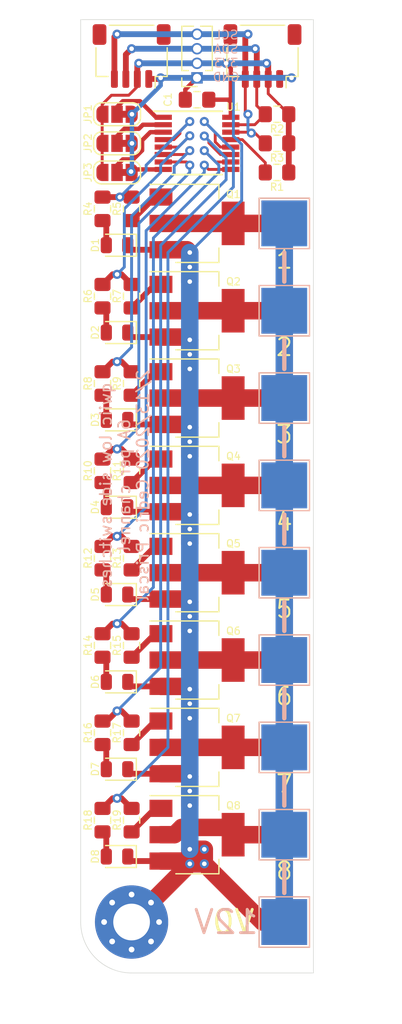
<source format=kicad_pcb>
(kicad_pcb (version 20171130) (host pcbnew "(5.1.4)-1")

  (general
    (thickness 1.6)
    (drawings 27)
    (tracks 370)
    (zones 0)
    (modules 62)
    (nets 42)
  )

  (page A4)
  (layers
    (0 F.Cu signal)
    (31 B.Cu signal)
    (32 B.Adhes user)
    (33 F.Adhes user)
    (34 B.Paste user)
    (35 F.Paste user)
    (36 B.SilkS user)
    (37 F.SilkS user)
    (38 B.Mask user)
    (39 F.Mask user)
    (40 Dwgs.User user)
    (41 Cmts.User user)
    (42 Eco1.User user)
    (43 Eco2.User user)
    (44 Edge.Cuts user)
    (45 Margin user)
    (46 B.CrtYd user)
    (47 F.CrtYd user hide)
    (48 B.Fab user)
    (49 F.Fab user)
  )

  (setup
    (last_trace_width 0.25)
    (trace_clearance 0.2)
    (zone_clearance 0.508)
    (zone_45_only no)
    (trace_min 0.2)
    (via_size 0.8)
    (via_drill 0.4)
    (via_min_size 0.4)
    (via_min_drill 0.3)
    (uvia_size 0.3)
    (uvia_drill 0.1)
    (uvias_allowed no)
    (uvia_min_size 0.2)
    (uvia_min_drill 0.1)
    (edge_width 0.05)
    (segment_width 0.2)
    (pcb_text_width 0.3)
    (pcb_text_size 1.5 1.5)
    (mod_edge_width 0.12)
    (mod_text_size 1 1)
    (mod_text_width 0.15)
    (pad_size 1.524 1.524)
    (pad_drill 0.762)
    (pad_to_mask_clearance 0.051)
    (solder_mask_min_width 0.25)
    (aux_axis_origin 0 0)
    (grid_origin 44.45 64.77)
    (visible_elements FFFDFF7F)
    (pcbplotparams
      (layerselection 0x010fc_ffffffff)
      (usegerberextensions false)
      (usegerberattributes false)
      (usegerberadvancedattributes false)
      (creategerberjobfile false)
      (excludeedgelayer true)
      (linewidth 0.100000)
      (plotframeref false)
      (viasonmask false)
      (mode 1)
      (useauxorigin false)
      (hpglpennumber 1)
      (hpglpenspeed 20)
      (hpglpendiameter 15.000000)
      (psnegative false)
      (psa4output false)
      (plotreference true)
      (plotvalue true)
      (plotinvisibletext false)
      (padsonsilk false)
      (subtractmaskfromsilk false)
      (outputformat 1)
      (mirror false)
      (drillshape 1)
      (scaleselection 1)
      (outputdirectory ""))
  )

  (net 0 "")
  (net 1 GND)
  (net 2 +3V3)
  (net 3 "Net-(D1-Pad2)")
  (net 4 "Net-(D2-Pad2)")
  (net 5 "Net-(D3-Pad2)")
  (net 6 "Net-(D4-Pad2)")
  (net 7 "Net-(D5-Pad2)")
  (net 8 "Net-(D6-Pad2)")
  (net 9 "Net-(D7-Pad2)")
  (net 10 "Net-(D8-Pad2)")
  (net 11 SCL)
  (net 12 SDA)
  (net 13 /sheet5E4641D8/OUT)
  (net 14 /sheet5E4641DC/OUT)
  (net 15 /sheet5E464744/OUT)
  (net 16 /sheet5E464748/OUT)
  (net 17 /sheet5E46474C/OUT)
  (net 18 /sheet5E464750/OUT)
  (net 19 /switch-lowside-6a/OUT)
  (net 20 /sheet5E464087/OUT)
  (net 21 "Net-(JP1-Pad2)")
  (net 22 "Net-(JP2-Pad2)")
  (net 23 "Net-(JP3-Pad2)")
  (net 24 "Net-(Q1-Pad1)")
  (net 25 "Net-(Q2-Pad1)")
  (net 26 "Net-(Q3-Pad1)")
  (net 27 "Net-(Q4-Pad1)")
  (net 28 "Net-(Q5-Pad1)")
  (net 29 "Net-(Q6-Pad1)")
  (net 30 "Net-(Q7-Pad1)")
  (net 31 "Net-(Q8-Pad1)")
  (net 32 "Net-(R1-Pad2)")
  (net 33 /switch-lowside-6a/IN)
  (net 34 /sheet5E464087/IN)
  (net 35 /sheet5E4641D8/IN)
  (net 36 /sheet5E4641DC/IN)
  (net 37 /sheet5E464744/IN)
  (net 38 /sheet5E464748/IN)
  (net 39 /sheet5E46474C/IN)
  (net 40 /sheet5E464750/IN)
  (net 41 "Net-(J12-Pad1)")

  (net_class Default "This is the default net class."
    (clearance 0.2)
    (trace_width 0.25)
    (via_dia 0.8)
    (via_drill 0.4)
    (uvia_dia 0.3)
    (uvia_drill 0.1)
    (add_net +3V3)
    (add_net /sheet5E464087/IN)
    (add_net /sheet5E464087/OUT)
    (add_net /sheet5E4641D8/IN)
    (add_net /sheet5E4641D8/OUT)
    (add_net /sheet5E4641DC/IN)
    (add_net /sheet5E4641DC/OUT)
    (add_net /sheet5E464744/IN)
    (add_net /sheet5E464744/OUT)
    (add_net /sheet5E464748/IN)
    (add_net /sheet5E464748/OUT)
    (add_net /sheet5E46474C/IN)
    (add_net /sheet5E46474C/OUT)
    (add_net /sheet5E464750/IN)
    (add_net /sheet5E464750/OUT)
    (add_net /switch-lowside-6a/IN)
    (add_net /switch-lowside-6a/OUT)
    (add_net GND)
    (add_net "Net-(D1-Pad2)")
    (add_net "Net-(D2-Pad2)")
    (add_net "Net-(D3-Pad2)")
    (add_net "Net-(D4-Pad2)")
    (add_net "Net-(D5-Pad2)")
    (add_net "Net-(D6-Pad2)")
    (add_net "Net-(D7-Pad2)")
    (add_net "Net-(D8-Pad2)")
    (add_net "Net-(J12-Pad1)")
    (add_net "Net-(JP1-Pad2)")
    (add_net "Net-(JP2-Pad2)")
    (add_net "Net-(JP3-Pad2)")
    (add_net "Net-(Q1-Pad1)")
    (add_net "Net-(Q2-Pad1)")
    (add_net "Net-(Q3-Pad1)")
    (add_net "Net-(Q4-Pad1)")
    (add_net "Net-(Q5-Pad1)")
    (add_net "Net-(Q6-Pad1)")
    (add_net "Net-(Q7-Pad1)")
    (add_net "Net-(Q8-Pad1)")
    (add_net "Net-(R1-Pad2)")
    (add_net SCL)
    (add_net SDA)
  )

  (module MountingHole:MountingHole_3.2mm_M3_Pad_Via (layer F.Cu) (tedit 56DDBCCA) (tstamp 5E473BD1)
    (at 48.895 143.51)
    (descr "Mounting Hole 3.2mm, M3")
    (tags "mounting hole 3.2mm m3")
    (path /5E525652)
    (attr virtual)
    (fp_text reference H2 (at 0 -4.2) (layer F.SilkS) hide
      (effects (font (size 1 1) (thickness 0.15)))
    )
    (fp_text value MountingHole_Pad (at 0 4.2) (layer F.Fab)
      (effects (font (size 1 1) (thickness 0.15)))
    )
    (fp_circle (center 0 0) (end 3.45 0) (layer F.CrtYd) (width 0.05))
    (fp_circle (center 0 0) (end 3.2 0) (layer Cmts.User) (width 0.15))
    (fp_text user %R (at 0.3 0) (layer F.Fab)
      (effects (font (size 1 1) (thickness 0.15)))
    )
    (pad 1 thru_hole circle (at 1.697056 -1.697056) (size 0.8 0.8) (drill 0.5) (layers *.Cu *.Mask)
      (net 1 GND))
    (pad 1 thru_hole circle (at 0 -2.4) (size 0.8 0.8) (drill 0.5) (layers *.Cu *.Mask)
      (net 1 GND))
    (pad 1 thru_hole circle (at -1.697056 -1.697056) (size 0.8 0.8) (drill 0.5) (layers *.Cu *.Mask)
      (net 1 GND))
    (pad 1 thru_hole circle (at -2.4 0) (size 0.8 0.8) (drill 0.5) (layers *.Cu *.Mask)
      (net 1 GND))
    (pad 1 thru_hole circle (at -1.697056 1.697056) (size 0.8 0.8) (drill 0.5) (layers *.Cu *.Mask)
      (net 1 GND))
    (pad 1 thru_hole circle (at 0 2.4) (size 0.8 0.8) (drill 0.5) (layers *.Cu *.Mask)
      (net 1 GND))
    (pad 1 thru_hole circle (at 1.697056 1.697056) (size 0.8 0.8) (drill 0.5) (layers *.Cu *.Mask)
      (net 1 GND))
    (pad 1 thru_hole circle (at 2.4 0) (size 0.8 0.8) (drill 0.5) (layers *.Cu *.Mask)
      (net 1 GND))
    (pad 1 thru_hole circle (at 0 0) (size 6.4 6.4) (drill 3.2) (layers *.Cu *.Mask)
      (net 1 GND))
  )

  (module Connector_PinSocket_1.27mm:PinSocket_1x04_P1.27mm_Vertical (layer F.Cu) (tedit 5A19A420) (tstamp 5E46D557)
    (at 54.61 69.85 180)
    (descr "Through hole straight socket strip, 1x04, 1.27mm pitch, single row (from Kicad 4.0.7), script generated")
    (tags "Through hole socket strip THT 1x04 1.27mm single row")
    (path /5E4EF3B3)
    (fp_text reference J21 (at 0 -2.135) (layer F.SilkS) hide
      (effects (font (size 1 1) (thickness 0.15)))
    )
    (fp_text value Conn_01x04 (at 0 5.945) (layer F.Fab)
      (effects (font (size 1 1) (thickness 0.15)))
    )
    (fp_text user %R (at 0 1.905 90) (layer F.Fab)
      (effects (font (size 1 1) (thickness 0.15)))
    )
    (fp_line (start -1.8 4.95) (end -1.8 -1.15) (layer F.CrtYd) (width 0.05))
    (fp_line (start 1.75 4.95) (end -1.8 4.95) (layer F.CrtYd) (width 0.05))
    (fp_line (start 1.75 -1.15) (end 1.75 4.95) (layer F.CrtYd) (width 0.05))
    (fp_line (start -1.8 -1.15) (end 1.75 -1.15) (layer F.CrtYd) (width 0.05))
    (fp_line (start 0 -0.76) (end 1.33 -0.76) (layer F.SilkS) (width 0.12))
    (fp_line (start 1.33 -0.76) (end 1.33 0) (layer F.SilkS) (width 0.12))
    (fp_line (start 1.33 0.635) (end 1.33 4.505) (layer F.SilkS) (width 0.12))
    (fp_line (start 0.30753 4.505) (end 1.33 4.505) (layer F.SilkS) (width 0.12))
    (fp_line (start -1.33 4.505) (end -0.30753 4.505) (layer F.SilkS) (width 0.12))
    (fp_line (start -1.33 0.635) (end -1.33 4.505) (layer F.SilkS) (width 0.12))
    (fp_line (start 0.76 0.635) (end 1.33 0.635) (layer F.SilkS) (width 0.12))
    (fp_line (start -1.33 0.635) (end -0.76 0.635) (layer F.SilkS) (width 0.12))
    (fp_line (start -1.27 4.445) (end -1.27 -0.635) (layer F.Fab) (width 0.1))
    (fp_line (start 1.27 4.445) (end -1.27 4.445) (layer F.Fab) (width 0.1))
    (fp_line (start 1.27 0) (end 1.27 4.445) (layer F.Fab) (width 0.1))
    (fp_line (start 0.635 -0.635) (end 1.27 0) (layer F.Fab) (width 0.1))
    (fp_line (start -1.27 -0.635) (end 0.635 -0.635) (layer F.Fab) (width 0.1))
    (pad 4 thru_hole oval (at 0 3.81 180) (size 1 1) (drill 0.7) (layers *.Cu *.Mask)
      (net 11 SCL))
    (pad 3 thru_hole oval (at 0 2.54 180) (size 1 1) (drill 0.7) (layers *.Cu *.Mask)
      (net 12 SDA))
    (pad 2 thru_hole oval (at 0 1.27 180) (size 1 1) (drill 0.7) (layers *.Cu *.Mask)
      (net 2 +3V3))
    (pad 1 thru_hole rect (at 0 0 180) (size 1 1) (drill 0.7) (layers *.Cu *.Mask)
      (net 1 GND))
    (model ${KISYS3DMOD}/Connector_PinSocket_1.27mm.3dshapes/PinSocket_1x04_P1.27mm_Vertical.wrl
      (at (xyz 0 0 0))
      (scale (xyz 1 1 1))
      (rotate (xyz 0 0 0))
    )
  )

  (module TestPoint:TestPoint_Pad_4.0x4.0mm (layer B.Cu) (tedit 5A0F774F) (tstamp 5E4697A4)
    (at 62.23 143.51)
    (descr "SMD rectangular pad as test Point, square 4.0mm side length")
    (tags "test point SMD pad rectangle square")
    (path /5E4C850D)
    (attr virtual)
    (fp_text reference J20 (at 0 2.898) (layer B.SilkS) hide
      (effects (font (size 1 1) (thickness 0.15)) (justify mirror))
    )
    (fp_text value Conn_01x01 (at 0 -3.1) (layer B.Fab)
      (effects (font (size 1 1) (thickness 0.15)) (justify mirror))
    )
    (fp_line (start 2.5 -2.5) (end -2.5 -2.5) (layer B.CrtYd) (width 0.05))
    (fp_line (start 2.5 -2.5) (end 2.5 2.5) (layer B.CrtYd) (width 0.05))
    (fp_line (start -2.5 2.5) (end -2.5 -2.5) (layer B.CrtYd) (width 0.05))
    (fp_line (start -2.5 2.5) (end 2.5 2.5) (layer B.CrtYd) (width 0.05))
    (fp_line (start -2.2 -2.2) (end -2.2 2.2) (layer B.SilkS) (width 0.12))
    (fp_line (start 2.2 -2.2) (end -2.2 -2.2) (layer B.SilkS) (width 0.12))
    (fp_line (start 2.2 2.2) (end 2.2 -2.2) (layer B.SilkS) (width 0.12))
    (fp_line (start -2.2 2.2) (end 2.2 2.2) (layer B.SilkS) (width 0.12))
    (fp_text user %R (at 0 2.9) (layer B.Fab)
      (effects (font (size 1 1) (thickness 0.15)) (justify mirror))
    )
    (pad 1 smd rect (at 0 0) (size 4 4) (layers B.Cu B.Mask)
      (net 41 "Net-(J12-Pad1)"))
  )

  (module TestPoint:TestPoint_Pad_4.0x4.0mm (layer B.Cu) (tedit 5A0F774F) (tstamp 5E469796)
    (at 62.23 135.89)
    (descr "SMD rectangular pad as test Point, square 4.0mm side length")
    (tags "test point SMD pad rectangle square")
    (path /5E4C28DB)
    (attr virtual)
    (fp_text reference J19 (at 0 2.898) (layer B.SilkS) hide
      (effects (font (size 1 1) (thickness 0.15)) (justify mirror))
    )
    (fp_text value Conn_01x01 (at 0 -3.1) (layer B.Fab)
      (effects (font (size 1 1) (thickness 0.15)) (justify mirror))
    )
    (fp_line (start 2.5 -2.5) (end -2.5 -2.5) (layer B.CrtYd) (width 0.05))
    (fp_line (start 2.5 -2.5) (end 2.5 2.5) (layer B.CrtYd) (width 0.05))
    (fp_line (start -2.5 2.5) (end -2.5 -2.5) (layer B.CrtYd) (width 0.05))
    (fp_line (start -2.5 2.5) (end 2.5 2.5) (layer B.CrtYd) (width 0.05))
    (fp_line (start -2.2 -2.2) (end -2.2 2.2) (layer B.SilkS) (width 0.12))
    (fp_line (start 2.2 -2.2) (end -2.2 -2.2) (layer B.SilkS) (width 0.12))
    (fp_line (start 2.2 2.2) (end 2.2 -2.2) (layer B.SilkS) (width 0.12))
    (fp_line (start -2.2 2.2) (end 2.2 2.2) (layer B.SilkS) (width 0.12))
    (fp_text user %R (at 0 2.9) (layer B.Fab)
      (effects (font (size 1 1) (thickness 0.15)) (justify mirror))
    )
    (pad 1 smd rect (at 0 0) (size 4 4) (layers B.Cu B.Mask)
      (net 41 "Net-(J12-Pad1)"))
  )

  (module TestPoint:TestPoint_Pad_4.0x4.0mm (layer B.Cu) (tedit 5A0F774F) (tstamp 5E469788)
    (at 62.23 128.27)
    (descr "SMD rectangular pad as test Point, square 4.0mm side length")
    (tags "test point SMD pad rectangle square")
    (path /5E4C28D1)
    (attr virtual)
    (fp_text reference J18 (at 0 2.898) (layer B.SilkS) hide
      (effects (font (size 1 1) (thickness 0.15)) (justify mirror))
    )
    (fp_text value Conn_01x01 (at 0 -3.1) (layer B.Fab)
      (effects (font (size 1 1) (thickness 0.15)) (justify mirror))
    )
    (fp_line (start 2.5 -2.5) (end -2.5 -2.5) (layer B.CrtYd) (width 0.05))
    (fp_line (start 2.5 -2.5) (end 2.5 2.5) (layer B.CrtYd) (width 0.05))
    (fp_line (start -2.5 2.5) (end -2.5 -2.5) (layer B.CrtYd) (width 0.05))
    (fp_line (start -2.5 2.5) (end 2.5 2.5) (layer B.CrtYd) (width 0.05))
    (fp_line (start -2.2 -2.2) (end -2.2 2.2) (layer B.SilkS) (width 0.12))
    (fp_line (start 2.2 -2.2) (end -2.2 -2.2) (layer B.SilkS) (width 0.12))
    (fp_line (start 2.2 2.2) (end 2.2 -2.2) (layer B.SilkS) (width 0.12))
    (fp_line (start -2.2 2.2) (end 2.2 2.2) (layer B.SilkS) (width 0.12))
    (fp_text user %R (at 0 2.9) (layer B.Fab)
      (effects (font (size 1 1) (thickness 0.15)) (justify mirror))
    )
    (pad 1 smd rect (at 0 0) (size 4 4) (layers B.Cu B.Mask)
      (net 41 "Net-(J12-Pad1)"))
  )

  (module TestPoint:TestPoint_Pad_4.0x4.0mm (layer B.Cu) (tedit 5A0F774F) (tstamp 5E46977A)
    (at 62.23 120.65)
    (descr "SMD rectangular pad as test Point, square 4.0mm side length")
    (tags "test point SMD pad rectangle square")
    (path /5E4C28C7)
    (attr virtual)
    (fp_text reference J17 (at 0 2.898) (layer B.SilkS) hide
      (effects (font (size 1 1) (thickness 0.15)) (justify mirror))
    )
    (fp_text value Conn_01x01 (at 0 -3.1) (layer B.Fab)
      (effects (font (size 1 1) (thickness 0.15)) (justify mirror))
    )
    (fp_line (start 2.5 -2.5) (end -2.5 -2.5) (layer B.CrtYd) (width 0.05))
    (fp_line (start 2.5 -2.5) (end 2.5 2.5) (layer B.CrtYd) (width 0.05))
    (fp_line (start -2.5 2.5) (end -2.5 -2.5) (layer B.CrtYd) (width 0.05))
    (fp_line (start -2.5 2.5) (end 2.5 2.5) (layer B.CrtYd) (width 0.05))
    (fp_line (start -2.2 -2.2) (end -2.2 2.2) (layer B.SilkS) (width 0.12))
    (fp_line (start 2.2 -2.2) (end -2.2 -2.2) (layer B.SilkS) (width 0.12))
    (fp_line (start 2.2 2.2) (end 2.2 -2.2) (layer B.SilkS) (width 0.12))
    (fp_line (start -2.2 2.2) (end 2.2 2.2) (layer B.SilkS) (width 0.12))
    (fp_text user %R (at 0 2.9) (layer B.Fab)
      (effects (font (size 1 1) (thickness 0.15)) (justify mirror))
    )
    (pad 1 smd rect (at 0 0) (size 4 4) (layers B.Cu B.Mask)
      (net 41 "Net-(J12-Pad1)"))
  )

  (module TestPoint:TestPoint_Pad_4.0x4.0mm (layer B.Cu) (tedit 5A0F774F) (tstamp 5E46976C)
    (at 62.23 113.03)
    (descr "SMD rectangular pad as test Point, square 4.0mm side length")
    (tags "test point SMD pad rectangle square")
    (path /5E4C28BD)
    (attr virtual)
    (fp_text reference J16 (at 0 2.898) (layer B.SilkS) hide
      (effects (font (size 1 1) (thickness 0.15)) (justify mirror))
    )
    (fp_text value Conn_01x01 (at 0 -3.1) (layer B.Fab)
      (effects (font (size 1 1) (thickness 0.15)) (justify mirror))
    )
    (fp_line (start 2.5 -2.5) (end -2.5 -2.5) (layer B.CrtYd) (width 0.05))
    (fp_line (start 2.5 -2.5) (end 2.5 2.5) (layer B.CrtYd) (width 0.05))
    (fp_line (start -2.5 2.5) (end -2.5 -2.5) (layer B.CrtYd) (width 0.05))
    (fp_line (start -2.5 2.5) (end 2.5 2.5) (layer B.CrtYd) (width 0.05))
    (fp_line (start -2.2 -2.2) (end -2.2 2.2) (layer B.SilkS) (width 0.12))
    (fp_line (start 2.2 -2.2) (end -2.2 -2.2) (layer B.SilkS) (width 0.12))
    (fp_line (start 2.2 2.2) (end 2.2 -2.2) (layer B.SilkS) (width 0.12))
    (fp_line (start -2.2 2.2) (end 2.2 2.2) (layer B.SilkS) (width 0.12))
    (fp_text user %R (at 0 2.9) (layer B.Fab)
      (effects (font (size 1 1) (thickness 0.15)) (justify mirror))
    )
    (pad 1 smd rect (at 0 0) (size 4 4) (layers B.Cu B.Mask)
      (net 41 "Net-(J12-Pad1)"))
  )

  (module TestPoint:TestPoint_Pad_4.0x4.0mm (layer B.Cu) (tedit 5A0F774F) (tstamp 5E46975E)
    (at 62.23 97.79)
    (descr "SMD rectangular pad as test Point, square 4.0mm side length")
    (tags "test point SMD pad rectangle square")
    (path /5E4C28B3)
    (attr virtual)
    (fp_text reference J15 (at 0 2.898) (layer B.SilkS) hide
      (effects (font (size 1 1) (thickness 0.15)) (justify mirror))
    )
    (fp_text value Conn_01x01 (at 0 -3.1) (layer B.Fab)
      (effects (font (size 1 1) (thickness 0.15)) (justify mirror))
    )
    (fp_line (start 2.5 -2.5) (end -2.5 -2.5) (layer B.CrtYd) (width 0.05))
    (fp_line (start 2.5 -2.5) (end 2.5 2.5) (layer B.CrtYd) (width 0.05))
    (fp_line (start -2.5 2.5) (end -2.5 -2.5) (layer B.CrtYd) (width 0.05))
    (fp_line (start -2.5 2.5) (end 2.5 2.5) (layer B.CrtYd) (width 0.05))
    (fp_line (start -2.2 -2.2) (end -2.2 2.2) (layer B.SilkS) (width 0.12))
    (fp_line (start 2.2 -2.2) (end -2.2 -2.2) (layer B.SilkS) (width 0.12))
    (fp_line (start 2.2 2.2) (end 2.2 -2.2) (layer B.SilkS) (width 0.12))
    (fp_line (start -2.2 2.2) (end 2.2 2.2) (layer B.SilkS) (width 0.12))
    (fp_text user %R (at 0 2.9) (layer B.Fab)
      (effects (font (size 1 1) (thickness 0.15)) (justify mirror))
    )
    (pad 1 smd rect (at 0 0) (size 4 4) (layers B.Cu B.Mask)
      (net 41 "Net-(J12-Pad1)"))
  )

  (module TestPoint:TestPoint_Pad_4.0x4.0mm (layer B.Cu) (tedit 5A0F774F) (tstamp 5E469750)
    (at 62.23 105.41)
    (descr "SMD rectangular pad as test Point, square 4.0mm side length")
    (tags "test point SMD pad rectangle square")
    (path /5E4C28A9)
    (attr virtual)
    (fp_text reference J14 (at 0 2.898) (layer B.SilkS) hide
      (effects (font (size 1 1) (thickness 0.15)) (justify mirror))
    )
    (fp_text value Conn_01x01 (at 0 -3.1) (layer B.Fab)
      (effects (font (size 1 1) (thickness 0.15)) (justify mirror))
    )
    (fp_line (start 2.5 -2.5) (end -2.5 -2.5) (layer B.CrtYd) (width 0.05))
    (fp_line (start 2.5 -2.5) (end 2.5 2.5) (layer B.CrtYd) (width 0.05))
    (fp_line (start -2.5 2.5) (end -2.5 -2.5) (layer B.CrtYd) (width 0.05))
    (fp_line (start -2.5 2.5) (end 2.5 2.5) (layer B.CrtYd) (width 0.05))
    (fp_line (start -2.2 -2.2) (end -2.2 2.2) (layer B.SilkS) (width 0.12))
    (fp_line (start 2.2 -2.2) (end -2.2 -2.2) (layer B.SilkS) (width 0.12))
    (fp_line (start 2.2 2.2) (end 2.2 -2.2) (layer B.SilkS) (width 0.12))
    (fp_line (start -2.2 2.2) (end 2.2 2.2) (layer B.SilkS) (width 0.12))
    (fp_text user %R (at 0 2.9) (layer B.Fab)
      (effects (font (size 1 1) (thickness 0.15)) (justify mirror))
    )
    (pad 1 smd rect (at 0 0) (size 4 4) (layers B.Cu B.Mask)
      (net 41 "Net-(J12-Pad1)"))
  )

  (module TestPoint:TestPoint_Pad_4.0x4.0mm (layer B.Cu) (tedit 5A0F774F) (tstamp 5E469742)
    (at 62.23 90.17)
    (descr "SMD rectangular pad as test Point, square 4.0mm side length")
    (tags "test point SMD pad rectangle square")
    (path /5E4C289F)
    (attr virtual)
    (fp_text reference J13 (at 0 2.898) (layer B.SilkS) hide
      (effects (font (size 1 1) (thickness 0.15)) (justify mirror))
    )
    (fp_text value Conn_01x01 (at 0 -3.1) (layer B.Fab)
      (effects (font (size 1 1) (thickness 0.15)) (justify mirror))
    )
    (fp_line (start 2.5 -2.5) (end -2.5 -2.5) (layer B.CrtYd) (width 0.05))
    (fp_line (start 2.5 -2.5) (end 2.5 2.5) (layer B.CrtYd) (width 0.05))
    (fp_line (start -2.5 2.5) (end -2.5 -2.5) (layer B.CrtYd) (width 0.05))
    (fp_line (start -2.5 2.5) (end 2.5 2.5) (layer B.CrtYd) (width 0.05))
    (fp_line (start -2.2 -2.2) (end -2.2 2.2) (layer B.SilkS) (width 0.12))
    (fp_line (start 2.2 -2.2) (end -2.2 -2.2) (layer B.SilkS) (width 0.12))
    (fp_line (start 2.2 2.2) (end 2.2 -2.2) (layer B.SilkS) (width 0.12))
    (fp_line (start -2.2 2.2) (end 2.2 2.2) (layer B.SilkS) (width 0.12))
    (fp_text user %R (at 0 2.9) (layer B.Fab)
      (effects (font (size 1 1) (thickness 0.15)) (justify mirror))
    )
    (pad 1 smd rect (at 0 0) (size 4 4) (layers B.Cu B.Mask)
      (net 41 "Net-(J12-Pad1)"))
  )

  (module TestPoint:TestPoint_Pad_4.0x4.0mm (layer B.Cu) (tedit 5A0F774F) (tstamp 5E469734)
    (at 62.23 82.55)
    (descr "SMD rectangular pad as test Point, square 4.0mm side length")
    (tags "test point SMD pad rectangle square")
    (path /5E4C2895)
    (attr virtual)
    (fp_text reference J12 (at 0 2.898) (layer B.SilkS) hide
      (effects (font (size 1 1) (thickness 0.15)) (justify mirror))
    )
    (fp_text value Conn_01x01 (at 0 -3.1) (layer B.Fab)
      (effects (font (size 1 1) (thickness 0.15)) (justify mirror))
    )
    (fp_line (start 2.5 -2.5) (end -2.5 -2.5) (layer B.CrtYd) (width 0.05))
    (fp_line (start 2.5 -2.5) (end 2.5 2.5) (layer B.CrtYd) (width 0.05))
    (fp_line (start -2.5 2.5) (end -2.5 -2.5) (layer B.CrtYd) (width 0.05))
    (fp_line (start -2.5 2.5) (end 2.5 2.5) (layer B.CrtYd) (width 0.05))
    (fp_line (start -2.2 -2.2) (end -2.2 2.2) (layer B.SilkS) (width 0.12))
    (fp_line (start 2.2 -2.2) (end -2.2 -2.2) (layer B.SilkS) (width 0.12))
    (fp_line (start 2.2 2.2) (end 2.2 -2.2) (layer B.SilkS) (width 0.12))
    (fp_line (start -2.2 2.2) (end 2.2 2.2) (layer B.SilkS) (width 0.12))
    (fp_text user %R (at 0 2.9) (layer B.Fab)
      (effects (font (size 1 1) (thickness 0.15)) (justify mirror))
    )
    (pad 1 smd rect (at 0 0) (size 4 4) (layers B.Cu B.Mask)
      (net 41 "Net-(J12-Pad1)"))
  )

  (module TestPoint:TestPoint_Pad_4.0x4.0mm (layer F.Cu) (tedit 5A0F774F) (tstamp 5E469726)
    (at 62.23 143.51)
    (descr "SMD rectangular pad as test Point, square 4.0mm side length")
    (tags "test point SMD pad rectangle square")
    (path /5E4D614F)
    (attr virtual)
    (fp_text reference J11 (at 0 -2.898) (layer F.SilkS) hide
      (effects (font (size 1 1) (thickness 0.15)))
    )
    (fp_text value Conn_01x01 (at 0 3.1) (layer F.Fab)
      (effects (font (size 1 1) (thickness 0.15)))
    )
    (fp_line (start 2.5 2.5) (end -2.5 2.5) (layer F.CrtYd) (width 0.05))
    (fp_line (start 2.5 2.5) (end 2.5 -2.5) (layer F.CrtYd) (width 0.05))
    (fp_line (start -2.5 -2.5) (end -2.5 2.5) (layer F.CrtYd) (width 0.05))
    (fp_line (start -2.5 -2.5) (end 2.5 -2.5) (layer F.CrtYd) (width 0.05))
    (fp_line (start -2.2 2.2) (end -2.2 -2.2) (layer F.SilkS) (width 0.12))
    (fp_line (start 2.2 2.2) (end -2.2 2.2) (layer F.SilkS) (width 0.12))
    (fp_line (start 2.2 -2.2) (end 2.2 2.2) (layer F.SilkS) (width 0.12))
    (fp_line (start -2.2 -2.2) (end 2.2 -2.2) (layer F.SilkS) (width 0.12))
    (fp_text user %R (at 0 -2.9) (layer F.Fab)
      (effects (font (size 1 1) (thickness 0.15)))
    )
    (pad 1 smd rect (at 0 0) (size 4 4) (layers F.Cu F.Mask)
      (net 1 GND))
  )

  (module Connector_JST:JST_SH_SM04B-SRSS-TB_1x04-1MP_P1.00mm_Horizontal (layer F.Cu) (tedit 5B78AD87) (tstamp 5E4657DE)
    (at 60.325 67.945 180)
    (descr "JST SH series connector, SM04B-SRSS-TB (http://www.jst-mfg.com/product/pdf/eng/eSH.pdf), generated with kicad-footprint-generator")
    (tags "connector JST SH top entry")
    (path /5E4AC27A)
    (attr smd)
    (fp_text reference J10 (at 0 -3.98) (layer F.SilkS) hide
      (effects (font (size 0.635 0.635) (thickness 0.1016)))
    )
    (fp_text value Conn_01x04 (at 0 3.98) (layer F.Fab)
      (effects (font (size 1 1) (thickness 0.15)))
    )
    (fp_text user %R (at 0 0) (layer F.Fab)
      (effects (font (size 0.635 0.635) (thickness 0.1016)))
    )
    (fp_line (start -1.5 -0.967893) (end -1 -1.675) (layer F.Fab) (width 0.1))
    (fp_line (start -2 -1.675) (end -1.5 -0.967893) (layer F.Fab) (width 0.1))
    (fp_line (start 3.9 -3.28) (end -3.9 -3.28) (layer F.CrtYd) (width 0.05))
    (fp_line (start 3.9 3.28) (end 3.9 -3.28) (layer F.CrtYd) (width 0.05))
    (fp_line (start -3.9 3.28) (end 3.9 3.28) (layer F.CrtYd) (width 0.05))
    (fp_line (start -3.9 -3.28) (end -3.9 3.28) (layer F.CrtYd) (width 0.05))
    (fp_line (start 3 -1.675) (end 3 2.575) (layer F.Fab) (width 0.1))
    (fp_line (start -3 -1.675) (end -3 2.575) (layer F.Fab) (width 0.1))
    (fp_line (start -3 2.575) (end 3 2.575) (layer F.Fab) (width 0.1))
    (fp_line (start -1.94 2.685) (end 1.94 2.685) (layer F.SilkS) (width 0.12))
    (fp_line (start 3.11 -1.785) (end 2.06 -1.785) (layer F.SilkS) (width 0.12))
    (fp_line (start 3.11 0.715) (end 3.11 -1.785) (layer F.SilkS) (width 0.12))
    (fp_line (start -2.06 -1.785) (end -2.06 -2.775) (layer F.SilkS) (width 0.12))
    (fp_line (start -3.11 -1.785) (end -2.06 -1.785) (layer F.SilkS) (width 0.12))
    (fp_line (start -3.11 0.715) (end -3.11 -1.785) (layer F.SilkS) (width 0.12))
    (fp_line (start -3 -1.675) (end 3 -1.675) (layer F.Fab) (width 0.1))
    (pad MP smd roundrect (at 2.8 1.875 180) (size 1.2 1.8) (layers F.Cu F.Paste F.Mask) (roundrect_rratio 0.208333))
    (pad MP smd roundrect (at -2.8 1.875 180) (size 1.2 1.8) (layers F.Cu F.Paste F.Mask) (roundrect_rratio 0.208333))
    (pad 4 smd roundrect (at 1.5 -2 180) (size 0.6 1.55) (layers F.Cu F.Paste F.Mask) (roundrect_rratio 0.25)
      (net 11 SCL))
    (pad 3 smd roundrect (at 0.5 -2 180) (size 0.6 1.55) (layers F.Cu F.Paste F.Mask) (roundrect_rratio 0.25)
      (net 12 SDA))
    (pad 2 smd roundrect (at -0.5 -2 180) (size 0.6 1.55) (layers F.Cu F.Paste F.Mask) (roundrect_rratio 0.25)
      (net 2 +3V3))
    (pad 1 smd roundrect (at -1.5 -2 180) (size 0.6 1.55) (layers F.Cu F.Paste F.Mask) (roundrect_rratio 0.25)
      (net 1 GND))
    (model ${KISYS3DMOD}/Connector_JST.3dshapes/JST_SH_SM04B-SRSS-TB_1x04-1MP_P1.00mm_Horizontal.wrl
      (at (xyz 0 0 0))
      (scale (xyz 1 1 1))
      (rotate (xyz 0 0 0))
    )
  )

  (module Package_SO:TSSOP-16_4.4x5mm_P0.65mm (layer F.Cu) (tedit 5A02F25C) (tstamp 5E462D4E)
    (at 54.61 75.565)
    (descr "16-Lead Plastic Thin Shrink Small Outline (ST)-4.4 mm Body [TSSOP] (see Microchip Packaging Specification 00000049BS.pdf)")
    (tags "SSOP 0.65")
    (path /5E47721B)
    (attr smd)
    (fp_text reference U1 (at 3.175 -3.175) (layer F.SilkS)
      (effects (font (size 0.635 0.635) (thickness 0.1016)))
    )
    (fp_text value PCA9534_16TSSOP (at 0 3.55) (layer F.Fab)
      (effects (font (size 1 1) (thickness 0.15)))
    )
    (fp_text user %R (at 0 0) (layer F.Fab)
      (effects (font (size 0.635 0.635) (thickness 0.1016)))
    )
    (fp_line (start -3.775 -2.8) (end 2.2 -2.8) (layer F.SilkS) (width 0.15))
    (fp_line (start -2.2 2.725) (end 2.2 2.725) (layer F.SilkS) (width 0.15))
    (fp_line (start -3.95 2.8) (end 3.95 2.8) (layer F.CrtYd) (width 0.05))
    (fp_line (start -3.95 -2.9) (end 3.95 -2.9) (layer F.CrtYd) (width 0.05))
    (fp_line (start 3.95 -2.9) (end 3.95 2.8) (layer F.CrtYd) (width 0.05))
    (fp_line (start -3.95 -2.9) (end -3.95 2.8) (layer F.CrtYd) (width 0.05))
    (fp_line (start -2.2 -1.5) (end -1.2 -2.5) (layer F.Fab) (width 0.15))
    (fp_line (start -2.2 2.5) (end -2.2 -1.5) (layer F.Fab) (width 0.15))
    (fp_line (start 2.2 2.5) (end -2.2 2.5) (layer F.Fab) (width 0.15))
    (fp_line (start 2.2 -2.5) (end 2.2 2.5) (layer F.Fab) (width 0.15))
    (fp_line (start -1.2 -2.5) (end 2.2 -2.5) (layer F.Fab) (width 0.15))
    (pad 16 smd rect (at 2.95 -2.275) (size 1.5 0.45) (layers F.Cu F.Paste F.Mask)
      (net 2 +3V3))
    (pad 15 smd rect (at 2.95 -1.625) (size 1.5 0.45) (layers F.Cu F.Paste F.Mask)
      (net 12 SDA))
    (pad 14 smd rect (at 2.95 -0.975) (size 1.5 0.45) (layers F.Cu F.Paste F.Mask)
      (net 11 SCL))
    (pad 13 smd rect (at 2.95 -0.325) (size 1.5 0.45) (layers F.Cu F.Paste F.Mask)
      (net 32 "Net-(R1-Pad2)"))
    (pad 12 smd rect (at 2.95 0.325) (size 1.5 0.45) (layers F.Cu F.Paste F.Mask)
      (net 40 /sheet5E464750/IN))
    (pad 11 smd rect (at 2.95 0.975) (size 1.5 0.45) (layers F.Cu F.Paste F.Mask)
      (net 39 /sheet5E46474C/IN))
    (pad 10 smd rect (at 2.95 1.625) (size 1.5 0.45) (layers F.Cu F.Paste F.Mask)
      (net 38 /sheet5E464748/IN))
    (pad 9 smd rect (at 2.95 2.275) (size 1.5 0.45) (layers F.Cu F.Paste F.Mask)
      (net 37 /sheet5E464744/IN))
    (pad 8 smd rect (at -2.95 2.275) (size 1.5 0.45) (layers F.Cu F.Paste F.Mask)
      (net 1 GND))
    (pad 7 smd rect (at -2.95 1.625) (size 1.5 0.45) (layers F.Cu F.Paste F.Mask)
      (net 36 /sheet5E4641DC/IN))
    (pad 6 smd rect (at -2.95 0.975) (size 1.5 0.45) (layers F.Cu F.Paste F.Mask)
      (net 35 /sheet5E4641D8/IN))
    (pad 5 smd rect (at -2.95 0.325) (size 1.5 0.45) (layers F.Cu F.Paste F.Mask)
      (net 34 /sheet5E464087/IN))
    (pad 4 smd rect (at -2.95 -0.325) (size 1.5 0.45) (layers F.Cu F.Paste F.Mask)
      (net 33 /switch-lowside-6a/IN))
    (pad 3 smd rect (at -2.95 -0.975) (size 1.5 0.45) (layers F.Cu F.Paste F.Mask)
      (net 23 "Net-(JP3-Pad2)"))
    (pad 2 smd rect (at -2.95 -1.625) (size 1.5 0.45) (layers F.Cu F.Paste F.Mask)
      (net 22 "Net-(JP2-Pad2)"))
    (pad 1 smd rect (at -2.95 -2.275) (size 1.5 0.45) (layers F.Cu F.Paste F.Mask)
      (net 21 "Net-(JP1-Pad2)"))
    (model ${KISYS3DMOD}/Package_SO.3dshapes/TSSOP-16_4.4x5mm_P0.65mm.wrl
      (at (xyz 0 0 0))
      (scale (xyz 1 1 1))
      (rotate (xyz 0 0 0))
    )
  )

  (module Resistor_SMD:R_0805_2012Metric_Pad1.15x1.40mm_HandSolder (layer F.Cu) (tedit 5B36C52B) (tstamp 5E462D2E)
    (at 48.895 134.62 90)
    (descr "Resistor SMD 0805 (2012 Metric), square (rectangular) end terminal, IPC_7351 nominal with elongated pad for handsoldering. (Body size source: https://docs.google.com/spreadsheets/d/1BsfQQcO9C6DZCsRaXUlFlo91Tg2WpOkGARC1WS5S8t0/edit?usp=sharing), generated with kicad-footprint-generator")
    (tags "resistor handsolder")
    (path /5E464750/597AED71)
    (attr smd)
    (fp_text reference R19 (at 0 -1.27 270) (layer F.SilkS)
      (effects (font (size 0.635 0.635) (thickness 0.1016)))
    )
    (fp_text value 100 (at 0 1.65 90) (layer F.Fab)
      (effects (font (size 1 1) (thickness 0.15)))
    )
    (fp_text user %R (at 0 0 90) (layer F.Fab)
      (effects (font (size 0.635 0.635) (thickness 0.1016)))
    )
    (fp_line (start 1.85 0.95) (end -1.85 0.95) (layer F.CrtYd) (width 0.05))
    (fp_line (start 1.85 -0.95) (end 1.85 0.95) (layer F.CrtYd) (width 0.05))
    (fp_line (start -1.85 -0.95) (end 1.85 -0.95) (layer F.CrtYd) (width 0.05))
    (fp_line (start -1.85 0.95) (end -1.85 -0.95) (layer F.CrtYd) (width 0.05))
    (fp_line (start -0.261252 0.71) (end 0.261252 0.71) (layer F.SilkS) (width 0.12))
    (fp_line (start -0.261252 -0.71) (end 0.261252 -0.71) (layer F.SilkS) (width 0.12))
    (fp_line (start 1 0.6) (end -1 0.6) (layer F.Fab) (width 0.1))
    (fp_line (start 1 -0.6) (end 1 0.6) (layer F.Fab) (width 0.1))
    (fp_line (start -1 -0.6) (end 1 -0.6) (layer F.Fab) (width 0.1))
    (fp_line (start -1 0.6) (end -1 -0.6) (layer F.Fab) (width 0.1))
    (pad 2 smd roundrect (at 1.025 0 90) (size 1.15 1.4) (layers F.Cu F.Paste F.Mask) (roundrect_rratio 0.217391)
      (net 40 /sheet5E464750/IN))
    (pad 1 smd roundrect (at -1.025 0 90) (size 1.15 1.4) (layers F.Cu F.Paste F.Mask) (roundrect_rratio 0.217391)
      (net 31 "Net-(Q8-Pad1)"))
    (model ${KISYS3DMOD}/Resistor_SMD.3dshapes/R_0805_2012Metric.wrl
      (at (xyz 0 0 0))
      (scale (xyz 1 1 1))
      (rotate (xyz 0 0 0))
    )
  )

  (module Resistor_SMD:R_0805_2012Metric_Pad1.15x1.40mm_HandSolder (layer F.Cu) (tedit 5B36C52B) (tstamp 5E462D1D)
    (at 46.355 134.62 90)
    (descr "Resistor SMD 0805 (2012 Metric), square (rectangular) end terminal, IPC_7351 nominal with elongated pad for handsoldering. (Body size source: https://docs.google.com/spreadsheets/d/1BsfQQcO9C6DZCsRaXUlFlo91Tg2WpOkGARC1WS5S8t0/edit?usp=sharing), generated with kicad-footprint-generator")
    (tags "resistor handsolder")
    (path /5E464750/597AEE8B)
    (attr smd)
    (fp_text reference R18 (at 0 -1.27 270) (layer F.SilkS)
      (effects (font (size 0.635 0.635) (thickness 0.1016)))
    )
    (fp_text value 100 (at 0 1.65 90) (layer F.Fab)
      (effects (font (size 1 1) (thickness 0.15)))
    )
    (fp_text user %R (at 0 0 90) (layer F.Fab)
      (effects (font (size 0.635 0.635) (thickness 0.1016)))
    )
    (fp_line (start 1.85 0.95) (end -1.85 0.95) (layer F.CrtYd) (width 0.05))
    (fp_line (start 1.85 -0.95) (end 1.85 0.95) (layer F.CrtYd) (width 0.05))
    (fp_line (start -1.85 -0.95) (end 1.85 -0.95) (layer F.CrtYd) (width 0.05))
    (fp_line (start -1.85 0.95) (end -1.85 -0.95) (layer F.CrtYd) (width 0.05))
    (fp_line (start -0.261252 0.71) (end 0.261252 0.71) (layer F.SilkS) (width 0.12))
    (fp_line (start -0.261252 -0.71) (end 0.261252 -0.71) (layer F.SilkS) (width 0.12))
    (fp_line (start 1 0.6) (end -1 0.6) (layer F.Fab) (width 0.1))
    (fp_line (start 1 -0.6) (end 1 0.6) (layer F.Fab) (width 0.1))
    (fp_line (start -1 -0.6) (end 1 -0.6) (layer F.Fab) (width 0.1))
    (fp_line (start -1 0.6) (end -1 -0.6) (layer F.Fab) (width 0.1))
    (pad 2 smd roundrect (at 1.025 0 90) (size 1.15 1.4) (layers F.Cu F.Paste F.Mask) (roundrect_rratio 0.217391)
      (net 40 /sheet5E464750/IN))
    (pad 1 smd roundrect (at -1.025 0 90) (size 1.15 1.4) (layers F.Cu F.Paste F.Mask) (roundrect_rratio 0.217391)
      (net 10 "Net-(D8-Pad2)"))
    (model ${KISYS3DMOD}/Resistor_SMD.3dshapes/R_0805_2012Metric.wrl
      (at (xyz 0 0 0))
      (scale (xyz 1 1 1))
      (rotate (xyz 0 0 0))
    )
  )

  (module Resistor_SMD:R_0805_2012Metric_Pad1.15x1.40mm_HandSolder (layer F.Cu) (tedit 5B36C52B) (tstamp 5E462D0C)
    (at 48.895 127 90)
    (descr "Resistor SMD 0805 (2012 Metric), square (rectangular) end terminal, IPC_7351 nominal with elongated pad for handsoldering. (Body size source: https://docs.google.com/spreadsheets/d/1BsfQQcO9C6DZCsRaXUlFlo91Tg2WpOkGARC1WS5S8t0/edit?usp=sharing), generated with kicad-footprint-generator")
    (tags "resistor handsolder")
    (path /5E46474C/597AED71)
    (attr smd)
    (fp_text reference R17 (at 0 -1.27 270) (layer F.SilkS)
      (effects (font (size 0.635 0.635) (thickness 0.1016)))
    )
    (fp_text value 100 (at 0 1.65 90) (layer F.Fab)
      (effects (font (size 1 1) (thickness 0.15)))
    )
    (fp_text user %R (at 0 0 90) (layer F.Fab)
      (effects (font (size 0.635 0.635) (thickness 0.1016)))
    )
    (fp_line (start 1.85 0.95) (end -1.85 0.95) (layer F.CrtYd) (width 0.05))
    (fp_line (start 1.85 -0.95) (end 1.85 0.95) (layer F.CrtYd) (width 0.05))
    (fp_line (start -1.85 -0.95) (end 1.85 -0.95) (layer F.CrtYd) (width 0.05))
    (fp_line (start -1.85 0.95) (end -1.85 -0.95) (layer F.CrtYd) (width 0.05))
    (fp_line (start -0.261252 0.71) (end 0.261252 0.71) (layer F.SilkS) (width 0.12))
    (fp_line (start -0.261252 -0.71) (end 0.261252 -0.71) (layer F.SilkS) (width 0.12))
    (fp_line (start 1 0.6) (end -1 0.6) (layer F.Fab) (width 0.1))
    (fp_line (start 1 -0.6) (end 1 0.6) (layer F.Fab) (width 0.1))
    (fp_line (start -1 -0.6) (end 1 -0.6) (layer F.Fab) (width 0.1))
    (fp_line (start -1 0.6) (end -1 -0.6) (layer F.Fab) (width 0.1))
    (pad 2 smd roundrect (at 1.025 0 90) (size 1.15 1.4) (layers F.Cu F.Paste F.Mask) (roundrect_rratio 0.217391)
      (net 39 /sheet5E46474C/IN))
    (pad 1 smd roundrect (at -1.025 0 90) (size 1.15 1.4) (layers F.Cu F.Paste F.Mask) (roundrect_rratio 0.217391)
      (net 30 "Net-(Q7-Pad1)"))
    (model ${KISYS3DMOD}/Resistor_SMD.3dshapes/R_0805_2012Metric.wrl
      (at (xyz 0 0 0))
      (scale (xyz 1 1 1))
      (rotate (xyz 0 0 0))
    )
  )

  (module Resistor_SMD:R_0805_2012Metric_Pad1.15x1.40mm_HandSolder (layer F.Cu) (tedit 5B36C52B) (tstamp 5E462CFB)
    (at 46.355 127 90)
    (descr "Resistor SMD 0805 (2012 Metric), square (rectangular) end terminal, IPC_7351 nominal with elongated pad for handsoldering. (Body size source: https://docs.google.com/spreadsheets/d/1BsfQQcO9C6DZCsRaXUlFlo91Tg2WpOkGARC1WS5S8t0/edit?usp=sharing), generated with kicad-footprint-generator")
    (tags "resistor handsolder")
    (path /5E46474C/597AEE8B)
    (attr smd)
    (fp_text reference R16 (at 0 -1.27 270) (layer F.SilkS)
      (effects (font (size 0.635 0.635) (thickness 0.1016)))
    )
    (fp_text value 100 (at 0 1.65 90) (layer F.Fab)
      (effects (font (size 1 1) (thickness 0.15)))
    )
    (fp_text user %R (at 0 0 90) (layer F.Fab)
      (effects (font (size 0.635 0.635) (thickness 0.1016)))
    )
    (fp_line (start 1.85 0.95) (end -1.85 0.95) (layer F.CrtYd) (width 0.05))
    (fp_line (start 1.85 -0.95) (end 1.85 0.95) (layer F.CrtYd) (width 0.05))
    (fp_line (start -1.85 -0.95) (end 1.85 -0.95) (layer F.CrtYd) (width 0.05))
    (fp_line (start -1.85 0.95) (end -1.85 -0.95) (layer F.CrtYd) (width 0.05))
    (fp_line (start -0.261252 0.71) (end 0.261252 0.71) (layer F.SilkS) (width 0.12))
    (fp_line (start -0.261252 -0.71) (end 0.261252 -0.71) (layer F.SilkS) (width 0.12))
    (fp_line (start 1 0.6) (end -1 0.6) (layer F.Fab) (width 0.1))
    (fp_line (start 1 -0.6) (end 1 0.6) (layer F.Fab) (width 0.1))
    (fp_line (start -1 -0.6) (end 1 -0.6) (layer F.Fab) (width 0.1))
    (fp_line (start -1 0.6) (end -1 -0.6) (layer F.Fab) (width 0.1))
    (pad 2 smd roundrect (at 1.025 0 90) (size 1.15 1.4) (layers F.Cu F.Paste F.Mask) (roundrect_rratio 0.217391)
      (net 39 /sheet5E46474C/IN))
    (pad 1 smd roundrect (at -1.025 0 90) (size 1.15 1.4) (layers F.Cu F.Paste F.Mask) (roundrect_rratio 0.217391)
      (net 9 "Net-(D7-Pad2)"))
    (model ${KISYS3DMOD}/Resistor_SMD.3dshapes/R_0805_2012Metric.wrl
      (at (xyz 0 0 0))
      (scale (xyz 1 1 1))
      (rotate (xyz 0 0 0))
    )
  )

  (module Resistor_SMD:R_0805_2012Metric_Pad1.15x1.40mm_HandSolder (layer F.Cu) (tedit 5B36C52B) (tstamp 5E462CEA)
    (at 48.895 119.38 90)
    (descr "Resistor SMD 0805 (2012 Metric), square (rectangular) end terminal, IPC_7351 nominal with elongated pad for handsoldering. (Body size source: https://docs.google.com/spreadsheets/d/1BsfQQcO9C6DZCsRaXUlFlo91Tg2WpOkGARC1WS5S8t0/edit?usp=sharing), generated with kicad-footprint-generator")
    (tags "resistor handsolder")
    (path /5E464748/597AED71)
    (attr smd)
    (fp_text reference R15 (at 0 -1.27 270) (layer F.SilkS)
      (effects (font (size 0.635 0.635) (thickness 0.1016)))
    )
    (fp_text value 100 (at 0 1.65 90) (layer F.Fab)
      (effects (font (size 1 1) (thickness 0.15)))
    )
    (fp_text user %R (at 0 0 90) (layer F.Fab)
      (effects (font (size 0.635 0.635) (thickness 0.1016)))
    )
    (fp_line (start 1.85 0.95) (end -1.85 0.95) (layer F.CrtYd) (width 0.05))
    (fp_line (start 1.85 -0.95) (end 1.85 0.95) (layer F.CrtYd) (width 0.05))
    (fp_line (start -1.85 -0.95) (end 1.85 -0.95) (layer F.CrtYd) (width 0.05))
    (fp_line (start -1.85 0.95) (end -1.85 -0.95) (layer F.CrtYd) (width 0.05))
    (fp_line (start -0.261252 0.71) (end 0.261252 0.71) (layer F.SilkS) (width 0.12))
    (fp_line (start -0.261252 -0.71) (end 0.261252 -0.71) (layer F.SilkS) (width 0.12))
    (fp_line (start 1 0.6) (end -1 0.6) (layer F.Fab) (width 0.1))
    (fp_line (start 1 -0.6) (end 1 0.6) (layer F.Fab) (width 0.1))
    (fp_line (start -1 -0.6) (end 1 -0.6) (layer F.Fab) (width 0.1))
    (fp_line (start -1 0.6) (end -1 -0.6) (layer F.Fab) (width 0.1))
    (pad 2 smd roundrect (at 1.025 0 90) (size 1.15 1.4) (layers F.Cu F.Paste F.Mask) (roundrect_rratio 0.217391)
      (net 38 /sheet5E464748/IN))
    (pad 1 smd roundrect (at -1.025 0 90) (size 1.15 1.4) (layers F.Cu F.Paste F.Mask) (roundrect_rratio 0.217391)
      (net 29 "Net-(Q6-Pad1)"))
    (model ${KISYS3DMOD}/Resistor_SMD.3dshapes/R_0805_2012Metric.wrl
      (at (xyz 0 0 0))
      (scale (xyz 1 1 1))
      (rotate (xyz 0 0 0))
    )
  )

  (module Resistor_SMD:R_0805_2012Metric_Pad1.15x1.40mm_HandSolder (layer F.Cu) (tedit 5B36C52B) (tstamp 5E462CD9)
    (at 46.355 119.38 90)
    (descr "Resistor SMD 0805 (2012 Metric), square (rectangular) end terminal, IPC_7351 nominal with elongated pad for handsoldering. (Body size source: https://docs.google.com/spreadsheets/d/1BsfQQcO9C6DZCsRaXUlFlo91Tg2WpOkGARC1WS5S8t0/edit?usp=sharing), generated with kicad-footprint-generator")
    (tags "resistor handsolder")
    (path /5E464748/597AEE8B)
    (attr smd)
    (fp_text reference R14 (at 0 -1.27 270) (layer F.SilkS)
      (effects (font (size 0.635 0.635) (thickness 0.1016)))
    )
    (fp_text value 100 (at 0 1.65 90) (layer F.Fab)
      (effects (font (size 1 1) (thickness 0.15)))
    )
    (fp_text user %R (at 0 0 90) (layer F.Fab)
      (effects (font (size 0.635 0.635) (thickness 0.1016)))
    )
    (fp_line (start 1.85 0.95) (end -1.85 0.95) (layer F.CrtYd) (width 0.05))
    (fp_line (start 1.85 -0.95) (end 1.85 0.95) (layer F.CrtYd) (width 0.05))
    (fp_line (start -1.85 -0.95) (end 1.85 -0.95) (layer F.CrtYd) (width 0.05))
    (fp_line (start -1.85 0.95) (end -1.85 -0.95) (layer F.CrtYd) (width 0.05))
    (fp_line (start -0.261252 0.71) (end 0.261252 0.71) (layer F.SilkS) (width 0.12))
    (fp_line (start -0.261252 -0.71) (end 0.261252 -0.71) (layer F.SilkS) (width 0.12))
    (fp_line (start 1 0.6) (end -1 0.6) (layer F.Fab) (width 0.1))
    (fp_line (start 1 -0.6) (end 1 0.6) (layer F.Fab) (width 0.1))
    (fp_line (start -1 -0.6) (end 1 -0.6) (layer F.Fab) (width 0.1))
    (fp_line (start -1 0.6) (end -1 -0.6) (layer F.Fab) (width 0.1))
    (pad 2 smd roundrect (at 1.025 0 90) (size 1.15 1.4) (layers F.Cu F.Paste F.Mask) (roundrect_rratio 0.217391)
      (net 38 /sheet5E464748/IN))
    (pad 1 smd roundrect (at -1.025 0 90) (size 1.15 1.4) (layers F.Cu F.Paste F.Mask) (roundrect_rratio 0.217391)
      (net 8 "Net-(D6-Pad2)"))
    (model ${KISYS3DMOD}/Resistor_SMD.3dshapes/R_0805_2012Metric.wrl
      (at (xyz 0 0 0))
      (scale (xyz 1 1 1))
      (rotate (xyz 0 0 0))
    )
  )

  (module Resistor_SMD:R_0805_2012Metric_Pad1.15x1.40mm_HandSolder (layer F.Cu) (tedit 5B36C52B) (tstamp 5E462CC8)
    (at 48.895 111.76 90)
    (descr "Resistor SMD 0805 (2012 Metric), square (rectangular) end terminal, IPC_7351 nominal with elongated pad for handsoldering. (Body size source: https://docs.google.com/spreadsheets/d/1BsfQQcO9C6DZCsRaXUlFlo91Tg2WpOkGARC1WS5S8t0/edit?usp=sharing), generated with kicad-footprint-generator")
    (tags "resistor handsolder")
    (path /5E464744/597AED71)
    (attr smd)
    (fp_text reference R13 (at 0 -1.27 270) (layer F.SilkS)
      (effects (font (size 0.635 0.635) (thickness 0.1016)))
    )
    (fp_text value 100 (at 0 1.65 90) (layer F.Fab)
      (effects (font (size 1 1) (thickness 0.15)))
    )
    (fp_text user %R (at 0 0 90) (layer F.Fab)
      (effects (font (size 0.635 0.635) (thickness 0.1016)))
    )
    (fp_line (start 1.85 0.95) (end -1.85 0.95) (layer F.CrtYd) (width 0.05))
    (fp_line (start 1.85 -0.95) (end 1.85 0.95) (layer F.CrtYd) (width 0.05))
    (fp_line (start -1.85 -0.95) (end 1.85 -0.95) (layer F.CrtYd) (width 0.05))
    (fp_line (start -1.85 0.95) (end -1.85 -0.95) (layer F.CrtYd) (width 0.05))
    (fp_line (start -0.261252 0.71) (end 0.261252 0.71) (layer F.SilkS) (width 0.12))
    (fp_line (start -0.261252 -0.71) (end 0.261252 -0.71) (layer F.SilkS) (width 0.12))
    (fp_line (start 1 0.6) (end -1 0.6) (layer F.Fab) (width 0.1))
    (fp_line (start 1 -0.6) (end 1 0.6) (layer F.Fab) (width 0.1))
    (fp_line (start -1 -0.6) (end 1 -0.6) (layer F.Fab) (width 0.1))
    (fp_line (start -1 0.6) (end -1 -0.6) (layer F.Fab) (width 0.1))
    (pad 2 smd roundrect (at 1.025 0 90) (size 1.15 1.4) (layers F.Cu F.Paste F.Mask) (roundrect_rratio 0.217391)
      (net 37 /sheet5E464744/IN))
    (pad 1 smd roundrect (at -1.025 0 90) (size 1.15 1.4) (layers F.Cu F.Paste F.Mask) (roundrect_rratio 0.217391)
      (net 28 "Net-(Q5-Pad1)"))
    (model ${KISYS3DMOD}/Resistor_SMD.3dshapes/R_0805_2012Metric.wrl
      (at (xyz 0 0 0))
      (scale (xyz 1 1 1))
      (rotate (xyz 0 0 0))
    )
  )

  (module Resistor_SMD:R_0805_2012Metric_Pad1.15x1.40mm_HandSolder (layer F.Cu) (tedit 5B36C52B) (tstamp 5E462CB7)
    (at 46.355 111.76 90)
    (descr "Resistor SMD 0805 (2012 Metric), square (rectangular) end terminal, IPC_7351 nominal with elongated pad for handsoldering. (Body size source: https://docs.google.com/spreadsheets/d/1BsfQQcO9C6DZCsRaXUlFlo91Tg2WpOkGARC1WS5S8t0/edit?usp=sharing), generated with kicad-footprint-generator")
    (tags "resistor handsolder")
    (path /5E464744/597AEE8B)
    (attr smd)
    (fp_text reference R12 (at 0 -1.27 270) (layer F.SilkS)
      (effects (font (size 0.635 0.635) (thickness 0.1016)))
    )
    (fp_text value 100 (at 0 1.65 90) (layer F.Fab)
      (effects (font (size 1 1) (thickness 0.15)))
    )
    (fp_text user %R (at 0 0 90) (layer F.Fab)
      (effects (font (size 0.635 0.635) (thickness 0.1016)))
    )
    (fp_line (start 1.85 0.95) (end -1.85 0.95) (layer F.CrtYd) (width 0.05))
    (fp_line (start 1.85 -0.95) (end 1.85 0.95) (layer F.CrtYd) (width 0.05))
    (fp_line (start -1.85 -0.95) (end 1.85 -0.95) (layer F.CrtYd) (width 0.05))
    (fp_line (start -1.85 0.95) (end -1.85 -0.95) (layer F.CrtYd) (width 0.05))
    (fp_line (start -0.261252 0.71) (end 0.261252 0.71) (layer F.SilkS) (width 0.12))
    (fp_line (start -0.261252 -0.71) (end 0.261252 -0.71) (layer F.SilkS) (width 0.12))
    (fp_line (start 1 0.6) (end -1 0.6) (layer F.Fab) (width 0.1))
    (fp_line (start 1 -0.6) (end 1 0.6) (layer F.Fab) (width 0.1))
    (fp_line (start -1 -0.6) (end 1 -0.6) (layer F.Fab) (width 0.1))
    (fp_line (start -1 0.6) (end -1 -0.6) (layer F.Fab) (width 0.1))
    (pad 2 smd roundrect (at 1.025 0 90) (size 1.15 1.4) (layers F.Cu F.Paste F.Mask) (roundrect_rratio 0.217391)
      (net 37 /sheet5E464744/IN))
    (pad 1 smd roundrect (at -1.025 0 90) (size 1.15 1.4) (layers F.Cu F.Paste F.Mask) (roundrect_rratio 0.217391)
      (net 7 "Net-(D5-Pad2)"))
    (model ${KISYS3DMOD}/Resistor_SMD.3dshapes/R_0805_2012Metric.wrl
      (at (xyz 0 0 0))
      (scale (xyz 1 1 1))
      (rotate (xyz 0 0 0))
    )
  )

  (module Resistor_SMD:R_0805_2012Metric_Pad1.15x1.40mm_HandSolder (layer F.Cu) (tedit 5B36C52B) (tstamp 5E462CA6)
    (at 48.895 104.14 90)
    (descr "Resistor SMD 0805 (2012 Metric), square (rectangular) end terminal, IPC_7351 nominal with elongated pad for handsoldering. (Body size source: https://docs.google.com/spreadsheets/d/1BsfQQcO9C6DZCsRaXUlFlo91Tg2WpOkGARC1WS5S8t0/edit?usp=sharing), generated with kicad-footprint-generator")
    (tags "resistor handsolder")
    (path /5E4641DC/597AED71)
    (attr smd)
    (fp_text reference R11 (at 0 -1.27 270) (layer F.SilkS)
      (effects (font (size 0.635 0.635) (thickness 0.1016)))
    )
    (fp_text value 100 (at 0 1.65 90) (layer F.Fab)
      (effects (font (size 1 1) (thickness 0.15)))
    )
    (fp_text user %R (at 0 0 90) (layer F.Fab)
      (effects (font (size 0.635 0.635) (thickness 0.1016)))
    )
    (fp_line (start 1.85 0.95) (end -1.85 0.95) (layer F.CrtYd) (width 0.05))
    (fp_line (start 1.85 -0.95) (end 1.85 0.95) (layer F.CrtYd) (width 0.05))
    (fp_line (start -1.85 -0.95) (end 1.85 -0.95) (layer F.CrtYd) (width 0.05))
    (fp_line (start -1.85 0.95) (end -1.85 -0.95) (layer F.CrtYd) (width 0.05))
    (fp_line (start -0.261252 0.71) (end 0.261252 0.71) (layer F.SilkS) (width 0.12))
    (fp_line (start -0.261252 -0.71) (end 0.261252 -0.71) (layer F.SilkS) (width 0.12))
    (fp_line (start 1 0.6) (end -1 0.6) (layer F.Fab) (width 0.1))
    (fp_line (start 1 -0.6) (end 1 0.6) (layer F.Fab) (width 0.1))
    (fp_line (start -1 -0.6) (end 1 -0.6) (layer F.Fab) (width 0.1))
    (fp_line (start -1 0.6) (end -1 -0.6) (layer F.Fab) (width 0.1))
    (pad 2 smd roundrect (at 1.025 0 90) (size 1.15 1.4) (layers F.Cu F.Paste F.Mask) (roundrect_rratio 0.217391)
      (net 36 /sheet5E4641DC/IN))
    (pad 1 smd roundrect (at -1.025 0 90) (size 1.15 1.4) (layers F.Cu F.Paste F.Mask) (roundrect_rratio 0.217391)
      (net 27 "Net-(Q4-Pad1)"))
    (model ${KISYS3DMOD}/Resistor_SMD.3dshapes/R_0805_2012Metric.wrl
      (at (xyz 0 0 0))
      (scale (xyz 1 1 1))
      (rotate (xyz 0 0 0))
    )
  )

  (module Resistor_SMD:R_0805_2012Metric_Pad1.15x1.40mm_HandSolder (layer F.Cu) (tedit 5B36C52B) (tstamp 5E462C95)
    (at 46.355 104.14 90)
    (descr "Resistor SMD 0805 (2012 Metric), square (rectangular) end terminal, IPC_7351 nominal with elongated pad for handsoldering. (Body size source: https://docs.google.com/spreadsheets/d/1BsfQQcO9C6DZCsRaXUlFlo91Tg2WpOkGARC1WS5S8t0/edit?usp=sharing), generated with kicad-footprint-generator")
    (tags "resistor handsolder")
    (path /5E4641DC/597AEE8B)
    (attr smd)
    (fp_text reference R10 (at 0 -1.27 270) (layer F.SilkS)
      (effects (font (size 0.635 0.635) (thickness 0.1016)))
    )
    (fp_text value 100 (at 0 1.65 90) (layer F.Fab)
      (effects (font (size 1 1) (thickness 0.15)))
    )
    (fp_text user %R (at 0 0 90) (layer F.Fab)
      (effects (font (size 0.635 0.635) (thickness 0.1016)))
    )
    (fp_line (start 1.85 0.95) (end -1.85 0.95) (layer F.CrtYd) (width 0.05))
    (fp_line (start 1.85 -0.95) (end 1.85 0.95) (layer F.CrtYd) (width 0.05))
    (fp_line (start -1.85 -0.95) (end 1.85 -0.95) (layer F.CrtYd) (width 0.05))
    (fp_line (start -1.85 0.95) (end -1.85 -0.95) (layer F.CrtYd) (width 0.05))
    (fp_line (start -0.261252 0.71) (end 0.261252 0.71) (layer F.SilkS) (width 0.12))
    (fp_line (start -0.261252 -0.71) (end 0.261252 -0.71) (layer F.SilkS) (width 0.12))
    (fp_line (start 1 0.6) (end -1 0.6) (layer F.Fab) (width 0.1))
    (fp_line (start 1 -0.6) (end 1 0.6) (layer F.Fab) (width 0.1))
    (fp_line (start -1 -0.6) (end 1 -0.6) (layer F.Fab) (width 0.1))
    (fp_line (start -1 0.6) (end -1 -0.6) (layer F.Fab) (width 0.1))
    (pad 2 smd roundrect (at 1.025 0 90) (size 1.15 1.4) (layers F.Cu F.Paste F.Mask) (roundrect_rratio 0.217391)
      (net 36 /sheet5E4641DC/IN))
    (pad 1 smd roundrect (at -1.025 0 90) (size 1.15 1.4) (layers F.Cu F.Paste F.Mask) (roundrect_rratio 0.217391)
      (net 6 "Net-(D4-Pad2)"))
    (model ${KISYS3DMOD}/Resistor_SMD.3dshapes/R_0805_2012Metric.wrl
      (at (xyz 0 0 0))
      (scale (xyz 1 1 1))
      (rotate (xyz 0 0 0))
    )
  )

  (module Resistor_SMD:R_0805_2012Metric_Pad1.15x1.40mm_HandSolder (layer F.Cu) (tedit 5B36C52B) (tstamp 5E462C84)
    (at 48.895 96.52 90)
    (descr "Resistor SMD 0805 (2012 Metric), square (rectangular) end terminal, IPC_7351 nominal with elongated pad for handsoldering. (Body size source: https://docs.google.com/spreadsheets/d/1BsfQQcO9C6DZCsRaXUlFlo91Tg2WpOkGARC1WS5S8t0/edit?usp=sharing), generated with kicad-footprint-generator")
    (tags "resistor handsolder")
    (path /5E4641D8/597AED71)
    (attr smd)
    (fp_text reference R9 (at 0 -1.27 270) (layer F.SilkS)
      (effects (font (size 0.635 0.635) (thickness 0.1016)))
    )
    (fp_text value 100 (at 0 1.65 90) (layer F.Fab)
      (effects (font (size 1 1) (thickness 0.15)))
    )
    (fp_text user %R (at 0 0 90) (layer F.Fab)
      (effects (font (size 0.635 0.635) (thickness 0.1016)))
    )
    (fp_line (start 1.85 0.95) (end -1.85 0.95) (layer F.CrtYd) (width 0.05))
    (fp_line (start 1.85 -0.95) (end 1.85 0.95) (layer F.CrtYd) (width 0.05))
    (fp_line (start -1.85 -0.95) (end 1.85 -0.95) (layer F.CrtYd) (width 0.05))
    (fp_line (start -1.85 0.95) (end -1.85 -0.95) (layer F.CrtYd) (width 0.05))
    (fp_line (start -0.261252 0.71) (end 0.261252 0.71) (layer F.SilkS) (width 0.12))
    (fp_line (start -0.261252 -0.71) (end 0.261252 -0.71) (layer F.SilkS) (width 0.12))
    (fp_line (start 1 0.6) (end -1 0.6) (layer F.Fab) (width 0.1))
    (fp_line (start 1 -0.6) (end 1 0.6) (layer F.Fab) (width 0.1))
    (fp_line (start -1 -0.6) (end 1 -0.6) (layer F.Fab) (width 0.1))
    (fp_line (start -1 0.6) (end -1 -0.6) (layer F.Fab) (width 0.1))
    (pad 2 smd roundrect (at 1.025 0 90) (size 1.15 1.4) (layers F.Cu F.Paste F.Mask) (roundrect_rratio 0.217391)
      (net 35 /sheet5E4641D8/IN))
    (pad 1 smd roundrect (at -1.025 0 90) (size 1.15 1.4) (layers F.Cu F.Paste F.Mask) (roundrect_rratio 0.217391)
      (net 26 "Net-(Q3-Pad1)"))
    (model ${KISYS3DMOD}/Resistor_SMD.3dshapes/R_0805_2012Metric.wrl
      (at (xyz 0 0 0))
      (scale (xyz 1 1 1))
      (rotate (xyz 0 0 0))
    )
  )

  (module Resistor_SMD:R_0805_2012Metric_Pad1.15x1.40mm_HandSolder (layer F.Cu) (tedit 5B36C52B) (tstamp 5E462C73)
    (at 46.355 96.52 90)
    (descr "Resistor SMD 0805 (2012 Metric), square (rectangular) end terminal, IPC_7351 nominal with elongated pad for handsoldering. (Body size source: https://docs.google.com/spreadsheets/d/1BsfQQcO9C6DZCsRaXUlFlo91Tg2WpOkGARC1WS5S8t0/edit?usp=sharing), generated with kicad-footprint-generator")
    (tags "resistor handsolder")
    (path /5E4641D8/597AEE8B)
    (attr smd)
    (fp_text reference R8 (at 0 -1.27 270) (layer F.SilkS)
      (effects (font (size 0.635 0.635) (thickness 0.1016)))
    )
    (fp_text value 100 (at 0 1.65 90) (layer F.Fab)
      (effects (font (size 1 1) (thickness 0.15)))
    )
    (fp_text user %R (at 0 0 90) (layer F.Fab)
      (effects (font (size 0.635 0.635) (thickness 0.1016)))
    )
    (fp_line (start 1.85 0.95) (end -1.85 0.95) (layer F.CrtYd) (width 0.05))
    (fp_line (start 1.85 -0.95) (end 1.85 0.95) (layer F.CrtYd) (width 0.05))
    (fp_line (start -1.85 -0.95) (end 1.85 -0.95) (layer F.CrtYd) (width 0.05))
    (fp_line (start -1.85 0.95) (end -1.85 -0.95) (layer F.CrtYd) (width 0.05))
    (fp_line (start -0.261252 0.71) (end 0.261252 0.71) (layer F.SilkS) (width 0.12))
    (fp_line (start -0.261252 -0.71) (end 0.261252 -0.71) (layer F.SilkS) (width 0.12))
    (fp_line (start 1 0.6) (end -1 0.6) (layer F.Fab) (width 0.1))
    (fp_line (start 1 -0.6) (end 1 0.6) (layer F.Fab) (width 0.1))
    (fp_line (start -1 -0.6) (end 1 -0.6) (layer F.Fab) (width 0.1))
    (fp_line (start -1 0.6) (end -1 -0.6) (layer F.Fab) (width 0.1))
    (pad 2 smd roundrect (at 1.025 0 90) (size 1.15 1.4) (layers F.Cu F.Paste F.Mask) (roundrect_rratio 0.217391)
      (net 35 /sheet5E4641D8/IN))
    (pad 1 smd roundrect (at -1.025 0 90) (size 1.15 1.4) (layers F.Cu F.Paste F.Mask) (roundrect_rratio 0.217391)
      (net 5 "Net-(D3-Pad2)"))
    (model ${KISYS3DMOD}/Resistor_SMD.3dshapes/R_0805_2012Metric.wrl
      (at (xyz 0 0 0))
      (scale (xyz 1 1 1))
      (rotate (xyz 0 0 0))
    )
  )

  (module Resistor_SMD:R_0805_2012Metric_Pad1.15x1.40mm_HandSolder (layer F.Cu) (tedit 5B36C52B) (tstamp 5E462C62)
    (at 48.895 88.9 90)
    (descr "Resistor SMD 0805 (2012 Metric), square (rectangular) end terminal, IPC_7351 nominal with elongated pad for handsoldering. (Body size source: https://docs.google.com/spreadsheets/d/1BsfQQcO9C6DZCsRaXUlFlo91Tg2WpOkGARC1WS5S8t0/edit?usp=sharing), generated with kicad-footprint-generator")
    (tags "resistor handsolder")
    (path /5E464087/597AED71)
    (attr smd)
    (fp_text reference R7 (at 0 -1.27 270) (layer F.SilkS)
      (effects (font (size 0.635 0.635) (thickness 0.1016)))
    )
    (fp_text value 100 (at 0 1.65 90) (layer F.Fab)
      (effects (font (size 1 1) (thickness 0.15)))
    )
    (fp_text user %R (at 0 0 90) (layer F.Fab)
      (effects (font (size 0.635 0.635) (thickness 0.1016)))
    )
    (fp_line (start 1.85 0.95) (end -1.85 0.95) (layer F.CrtYd) (width 0.05))
    (fp_line (start 1.85 -0.95) (end 1.85 0.95) (layer F.CrtYd) (width 0.05))
    (fp_line (start -1.85 -0.95) (end 1.85 -0.95) (layer F.CrtYd) (width 0.05))
    (fp_line (start -1.85 0.95) (end -1.85 -0.95) (layer F.CrtYd) (width 0.05))
    (fp_line (start -0.261252 0.71) (end 0.261252 0.71) (layer F.SilkS) (width 0.12))
    (fp_line (start -0.261252 -0.71) (end 0.261252 -0.71) (layer F.SilkS) (width 0.12))
    (fp_line (start 1 0.6) (end -1 0.6) (layer F.Fab) (width 0.1))
    (fp_line (start 1 -0.6) (end 1 0.6) (layer F.Fab) (width 0.1))
    (fp_line (start -1 -0.6) (end 1 -0.6) (layer F.Fab) (width 0.1))
    (fp_line (start -1 0.6) (end -1 -0.6) (layer F.Fab) (width 0.1))
    (pad 2 smd roundrect (at 1.025 0 90) (size 1.15 1.4) (layers F.Cu F.Paste F.Mask) (roundrect_rratio 0.217391)
      (net 34 /sheet5E464087/IN))
    (pad 1 smd roundrect (at -1.025 0 90) (size 1.15 1.4) (layers F.Cu F.Paste F.Mask) (roundrect_rratio 0.217391)
      (net 25 "Net-(Q2-Pad1)"))
    (model ${KISYS3DMOD}/Resistor_SMD.3dshapes/R_0805_2012Metric.wrl
      (at (xyz 0 0 0))
      (scale (xyz 1 1 1))
      (rotate (xyz 0 0 0))
    )
  )

  (module Resistor_SMD:R_0805_2012Metric_Pad1.15x1.40mm_HandSolder (layer F.Cu) (tedit 5B36C52B) (tstamp 5E462C51)
    (at 46.355 88.9 90)
    (descr "Resistor SMD 0805 (2012 Metric), square (rectangular) end terminal, IPC_7351 nominal with elongated pad for handsoldering. (Body size source: https://docs.google.com/spreadsheets/d/1BsfQQcO9C6DZCsRaXUlFlo91Tg2WpOkGARC1WS5S8t0/edit?usp=sharing), generated with kicad-footprint-generator")
    (tags "resistor handsolder")
    (path /5E464087/597AEE8B)
    (attr smd)
    (fp_text reference R6 (at 0 -1.27 270) (layer F.SilkS)
      (effects (font (size 0.635 0.635) (thickness 0.1016)))
    )
    (fp_text value 100 (at 0 1.65 90) (layer F.Fab)
      (effects (font (size 1 1) (thickness 0.15)))
    )
    (fp_text user %R (at 0 0 90) (layer F.Fab)
      (effects (font (size 0.635 0.635) (thickness 0.1016)))
    )
    (fp_line (start 1.85 0.95) (end -1.85 0.95) (layer F.CrtYd) (width 0.05))
    (fp_line (start 1.85 -0.95) (end 1.85 0.95) (layer F.CrtYd) (width 0.05))
    (fp_line (start -1.85 -0.95) (end 1.85 -0.95) (layer F.CrtYd) (width 0.05))
    (fp_line (start -1.85 0.95) (end -1.85 -0.95) (layer F.CrtYd) (width 0.05))
    (fp_line (start -0.261252 0.71) (end 0.261252 0.71) (layer F.SilkS) (width 0.12))
    (fp_line (start -0.261252 -0.71) (end 0.261252 -0.71) (layer F.SilkS) (width 0.12))
    (fp_line (start 1 0.6) (end -1 0.6) (layer F.Fab) (width 0.1))
    (fp_line (start 1 -0.6) (end 1 0.6) (layer F.Fab) (width 0.1))
    (fp_line (start -1 -0.6) (end 1 -0.6) (layer F.Fab) (width 0.1))
    (fp_line (start -1 0.6) (end -1 -0.6) (layer F.Fab) (width 0.1))
    (pad 2 smd roundrect (at 1.025 0 90) (size 1.15 1.4) (layers F.Cu F.Paste F.Mask) (roundrect_rratio 0.217391)
      (net 34 /sheet5E464087/IN))
    (pad 1 smd roundrect (at -1.025 0 90) (size 1.15 1.4) (layers F.Cu F.Paste F.Mask) (roundrect_rratio 0.217391)
      (net 4 "Net-(D2-Pad2)"))
    (model ${KISYS3DMOD}/Resistor_SMD.3dshapes/R_0805_2012Metric.wrl
      (at (xyz 0 0 0))
      (scale (xyz 1 1 1))
      (rotate (xyz 0 0 0))
    )
  )

  (module Resistor_SMD:R_0805_2012Metric_Pad1.15x1.40mm_HandSolder (layer F.Cu) (tedit 5B36C52B) (tstamp 5E462C40)
    (at 48.895 81.28 90)
    (descr "Resistor SMD 0805 (2012 Metric), square (rectangular) end terminal, IPC_7351 nominal with elongated pad for handsoldering. (Body size source: https://docs.google.com/spreadsheets/d/1BsfQQcO9C6DZCsRaXUlFlo91Tg2WpOkGARC1WS5S8t0/edit?usp=sharing), generated with kicad-footprint-generator")
    (tags "resistor handsolder")
    (path /5E461AB2/597AED71)
    (attr smd)
    (fp_text reference R5 (at 0 -1.27 270) (layer F.SilkS)
      (effects (font (size 0.635 0.635) (thickness 0.1016)))
    )
    (fp_text value 100 (at 0 1.65 90) (layer F.Fab)
      (effects (font (size 1 1) (thickness 0.15)))
    )
    (fp_text user %R (at 0 0 90) (layer F.Fab)
      (effects (font (size 0.635 0.635) (thickness 0.1016)))
    )
    (fp_line (start 1.85 0.95) (end -1.85 0.95) (layer F.CrtYd) (width 0.05))
    (fp_line (start 1.85 -0.95) (end 1.85 0.95) (layer F.CrtYd) (width 0.05))
    (fp_line (start -1.85 -0.95) (end 1.85 -0.95) (layer F.CrtYd) (width 0.05))
    (fp_line (start -1.85 0.95) (end -1.85 -0.95) (layer F.CrtYd) (width 0.05))
    (fp_line (start -0.261252 0.71) (end 0.261252 0.71) (layer F.SilkS) (width 0.12))
    (fp_line (start -0.261252 -0.71) (end 0.261252 -0.71) (layer F.SilkS) (width 0.12))
    (fp_line (start 1 0.6) (end -1 0.6) (layer F.Fab) (width 0.1))
    (fp_line (start 1 -0.6) (end 1 0.6) (layer F.Fab) (width 0.1))
    (fp_line (start -1 -0.6) (end 1 -0.6) (layer F.Fab) (width 0.1))
    (fp_line (start -1 0.6) (end -1 -0.6) (layer F.Fab) (width 0.1))
    (pad 2 smd roundrect (at 1.025 0 90) (size 1.15 1.4) (layers F.Cu F.Paste F.Mask) (roundrect_rratio 0.217391)
      (net 33 /switch-lowside-6a/IN))
    (pad 1 smd roundrect (at -1.025 0 90) (size 1.15 1.4) (layers F.Cu F.Paste F.Mask) (roundrect_rratio 0.217391)
      (net 24 "Net-(Q1-Pad1)"))
    (model ${KISYS3DMOD}/Resistor_SMD.3dshapes/R_0805_2012Metric.wrl
      (at (xyz 0 0 0))
      (scale (xyz 1 1 1))
      (rotate (xyz 0 0 0))
    )
  )

  (module Resistor_SMD:R_0805_2012Metric_Pad1.15x1.40mm_HandSolder (layer F.Cu) (tedit 5B36C52B) (tstamp 5E462C2F)
    (at 46.355 81.28 90)
    (descr "Resistor SMD 0805 (2012 Metric), square (rectangular) end terminal, IPC_7351 nominal with elongated pad for handsoldering. (Body size source: https://docs.google.com/spreadsheets/d/1BsfQQcO9C6DZCsRaXUlFlo91Tg2WpOkGARC1WS5S8t0/edit?usp=sharing), generated with kicad-footprint-generator")
    (tags "resistor handsolder")
    (path /5E461AB2/597AEE8B)
    (attr smd)
    (fp_text reference R4 (at 0 -1.27 270) (layer F.SilkS)
      (effects (font (size 0.635 0.635) (thickness 0.1016)))
    )
    (fp_text value 100 (at 0 1.65 90) (layer F.Fab)
      (effects (font (size 1 1) (thickness 0.15)))
    )
    (fp_text user %R (at 0 0 90) (layer F.Fab)
      (effects (font (size 0.635 0.635) (thickness 0.1016)))
    )
    (fp_line (start 1.85 0.95) (end -1.85 0.95) (layer F.CrtYd) (width 0.05))
    (fp_line (start 1.85 -0.95) (end 1.85 0.95) (layer F.CrtYd) (width 0.05))
    (fp_line (start -1.85 -0.95) (end 1.85 -0.95) (layer F.CrtYd) (width 0.05))
    (fp_line (start -1.85 0.95) (end -1.85 -0.95) (layer F.CrtYd) (width 0.05))
    (fp_line (start -0.261252 0.71) (end 0.261252 0.71) (layer F.SilkS) (width 0.12))
    (fp_line (start -0.261252 -0.71) (end 0.261252 -0.71) (layer F.SilkS) (width 0.12))
    (fp_line (start 1 0.6) (end -1 0.6) (layer F.Fab) (width 0.1))
    (fp_line (start 1 -0.6) (end 1 0.6) (layer F.Fab) (width 0.1))
    (fp_line (start -1 -0.6) (end 1 -0.6) (layer F.Fab) (width 0.1))
    (fp_line (start -1 0.6) (end -1 -0.6) (layer F.Fab) (width 0.1))
    (pad 2 smd roundrect (at 1.025 0 90) (size 1.15 1.4) (layers F.Cu F.Paste F.Mask) (roundrect_rratio 0.217391)
      (net 33 /switch-lowside-6a/IN))
    (pad 1 smd roundrect (at -1.025 0 90) (size 1.15 1.4) (layers F.Cu F.Paste F.Mask) (roundrect_rratio 0.217391)
      (net 3 "Net-(D1-Pad2)"))
    (model ${KISYS3DMOD}/Resistor_SMD.3dshapes/R_0805_2012Metric.wrl
      (at (xyz 0 0 0))
      (scale (xyz 1 1 1))
      (rotate (xyz 0 0 0))
    )
  )

  (module Resistor_SMD:R_0805_2012Metric_Pad1.15x1.40mm_HandSolder (layer F.Cu) (tedit 5B36C52B) (tstamp 5E462C1E)
    (at 61.595 75.565 180)
    (descr "Resistor SMD 0805 (2012 Metric), square (rectangular) end terminal, IPC_7351 nominal with elongated pad for handsoldering. (Body size source: https://docs.google.com/spreadsheets/d/1BsfQQcO9C6DZCsRaXUlFlo91Tg2WpOkGARC1WS5S8t0/edit?usp=sharing), generated with kicad-footprint-generator")
    (tags "resistor handsolder")
    (path /5E46F914)
    (attr smd)
    (fp_text reference R3 (at 0 -1.27) (layer F.SilkS)
      (effects (font (size 0.635 0.635) (thickness 0.1016)))
    )
    (fp_text value 10k (at 0 1.65) (layer F.Fab)
      (effects (font (size 1 1) (thickness 0.15)))
    )
    (fp_text user %R (at 0 0) (layer F.Fab)
      (effects (font (size 0.635 0.635) (thickness 0.1016)))
    )
    (fp_line (start 1.85 0.95) (end -1.85 0.95) (layer F.CrtYd) (width 0.05))
    (fp_line (start 1.85 -0.95) (end 1.85 0.95) (layer F.CrtYd) (width 0.05))
    (fp_line (start -1.85 -0.95) (end 1.85 -0.95) (layer F.CrtYd) (width 0.05))
    (fp_line (start -1.85 0.95) (end -1.85 -0.95) (layer F.CrtYd) (width 0.05))
    (fp_line (start -0.261252 0.71) (end 0.261252 0.71) (layer F.SilkS) (width 0.12))
    (fp_line (start -0.261252 -0.71) (end 0.261252 -0.71) (layer F.SilkS) (width 0.12))
    (fp_line (start 1 0.6) (end -1 0.6) (layer F.Fab) (width 0.1))
    (fp_line (start 1 -0.6) (end 1 0.6) (layer F.Fab) (width 0.1))
    (fp_line (start -1 -0.6) (end 1 -0.6) (layer F.Fab) (width 0.1))
    (fp_line (start -1 0.6) (end -1 -0.6) (layer F.Fab) (width 0.1))
    (pad 2 smd roundrect (at 1.025 0 180) (size 1.15 1.4) (layers F.Cu F.Paste F.Mask) (roundrect_rratio 0.217391)
      (net 11 SCL))
    (pad 1 smd roundrect (at -1.025 0 180) (size 1.15 1.4) (layers F.Cu F.Paste F.Mask) (roundrect_rratio 0.217391)
      (net 2 +3V3))
    (model ${KISYS3DMOD}/Resistor_SMD.3dshapes/R_0805_2012Metric.wrl
      (at (xyz 0 0 0))
      (scale (xyz 1 1 1))
      (rotate (xyz 0 0 0))
    )
  )

  (module Resistor_SMD:R_0805_2012Metric_Pad1.15x1.40mm_HandSolder (layer F.Cu) (tedit 5B36C52B) (tstamp 5E462C0D)
    (at 61.595 73.025 180)
    (descr "Resistor SMD 0805 (2012 Metric), square (rectangular) end terminal, IPC_7351 nominal with elongated pad for handsoldering. (Body size source: https://docs.google.com/spreadsheets/d/1BsfQQcO9C6DZCsRaXUlFlo91Tg2WpOkGARC1WS5S8t0/edit?usp=sharing), generated with kicad-footprint-generator")
    (tags "resistor handsolder")
    (path /5E470CFE)
    (attr smd)
    (fp_text reference R2 (at 0 -1.27) (layer F.SilkS)
      (effects (font (size 0.635 0.635) (thickness 0.1016)))
    )
    (fp_text value 10k (at 0 1.65) (layer F.Fab)
      (effects (font (size 1 1) (thickness 0.15)))
    )
    (fp_text user %R (at 0 0) (layer F.Fab)
      (effects (font (size 0.635 0.635) (thickness 0.1016)))
    )
    (fp_line (start 1.85 0.95) (end -1.85 0.95) (layer F.CrtYd) (width 0.05))
    (fp_line (start 1.85 -0.95) (end 1.85 0.95) (layer F.CrtYd) (width 0.05))
    (fp_line (start -1.85 -0.95) (end 1.85 -0.95) (layer F.CrtYd) (width 0.05))
    (fp_line (start -1.85 0.95) (end -1.85 -0.95) (layer F.CrtYd) (width 0.05))
    (fp_line (start -0.261252 0.71) (end 0.261252 0.71) (layer F.SilkS) (width 0.12))
    (fp_line (start -0.261252 -0.71) (end 0.261252 -0.71) (layer F.SilkS) (width 0.12))
    (fp_line (start 1 0.6) (end -1 0.6) (layer F.Fab) (width 0.1))
    (fp_line (start 1 -0.6) (end 1 0.6) (layer F.Fab) (width 0.1))
    (fp_line (start -1 -0.6) (end 1 -0.6) (layer F.Fab) (width 0.1))
    (fp_line (start -1 0.6) (end -1 -0.6) (layer F.Fab) (width 0.1))
    (pad 2 smd roundrect (at 1.025 0 180) (size 1.15 1.4) (layers F.Cu F.Paste F.Mask) (roundrect_rratio 0.217391)
      (net 12 SDA))
    (pad 1 smd roundrect (at -1.025 0 180) (size 1.15 1.4) (layers F.Cu F.Paste F.Mask) (roundrect_rratio 0.217391)
      (net 2 +3V3))
    (model ${KISYS3DMOD}/Resistor_SMD.3dshapes/R_0805_2012Metric.wrl
      (at (xyz 0 0 0))
      (scale (xyz 1 1 1))
      (rotate (xyz 0 0 0))
    )
  )

  (module Resistor_SMD:R_0805_2012Metric_Pad1.15x1.40mm_HandSolder (layer F.Cu) (tedit 5B36C52B) (tstamp 5E462BFC)
    (at 61.595 78.105 180)
    (descr "Resistor SMD 0805 (2012 Metric), square (rectangular) end terminal, IPC_7351 nominal with elongated pad for handsoldering. (Body size source: https://docs.google.com/spreadsheets/d/1BsfQQcO9C6DZCsRaXUlFlo91Tg2WpOkGARC1WS5S8t0/edit?usp=sharing), generated with kicad-footprint-generator")
    (tags "resistor handsolder")
    (path /5E47A57E)
    (attr smd)
    (fp_text reference R1 (at 0 -1.27) (layer F.SilkS)
      (effects (font (size 0.635 0.635) (thickness 0.1016)))
    )
    (fp_text value 10k (at 0 1.65) (layer F.Fab)
      (effects (font (size 1 1) (thickness 0.15)))
    )
    (fp_text user %R (at 0 0) (layer F.Fab)
      (effects (font (size 0.635 0.635) (thickness 0.1016)))
    )
    (fp_line (start 1.85 0.95) (end -1.85 0.95) (layer F.CrtYd) (width 0.05))
    (fp_line (start 1.85 -0.95) (end 1.85 0.95) (layer F.CrtYd) (width 0.05))
    (fp_line (start -1.85 -0.95) (end 1.85 -0.95) (layer F.CrtYd) (width 0.05))
    (fp_line (start -1.85 0.95) (end -1.85 -0.95) (layer F.CrtYd) (width 0.05))
    (fp_line (start -0.261252 0.71) (end 0.261252 0.71) (layer F.SilkS) (width 0.12))
    (fp_line (start -0.261252 -0.71) (end 0.261252 -0.71) (layer F.SilkS) (width 0.12))
    (fp_line (start 1 0.6) (end -1 0.6) (layer F.Fab) (width 0.1))
    (fp_line (start 1 -0.6) (end 1 0.6) (layer F.Fab) (width 0.1))
    (fp_line (start -1 -0.6) (end 1 -0.6) (layer F.Fab) (width 0.1))
    (fp_line (start -1 0.6) (end -1 -0.6) (layer F.Fab) (width 0.1))
    (pad 2 smd roundrect (at 1.025 0 180) (size 1.15 1.4) (layers F.Cu F.Paste F.Mask) (roundrect_rratio 0.217391)
      (net 32 "Net-(R1-Pad2)"))
    (pad 1 smd roundrect (at -1.025 0 180) (size 1.15 1.4) (layers F.Cu F.Paste F.Mask) (roundrect_rratio 0.217391)
      (net 2 +3V3))
    (model ${KISYS3DMOD}/Resistor_SMD.3dshapes/R_0805_2012Metric.wrl
      (at (xyz 0 0 0))
      (scale (xyz 1 1 1))
      (rotate (xyz 0 0 0))
    )
  )

  (module Package_TO_SOT_SMD:SOT-223 (layer F.Cu) (tedit 5A02FF57) (tstamp 5E462BEB)
    (at 54.61 135.89)
    (descr "module CMS SOT223 4 pins")
    (tags "CMS SOT")
    (path /5E464750/597AED5A)
    (attr smd)
    (fp_text reference Q8 (at 3.175 -2.54) (layer F.SilkS)
      (effects (font (size 0.635 0.635) (thickness 0.1016)))
    )
    (fp_text value Q_NMOS_GDSD (at 0 4.5) (layer F.Fab)
      (effects (font (size 1 1) (thickness 0.15)))
    )
    (fp_line (start 1.85 -3.35) (end 1.85 3.35) (layer F.Fab) (width 0.1))
    (fp_line (start -1.85 3.35) (end 1.85 3.35) (layer F.Fab) (width 0.1))
    (fp_line (start -4.1 -3.41) (end 1.91 -3.41) (layer F.SilkS) (width 0.12))
    (fp_line (start -0.8 -3.35) (end 1.85 -3.35) (layer F.Fab) (width 0.1))
    (fp_line (start -1.85 3.41) (end 1.91 3.41) (layer F.SilkS) (width 0.12))
    (fp_line (start -1.85 -2.3) (end -1.85 3.35) (layer F.Fab) (width 0.1))
    (fp_line (start -4.4 -3.6) (end -4.4 3.6) (layer F.CrtYd) (width 0.05))
    (fp_line (start -4.4 3.6) (end 4.4 3.6) (layer F.CrtYd) (width 0.05))
    (fp_line (start 4.4 3.6) (end 4.4 -3.6) (layer F.CrtYd) (width 0.05))
    (fp_line (start 4.4 -3.6) (end -4.4 -3.6) (layer F.CrtYd) (width 0.05))
    (fp_line (start 1.91 -3.41) (end 1.91 -2.15) (layer F.SilkS) (width 0.12))
    (fp_line (start 1.91 3.41) (end 1.91 2.15) (layer F.SilkS) (width 0.12))
    (fp_line (start -1.85 -2.3) (end -0.8 -3.35) (layer F.Fab) (width 0.1))
    (fp_text user %R (at 0 0 90) (layer F.Fab)
      (effects (font (size 0.635 0.635) (thickness 0.1016)))
    )
    (pad 1 smd rect (at -3.15 -2.3) (size 2 1.5) (layers F.Cu F.Paste F.Mask)
      (net 31 "Net-(Q8-Pad1)"))
    (pad 3 smd rect (at -3.15 2.3) (size 2 1.5) (layers F.Cu F.Paste F.Mask)
      (net 1 GND))
    (pad 2 smd rect (at -3.15 0) (size 2 1.5) (layers F.Cu F.Paste F.Mask)
      (net 18 /sheet5E464750/OUT))
    (pad 4 smd rect (at 3.15 0) (size 2 3.8) (layers F.Cu F.Paste F.Mask)
      (net 18 /sheet5E464750/OUT))
    (model ${KISYS3DMOD}/Package_TO_SOT_SMD.3dshapes/SOT-223.wrl
      (at (xyz 0 0 0))
      (scale (xyz 1 1 1))
      (rotate (xyz 0 0 0))
    )
  )

  (module Package_TO_SOT_SMD:SOT-223 (layer F.Cu) (tedit 5A02FF57) (tstamp 5E462BD5)
    (at 54.61 128.27)
    (descr "module CMS SOT223 4 pins")
    (tags "CMS SOT")
    (path /5E46474C/597AED5A)
    (attr smd)
    (fp_text reference Q7 (at 3.175 -2.54) (layer F.SilkS)
      (effects (font (size 0.635 0.635) (thickness 0.1016)))
    )
    (fp_text value Q_NMOS_GDSD (at 0 4.5) (layer F.Fab)
      (effects (font (size 1 1) (thickness 0.15)))
    )
    (fp_line (start 1.85 -3.35) (end 1.85 3.35) (layer F.Fab) (width 0.1))
    (fp_line (start -1.85 3.35) (end 1.85 3.35) (layer F.Fab) (width 0.1))
    (fp_line (start -4.1 -3.41) (end 1.91 -3.41) (layer F.SilkS) (width 0.12))
    (fp_line (start -0.8 -3.35) (end 1.85 -3.35) (layer F.Fab) (width 0.1))
    (fp_line (start -1.85 3.41) (end 1.91 3.41) (layer F.SilkS) (width 0.12))
    (fp_line (start -1.85 -2.3) (end -1.85 3.35) (layer F.Fab) (width 0.1))
    (fp_line (start -4.4 -3.6) (end -4.4 3.6) (layer F.CrtYd) (width 0.05))
    (fp_line (start -4.4 3.6) (end 4.4 3.6) (layer F.CrtYd) (width 0.05))
    (fp_line (start 4.4 3.6) (end 4.4 -3.6) (layer F.CrtYd) (width 0.05))
    (fp_line (start 4.4 -3.6) (end -4.4 -3.6) (layer F.CrtYd) (width 0.05))
    (fp_line (start 1.91 -3.41) (end 1.91 -2.15) (layer F.SilkS) (width 0.12))
    (fp_line (start 1.91 3.41) (end 1.91 2.15) (layer F.SilkS) (width 0.12))
    (fp_line (start -1.85 -2.3) (end -0.8 -3.35) (layer F.Fab) (width 0.1))
    (fp_text user %R (at 0 0 90) (layer F.Fab)
      (effects (font (size 0.635 0.635) (thickness 0.1016)))
    )
    (pad 1 smd rect (at -3.15 -2.3) (size 2 1.5) (layers F.Cu F.Paste F.Mask)
      (net 30 "Net-(Q7-Pad1)"))
    (pad 3 smd rect (at -3.15 2.3) (size 2 1.5) (layers F.Cu F.Paste F.Mask)
      (net 1 GND))
    (pad 2 smd rect (at -3.15 0) (size 2 1.5) (layers F.Cu F.Paste F.Mask)
      (net 17 /sheet5E46474C/OUT))
    (pad 4 smd rect (at 3.15 0) (size 2 3.8) (layers F.Cu F.Paste F.Mask)
      (net 17 /sheet5E46474C/OUT))
    (model ${KISYS3DMOD}/Package_TO_SOT_SMD.3dshapes/SOT-223.wrl
      (at (xyz 0 0 0))
      (scale (xyz 1 1 1))
      (rotate (xyz 0 0 0))
    )
  )

  (module Package_TO_SOT_SMD:SOT-223 (layer F.Cu) (tedit 5A02FF57) (tstamp 5E462BBF)
    (at 54.61 120.65)
    (descr "module CMS SOT223 4 pins")
    (tags "CMS SOT")
    (path /5E464748/597AED5A)
    (attr smd)
    (fp_text reference Q6 (at 3.175 -2.54) (layer F.SilkS)
      (effects (font (size 0.635 0.635) (thickness 0.1016)))
    )
    (fp_text value Q_NMOS_GDSD (at 0 4.5) (layer F.Fab)
      (effects (font (size 1 1) (thickness 0.15)))
    )
    (fp_line (start 1.85 -3.35) (end 1.85 3.35) (layer F.Fab) (width 0.1))
    (fp_line (start -1.85 3.35) (end 1.85 3.35) (layer F.Fab) (width 0.1))
    (fp_line (start -4.1 -3.41) (end 1.91 -3.41) (layer F.SilkS) (width 0.12))
    (fp_line (start -0.8 -3.35) (end 1.85 -3.35) (layer F.Fab) (width 0.1))
    (fp_line (start -1.85 3.41) (end 1.91 3.41) (layer F.SilkS) (width 0.12))
    (fp_line (start -1.85 -2.3) (end -1.85 3.35) (layer F.Fab) (width 0.1))
    (fp_line (start -4.4 -3.6) (end -4.4 3.6) (layer F.CrtYd) (width 0.05))
    (fp_line (start -4.4 3.6) (end 4.4 3.6) (layer F.CrtYd) (width 0.05))
    (fp_line (start 4.4 3.6) (end 4.4 -3.6) (layer F.CrtYd) (width 0.05))
    (fp_line (start 4.4 -3.6) (end -4.4 -3.6) (layer F.CrtYd) (width 0.05))
    (fp_line (start 1.91 -3.41) (end 1.91 -2.15) (layer F.SilkS) (width 0.12))
    (fp_line (start 1.91 3.41) (end 1.91 2.15) (layer F.SilkS) (width 0.12))
    (fp_line (start -1.85 -2.3) (end -0.8 -3.35) (layer F.Fab) (width 0.1))
    (fp_text user %R (at 0 0 90) (layer F.Fab)
      (effects (font (size 0.635 0.635) (thickness 0.1016)))
    )
    (pad 1 smd rect (at -3.15 -2.3) (size 2 1.5) (layers F.Cu F.Paste F.Mask)
      (net 29 "Net-(Q6-Pad1)"))
    (pad 3 smd rect (at -3.15 2.3) (size 2 1.5) (layers F.Cu F.Paste F.Mask)
      (net 1 GND))
    (pad 2 smd rect (at -3.15 0) (size 2 1.5) (layers F.Cu F.Paste F.Mask)
      (net 16 /sheet5E464748/OUT))
    (pad 4 smd rect (at 3.15 0) (size 2 3.8) (layers F.Cu F.Paste F.Mask)
      (net 16 /sheet5E464748/OUT))
    (model ${KISYS3DMOD}/Package_TO_SOT_SMD.3dshapes/SOT-223.wrl
      (at (xyz 0 0 0))
      (scale (xyz 1 1 1))
      (rotate (xyz 0 0 0))
    )
  )

  (module Package_TO_SOT_SMD:SOT-223 (layer F.Cu) (tedit 5A02FF57) (tstamp 5E462BA9)
    (at 54.61 113.03)
    (descr "module CMS SOT223 4 pins")
    (tags "CMS SOT")
    (path /5E464744/597AED5A)
    (attr smd)
    (fp_text reference Q5 (at 3.175 -2.54) (layer F.SilkS)
      (effects (font (size 0.635 0.635) (thickness 0.1016)))
    )
    (fp_text value Q_NMOS_GDSD (at 0 4.5) (layer F.Fab)
      (effects (font (size 1 1) (thickness 0.15)))
    )
    (fp_line (start 1.85 -3.35) (end 1.85 3.35) (layer F.Fab) (width 0.1))
    (fp_line (start -1.85 3.35) (end 1.85 3.35) (layer F.Fab) (width 0.1))
    (fp_line (start -4.1 -3.41) (end 1.91 -3.41) (layer F.SilkS) (width 0.12))
    (fp_line (start -0.8 -3.35) (end 1.85 -3.35) (layer F.Fab) (width 0.1))
    (fp_line (start -1.85 3.41) (end 1.91 3.41) (layer F.SilkS) (width 0.12))
    (fp_line (start -1.85 -2.3) (end -1.85 3.35) (layer F.Fab) (width 0.1))
    (fp_line (start -4.4 -3.6) (end -4.4 3.6) (layer F.CrtYd) (width 0.05))
    (fp_line (start -4.4 3.6) (end 4.4 3.6) (layer F.CrtYd) (width 0.05))
    (fp_line (start 4.4 3.6) (end 4.4 -3.6) (layer F.CrtYd) (width 0.05))
    (fp_line (start 4.4 -3.6) (end -4.4 -3.6) (layer F.CrtYd) (width 0.05))
    (fp_line (start 1.91 -3.41) (end 1.91 -2.15) (layer F.SilkS) (width 0.12))
    (fp_line (start 1.91 3.41) (end 1.91 2.15) (layer F.SilkS) (width 0.12))
    (fp_line (start -1.85 -2.3) (end -0.8 -3.35) (layer F.Fab) (width 0.1))
    (fp_text user %R (at 0 0 90) (layer F.Fab)
      (effects (font (size 0.635 0.635) (thickness 0.1016)))
    )
    (pad 1 smd rect (at -3.15 -2.3) (size 2 1.5) (layers F.Cu F.Paste F.Mask)
      (net 28 "Net-(Q5-Pad1)"))
    (pad 3 smd rect (at -3.15 2.3) (size 2 1.5) (layers F.Cu F.Paste F.Mask)
      (net 1 GND))
    (pad 2 smd rect (at -3.15 0) (size 2 1.5) (layers F.Cu F.Paste F.Mask)
      (net 15 /sheet5E464744/OUT))
    (pad 4 smd rect (at 3.15 0) (size 2 3.8) (layers F.Cu F.Paste F.Mask)
      (net 15 /sheet5E464744/OUT))
    (model ${KISYS3DMOD}/Package_TO_SOT_SMD.3dshapes/SOT-223.wrl
      (at (xyz 0 0 0))
      (scale (xyz 1 1 1))
      (rotate (xyz 0 0 0))
    )
  )

  (module Package_TO_SOT_SMD:SOT-223 (layer F.Cu) (tedit 5A02FF57) (tstamp 5E462B93)
    (at 54.61 105.41)
    (descr "module CMS SOT223 4 pins")
    (tags "CMS SOT")
    (path /5E4641DC/597AED5A)
    (attr smd)
    (fp_text reference Q4 (at 3.175 -2.54) (layer F.SilkS)
      (effects (font (size 0.635 0.635) (thickness 0.1016)))
    )
    (fp_text value Q_NMOS_GDSD (at 0 4.5) (layer F.Fab)
      (effects (font (size 1 1) (thickness 0.15)))
    )
    (fp_line (start 1.85 -3.35) (end 1.85 3.35) (layer F.Fab) (width 0.1))
    (fp_line (start -1.85 3.35) (end 1.85 3.35) (layer F.Fab) (width 0.1))
    (fp_line (start -4.1 -3.41) (end 1.91 -3.41) (layer F.SilkS) (width 0.12))
    (fp_line (start -0.8 -3.35) (end 1.85 -3.35) (layer F.Fab) (width 0.1))
    (fp_line (start -1.85 3.41) (end 1.91 3.41) (layer F.SilkS) (width 0.12))
    (fp_line (start -1.85 -2.3) (end -1.85 3.35) (layer F.Fab) (width 0.1))
    (fp_line (start -4.4 -3.6) (end -4.4 3.6) (layer F.CrtYd) (width 0.05))
    (fp_line (start -4.4 3.6) (end 4.4 3.6) (layer F.CrtYd) (width 0.05))
    (fp_line (start 4.4 3.6) (end 4.4 -3.6) (layer F.CrtYd) (width 0.05))
    (fp_line (start 4.4 -3.6) (end -4.4 -3.6) (layer F.CrtYd) (width 0.05))
    (fp_line (start 1.91 -3.41) (end 1.91 -2.15) (layer F.SilkS) (width 0.12))
    (fp_line (start 1.91 3.41) (end 1.91 2.15) (layer F.SilkS) (width 0.12))
    (fp_line (start -1.85 -2.3) (end -0.8 -3.35) (layer F.Fab) (width 0.1))
    (fp_text user %R (at 0 0 90) (layer F.Fab)
      (effects (font (size 0.635 0.635) (thickness 0.1016)))
    )
    (pad 1 smd rect (at -3.15 -2.3) (size 2 1.5) (layers F.Cu F.Paste F.Mask)
      (net 27 "Net-(Q4-Pad1)"))
    (pad 3 smd rect (at -3.15 2.3) (size 2 1.5) (layers F.Cu F.Paste F.Mask)
      (net 1 GND))
    (pad 2 smd rect (at -3.15 0) (size 2 1.5) (layers F.Cu F.Paste F.Mask)
      (net 14 /sheet5E4641DC/OUT))
    (pad 4 smd rect (at 3.15 0) (size 2 3.8) (layers F.Cu F.Paste F.Mask)
      (net 14 /sheet5E4641DC/OUT))
    (model ${KISYS3DMOD}/Package_TO_SOT_SMD.3dshapes/SOT-223.wrl
      (at (xyz 0 0 0))
      (scale (xyz 1 1 1))
      (rotate (xyz 0 0 0))
    )
  )

  (module Package_TO_SOT_SMD:SOT-223 (layer F.Cu) (tedit 5A02FF57) (tstamp 5E462B7D)
    (at 54.61 97.79)
    (descr "module CMS SOT223 4 pins")
    (tags "CMS SOT")
    (path /5E4641D8/597AED5A)
    (attr smd)
    (fp_text reference Q3 (at 3.175 -2.54) (layer F.SilkS)
      (effects (font (size 0.635 0.635) (thickness 0.1016)))
    )
    (fp_text value Q_NMOS_GDSD (at 0 4.5) (layer F.Fab)
      (effects (font (size 1 1) (thickness 0.15)))
    )
    (fp_line (start 1.85 -3.35) (end 1.85 3.35) (layer F.Fab) (width 0.1))
    (fp_line (start -1.85 3.35) (end 1.85 3.35) (layer F.Fab) (width 0.1))
    (fp_line (start -4.1 -3.41) (end 1.91 -3.41) (layer F.SilkS) (width 0.12))
    (fp_line (start -0.8 -3.35) (end 1.85 -3.35) (layer F.Fab) (width 0.1))
    (fp_line (start -1.85 3.41) (end 1.91 3.41) (layer F.SilkS) (width 0.12))
    (fp_line (start -1.85 -2.3) (end -1.85 3.35) (layer F.Fab) (width 0.1))
    (fp_line (start -4.4 -3.6) (end -4.4 3.6) (layer F.CrtYd) (width 0.05))
    (fp_line (start -4.4 3.6) (end 4.4 3.6) (layer F.CrtYd) (width 0.05))
    (fp_line (start 4.4 3.6) (end 4.4 -3.6) (layer F.CrtYd) (width 0.05))
    (fp_line (start 4.4 -3.6) (end -4.4 -3.6) (layer F.CrtYd) (width 0.05))
    (fp_line (start 1.91 -3.41) (end 1.91 -2.15) (layer F.SilkS) (width 0.12))
    (fp_line (start 1.91 3.41) (end 1.91 2.15) (layer F.SilkS) (width 0.12))
    (fp_line (start -1.85 -2.3) (end -0.8 -3.35) (layer F.Fab) (width 0.1))
    (fp_text user %R (at 0 0 90) (layer F.Fab)
      (effects (font (size 0.635 0.635) (thickness 0.1016)))
    )
    (pad 1 smd rect (at -3.15 -2.3) (size 2 1.5) (layers F.Cu F.Paste F.Mask)
      (net 26 "Net-(Q3-Pad1)"))
    (pad 3 smd rect (at -3.15 2.3) (size 2 1.5) (layers F.Cu F.Paste F.Mask)
      (net 1 GND))
    (pad 2 smd rect (at -3.15 0) (size 2 1.5) (layers F.Cu F.Paste F.Mask)
      (net 13 /sheet5E4641D8/OUT))
    (pad 4 smd rect (at 3.15 0) (size 2 3.8) (layers F.Cu F.Paste F.Mask)
      (net 13 /sheet5E4641D8/OUT))
    (model ${KISYS3DMOD}/Package_TO_SOT_SMD.3dshapes/SOT-223.wrl
      (at (xyz 0 0 0))
      (scale (xyz 1 1 1))
      (rotate (xyz 0 0 0))
    )
  )

  (module Package_TO_SOT_SMD:SOT-223 (layer F.Cu) (tedit 5A02FF57) (tstamp 5E462B67)
    (at 54.61 90.17)
    (descr "module CMS SOT223 4 pins")
    (tags "CMS SOT")
    (path /5E464087/597AED5A)
    (attr smd)
    (fp_text reference Q2 (at 3.175 -2.54) (layer F.SilkS)
      (effects (font (size 0.635 0.635) (thickness 0.1016)))
    )
    (fp_text value Q_NMOS_GDSD (at 0 4.5) (layer F.Fab)
      (effects (font (size 1 1) (thickness 0.15)))
    )
    (fp_line (start 1.85 -3.35) (end 1.85 3.35) (layer F.Fab) (width 0.1))
    (fp_line (start -1.85 3.35) (end 1.85 3.35) (layer F.Fab) (width 0.1))
    (fp_line (start -4.1 -3.41) (end 1.91 -3.41) (layer F.SilkS) (width 0.12))
    (fp_line (start -0.8 -3.35) (end 1.85 -3.35) (layer F.Fab) (width 0.1))
    (fp_line (start -1.85 3.41) (end 1.91 3.41) (layer F.SilkS) (width 0.12))
    (fp_line (start -1.85 -2.3) (end -1.85 3.35) (layer F.Fab) (width 0.1))
    (fp_line (start -4.4 -3.6) (end -4.4 3.6) (layer F.CrtYd) (width 0.05))
    (fp_line (start -4.4 3.6) (end 4.4 3.6) (layer F.CrtYd) (width 0.05))
    (fp_line (start 4.4 3.6) (end 4.4 -3.6) (layer F.CrtYd) (width 0.05))
    (fp_line (start 4.4 -3.6) (end -4.4 -3.6) (layer F.CrtYd) (width 0.05))
    (fp_line (start 1.91 -3.41) (end 1.91 -2.15) (layer F.SilkS) (width 0.12))
    (fp_line (start 1.91 3.41) (end 1.91 2.15) (layer F.SilkS) (width 0.12))
    (fp_line (start -1.85 -2.3) (end -0.8 -3.35) (layer F.Fab) (width 0.1))
    (fp_text user %R (at 0 0 90) (layer F.Fab)
      (effects (font (size 0.635 0.635) (thickness 0.1016)))
    )
    (pad 1 smd rect (at -3.15 -2.3) (size 2 1.5) (layers F.Cu F.Paste F.Mask)
      (net 25 "Net-(Q2-Pad1)"))
    (pad 3 smd rect (at -3.15 2.3) (size 2 1.5) (layers F.Cu F.Paste F.Mask)
      (net 1 GND))
    (pad 2 smd rect (at -3.15 0) (size 2 1.5) (layers F.Cu F.Paste F.Mask)
      (net 20 /sheet5E464087/OUT))
    (pad 4 smd rect (at 3.15 0) (size 2 3.8) (layers F.Cu F.Paste F.Mask)
      (net 20 /sheet5E464087/OUT))
    (model ${KISYS3DMOD}/Package_TO_SOT_SMD.3dshapes/SOT-223.wrl
      (at (xyz 0 0 0))
      (scale (xyz 1 1 1))
      (rotate (xyz 0 0 0))
    )
  )

  (module Package_TO_SOT_SMD:SOT-223 (layer F.Cu) (tedit 5A02FF57) (tstamp 5E462B51)
    (at 54.61 82.55)
    (descr "module CMS SOT223 4 pins")
    (tags "CMS SOT")
    (path /5E461AB2/597AED5A)
    (attr smd)
    (fp_text reference Q1 (at 3.175 -2.54) (layer F.SilkS)
      (effects (font (size 0.635 0.635) (thickness 0.1016)))
    )
    (fp_text value Q_NMOS_GDSD (at 0 4.5) (layer F.Fab)
      (effects (font (size 1 1) (thickness 0.15)))
    )
    (fp_line (start 1.85 -3.35) (end 1.85 3.35) (layer F.Fab) (width 0.1))
    (fp_line (start -1.85 3.35) (end 1.85 3.35) (layer F.Fab) (width 0.1))
    (fp_line (start -4.1 -3.41) (end 1.91 -3.41) (layer F.SilkS) (width 0.12))
    (fp_line (start -0.8 -3.35) (end 1.85 -3.35) (layer F.Fab) (width 0.1))
    (fp_line (start -1.85 3.41) (end 1.91 3.41) (layer F.SilkS) (width 0.12))
    (fp_line (start -1.85 -2.3) (end -1.85 3.35) (layer F.Fab) (width 0.1))
    (fp_line (start -4.4 -3.6) (end -4.4 3.6) (layer F.CrtYd) (width 0.05))
    (fp_line (start -4.4 3.6) (end 4.4 3.6) (layer F.CrtYd) (width 0.05))
    (fp_line (start 4.4 3.6) (end 4.4 -3.6) (layer F.CrtYd) (width 0.05))
    (fp_line (start 4.4 -3.6) (end -4.4 -3.6) (layer F.CrtYd) (width 0.05))
    (fp_line (start 1.91 -3.41) (end 1.91 -2.15) (layer F.SilkS) (width 0.12))
    (fp_line (start 1.91 3.41) (end 1.91 2.15) (layer F.SilkS) (width 0.12))
    (fp_line (start -1.85 -2.3) (end -0.8 -3.35) (layer F.Fab) (width 0.1))
    (fp_text user %R (at 0 0 90) (layer F.Fab)
      (effects (font (size 0.635 0.635) (thickness 0.1016)))
    )
    (pad 1 smd rect (at -3.15 -2.3) (size 2 1.5) (layers F.Cu F.Paste F.Mask)
      (net 24 "Net-(Q1-Pad1)"))
    (pad 3 smd rect (at -3.15 2.3) (size 2 1.5) (layers F.Cu F.Paste F.Mask)
      (net 1 GND))
    (pad 2 smd rect (at -3.15 0) (size 2 1.5) (layers F.Cu F.Paste F.Mask)
      (net 19 /switch-lowside-6a/OUT))
    (pad 4 smd rect (at 3.15 0) (size 2 3.8) (layers F.Cu F.Paste F.Mask)
      (net 19 /switch-lowside-6a/OUT))
    (model ${KISYS3DMOD}/Package_TO_SOT_SMD.3dshapes/SOT-223.wrl
      (at (xyz 0 0 0))
      (scale (xyz 1 1 1))
      (rotate (xyz 0 0 0))
    )
  )

  (module Jumper:SolderJumper-3_P1.3mm_Bridged12_RoundedPad1.0x1.5mm_NumberLabels (layer F.Cu) (tedit 5C745336) (tstamp 5E462B3B)
    (at 47.625 78.105 180)
    (descr "SMD Solder 3-pad Jumper, 1x1.5mm rounded Pads, 0.3mm gap, pads 1-2 bridged with 1 copper strip, labeled with numbers")
    (tags "solder jumper open")
    (path /5E4889B0)
    (attr virtual)
    (fp_text reference JP3 (at 2.54 0 90) (layer F.SilkS)
      (effects (font (size 0.635 0.635) (thickness 0.1016)))
    )
    (fp_text value SolderJumper_3_Bridged12 (at 0 1.9) (layer F.Fab)
      (effects (font (size 1 1) (thickness 0.15)))
    )
    (fp_poly (pts (xy -0.9 -0.3) (xy -0.4 -0.3) (xy -0.4 0.3) (xy -0.9 0.3)) (layer F.Cu) (width 0))
    (fp_arc (start -1.35 -0.3) (end -1.35 -1) (angle -90) (layer F.SilkS) (width 0.12))
    (fp_arc (start -1.35 0.3) (end -2.05 0.3) (angle -90) (layer F.SilkS) (width 0.12))
    (fp_arc (start 1.35 0.3) (end 1.35 1) (angle -90) (layer F.SilkS) (width 0.12))
    (fp_arc (start 1.35 -0.3) (end 2.05 -0.3) (angle -90) (layer F.SilkS) (width 0.12))
    (fp_line (start 2.3 1.25) (end -2.3 1.25) (layer F.CrtYd) (width 0.05))
    (fp_line (start 2.3 1.25) (end 2.3 -1.25) (layer F.CrtYd) (width 0.05))
    (fp_line (start -2.3 -1.25) (end -2.3 1.25) (layer F.CrtYd) (width 0.05))
    (fp_line (start -2.3 -1.25) (end 2.3 -1.25) (layer F.CrtYd) (width 0.05))
    (fp_line (start -1.4 -1) (end 1.4 -1) (layer F.SilkS) (width 0.12))
    (fp_line (start 2.05 -0.3) (end 2.05 0.3) (layer F.SilkS) (width 0.12))
    (fp_line (start 1.4 1) (end -1.4 1) (layer F.SilkS) (width 0.12))
    (fp_line (start -2.05 0.3) (end -2.05 -0.3) (layer F.SilkS) (width 0.12))
    (fp_text user 1 (at -2.6 0) (layer F.SilkS) hide
      (effects (font (size 1 1) (thickness 0.15)))
    )
    (fp_text user 3 (at 2.6 0) (layer F.SilkS) hide
      (effects (font (size 1 1) (thickness 0.15)))
    )
    (pad 1 smd custom (at -1.3 0 180) (size 1 0.5) (layers F.Cu F.Mask)
      (net 1 GND) (zone_connect 2)
      (options (clearance outline) (anchor rect))
      (primitives
        (gr_poly (pts
           (xy 0.55 -0.75) (xy 0 -0.75) (xy 0 0.75) (xy 0.55 0.75)) (width 0))
        (gr_circle (center 0 0.25) (end 0.5 0.25) (width 0))
        (gr_circle (center 0 -0.25) (end 0.5 -0.25) (width 0))
      ))
    (pad 2 smd rect (at 0 0 180) (size 1 1.5) (layers F.Cu F.Mask)
      (net 23 "Net-(JP3-Pad2)"))
    (pad 3 smd custom (at 1.3 0 180) (size 1 0.5) (layers F.Cu F.Mask)
      (net 2 +3V3) (zone_connect 2)
      (options (clearance outline) (anchor rect))
      (primitives
        (gr_circle (center 0 0.25) (end 0.5 0.25) (width 0))
        (gr_circle (center 0 -0.25) (end 0.5 -0.25) (width 0))
        (gr_poly (pts
           (xy -0.55 -0.75) (xy 0 -0.75) (xy 0 0.75) (xy -0.55 0.75)) (width 0))
      ))
  )

  (module Jumper:SolderJumper-3_P1.3mm_Bridged12_RoundedPad1.0x1.5mm_NumberLabels (layer F.Cu) (tedit 5C745336) (tstamp 5E462B25)
    (at 47.625 75.565 180)
    (descr "SMD Solder 3-pad Jumper, 1x1.5mm rounded Pads, 0.3mm gap, pads 1-2 bridged with 1 copper strip, labeled with numbers")
    (tags "solder jumper open")
    (path /5E484882)
    (attr virtual)
    (fp_text reference JP2 (at 2.54 0 90) (layer F.SilkS)
      (effects (font (size 0.635 0.635) (thickness 0.1016)))
    )
    (fp_text value SolderJumper_3_Bridged12 (at 0 1.9) (layer F.Fab)
      (effects (font (size 1 1) (thickness 0.15)))
    )
    (fp_poly (pts (xy -0.9 -0.3) (xy -0.4 -0.3) (xy -0.4 0.3) (xy -0.9 0.3)) (layer F.Cu) (width 0))
    (fp_arc (start -1.35 -0.3) (end -1.35 -1) (angle -90) (layer F.SilkS) (width 0.12))
    (fp_arc (start -1.35 0.3) (end -2.05 0.3) (angle -90) (layer F.SilkS) (width 0.12))
    (fp_arc (start 1.35 0.3) (end 1.35 1) (angle -90) (layer F.SilkS) (width 0.12))
    (fp_arc (start 1.35 -0.3) (end 2.05 -0.3) (angle -90) (layer F.SilkS) (width 0.12))
    (fp_line (start 2.3 1.25) (end -2.3 1.25) (layer F.CrtYd) (width 0.05))
    (fp_line (start 2.3 1.25) (end 2.3 -1.25) (layer F.CrtYd) (width 0.05))
    (fp_line (start -2.3 -1.25) (end -2.3 1.25) (layer F.CrtYd) (width 0.05))
    (fp_line (start -2.3 -1.25) (end 2.3 -1.25) (layer F.CrtYd) (width 0.05))
    (fp_line (start -1.4 -1) (end 1.4 -1) (layer F.SilkS) (width 0.12))
    (fp_line (start 2.05 -0.3) (end 2.05 0.3) (layer F.SilkS) (width 0.12))
    (fp_line (start 1.4 1) (end -1.4 1) (layer F.SilkS) (width 0.12))
    (fp_line (start -2.05 0.3) (end -2.05 -0.3) (layer F.SilkS) (width 0.12))
    (fp_text user 1 (at -2.6 0) (layer F.SilkS) hide
      (effects (font (size 1 1) (thickness 0.15)))
    )
    (fp_text user 3 (at 2.6 0) (layer F.SilkS) hide
      (effects (font (size 1 1) (thickness 0.15)))
    )
    (pad 1 smd custom (at -1.3 0 180) (size 1 0.5) (layers F.Cu F.Mask)
      (net 1 GND) (zone_connect 2)
      (options (clearance outline) (anchor rect))
      (primitives
        (gr_poly (pts
           (xy 0.55 -0.75) (xy 0 -0.75) (xy 0 0.75) (xy 0.55 0.75)) (width 0))
        (gr_circle (center 0 0.25) (end 0.5 0.25) (width 0))
        (gr_circle (center 0 -0.25) (end 0.5 -0.25) (width 0))
      ))
    (pad 2 smd rect (at 0 0 180) (size 1 1.5) (layers F.Cu F.Mask)
      (net 22 "Net-(JP2-Pad2)"))
    (pad 3 smd custom (at 1.3 0 180) (size 1 0.5) (layers F.Cu F.Mask)
      (net 2 +3V3) (zone_connect 2)
      (options (clearance outline) (anchor rect))
      (primitives
        (gr_circle (center 0 0.25) (end 0.5 0.25) (width 0))
        (gr_circle (center 0 -0.25) (end 0.5 -0.25) (width 0))
        (gr_poly (pts
           (xy -0.55 -0.75) (xy 0 -0.75) (xy 0 0.75) (xy -0.55 0.75)) (width 0))
      ))
  )

  (module Jumper:SolderJumper-3_P1.3mm_Bridged12_RoundedPad1.0x1.5mm_NumberLabels (layer F.Cu) (tedit 5C745336) (tstamp 5E462B0F)
    (at 47.625 73.025 180)
    (descr "SMD Solder 3-pad Jumper, 1x1.5mm rounded Pads, 0.3mm gap, pads 1-2 bridged with 1 copper strip, labeled with numbers")
    (tags "solder jumper open")
    (path /5E483DA1)
    (attr virtual)
    (fp_text reference JP1 (at 2.54 0 90) (layer F.SilkS)
      (effects (font (size 0.635 0.635) (thickness 0.1016)))
    )
    (fp_text value SolderJumper_3_Bridged12 (at 0 1.9) (layer F.Fab)
      (effects (font (size 1 1) (thickness 0.15)))
    )
    (fp_poly (pts (xy -0.9 -0.3) (xy -0.4 -0.3) (xy -0.4 0.3) (xy -0.9 0.3)) (layer F.Cu) (width 0))
    (fp_arc (start -1.35 -0.3) (end -1.35 -1) (angle -90) (layer F.SilkS) (width 0.12))
    (fp_arc (start -1.35 0.3) (end -2.05 0.3) (angle -90) (layer F.SilkS) (width 0.12))
    (fp_arc (start 1.35 0.3) (end 1.35 1) (angle -90) (layer F.SilkS) (width 0.12))
    (fp_arc (start 1.35 -0.3) (end 2.05 -0.3) (angle -90) (layer F.SilkS) (width 0.12))
    (fp_line (start 2.3 1.25) (end -2.3 1.25) (layer F.CrtYd) (width 0.05))
    (fp_line (start 2.3 1.25) (end 2.3 -1.25) (layer F.CrtYd) (width 0.05))
    (fp_line (start -2.3 -1.25) (end -2.3 1.25) (layer F.CrtYd) (width 0.05))
    (fp_line (start -2.3 -1.25) (end 2.3 -1.25) (layer F.CrtYd) (width 0.05))
    (fp_line (start -1.4 -1) (end 1.4 -1) (layer F.SilkS) (width 0.12))
    (fp_line (start 2.05 -0.3) (end 2.05 0.3) (layer F.SilkS) (width 0.12))
    (fp_line (start 1.4 1) (end -1.4 1) (layer F.SilkS) (width 0.12))
    (fp_line (start -2.05 0.3) (end -2.05 -0.3) (layer F.SilkS) (width 0.12))
    (fp_text user 1 (at -2.6 0) (layer F.SilkS) hide
      (effects (font (size 1 1) (thickness 0.15)))
    )
    (fp_text user 3 (at 2.6 0) (layer F.SilkS) hide
      (effects (font (size 1 1) (thickness 0.15)))
    )
    (pad 1 smd custom (at -1.3 0 180) (size 1 0.5) (layers F.Cu F.Mask)
      (net 1 GND) (zone_connect 2)
      (options (clearance outline) (anchor rect))
      (primitives
        (gr_poly (pts
           (xy 0.55 -0.75) (xy 0 -0.75) (xy 0 0.75) (xy 0.55 0.75)) (width 0))
        (gr_circle (center 0 0.25) (end 0.5 0.25) (width 0))
        (gr_circle (center 0 -0.25) (end 0.5 -0.25) (width 0))
      ))
    (pad 2 smd rect (at 0 0 180) (size 1 1.5) (layers F.Cu F.Mask)
      (net 21 "Net-(JP1-Pad2)"))
    (pad 3 smd custom (at 1.3 0 180) (size 1 0.5) (layers F.Cu F.Mask)
      (net 2 +3V3) (zone_connect 2)
      (options (clearance outline) (anchor rect))
      (primitives
        (gr_circle (center 0 0.25) (end 0.5 0.25) (width 0))
        (gr_circle (center 0 -0.25) (end 0.5 -0.25) (width 0))
        (gr_poly (pts
           (xy -0.55 -0.75) (xy 0 -0.75) (xy 0 0.75) (xy -0.55 0.75)) (width 0))
      ))
  )

  (module TestPoint:TestPoint_Pad_4.0x4.0mm (layer F.Cu) (tedit 5A0F774F) (tstamp 5E462AF9)
    (at 62.23 90.17)
    (descr "SMD rectangular pad as test Point, square 4.0mm side length")
    (tags "test point SMD pad rectangle square")
    (path /5E48E95F)
    (attr virtual)
    (fp_text reference J9 (at 0 -2.898) (layer F.SilkS) hide
      (effects (font (size 0.635 0.635) (thickness 0.1016)))
    )
    (fp_text value Conn_01x01 (at 0 3.1) (layer F.Fab)
      (effects (font (size 1 1) (thickness 0.15)))
    )
    (fp_line (start 2.5 2.5) (end -2.5 2.5) (layer F.CrtYd) (width 0.05))
    (fp_line (start 2.5 2.5) (end 2.5 -2.5) (layer F.CrtYd) (width 0.05))
    (fp_line (start -2.5 -2.5) (end -2.5 2.5) (layer F.CrtYd) (width 0.05))
    (fp_line (start -2.5 -2.5) (end 2.5 -2.5) (layer F.CrtYd) (width 0.05))
    (fp_line (start -2.2 2.2) (end -2.2 -2.2) (layer F.SilkS) (width 0.12))
    (fp_line (start 2.2 2.2) (end -2.2 2.2) (layer F.SilkS) (width 0.12))
    (fp_line (start 2.2 -2.2) (end 2.2 2.2) (layer F.SilkS) (width 0.12))
    (fp_line (start -2.2 -2.2) (end 2.2 -2.2) (layer F.SilkS) (width 0.12))
    (fp_text user %R (at 0 -2.9) (layer F.Fab)
      (effects (font (size 0.635 0.635) (thickness 0.1016)))
    )
    (pad 1 smd rect (at 0 0) (size 4 4) (layers F.Cu F.Mask)
      (net 20 /sheet5E464087/OUT))
  )

  (module TestPoint:TestPoint_Pad_4.0x4.0mm (layer F.Cu) (tedit 5A0F774F) (tstamp 5E462AEB)
    (at 62.23 82.55)
    (descr "SMD rectangular pad as test Point, square 4.0mm side length")
    (tags "test point SMD pad rectangle square")
    (path /5E48D2BF)
    (attr virtual)
    (fp_text reference J8 (at 0 -2.898) (layer F.SilkS) hide
      (effects (font (size 0.635 0.635) (thickness 0.1016)))
    )
    (fp_text value Conn_01x01 (at 0 3.1) (layer F.Fab)
      (effects (font (size 1 1) (thickness 0.15)))
    )
    (fp_line (start 2.5 2.5) (end -2.5 2.5) (layer F.CrtYd) (width 0.05))
    (fp_line (start 2.5 2.5) (end 2.5 -2.5) (layer F.CrtYd) (width 0.05))
    (fp_line (start -2.5 -2.5) (end -2.5 2.5) (layer F.CrtYd) (width 0.05))
    (fp_line (start -2.5 -2.5) (end 2.5 -2.5) (layer F.CrtYd) (width 0.05))
    (fp_line (start -2.2 2.2) (end -2.2 -2.2) (layer F.SilkS) (width 0.12))
    (fp_line (start 2.2 2.2) (end -2.2 2.2) (layer F.SilkS) (width 0.12))
    (fp_line (start 2.2 -2.2) (end 2.2 2.2) (layer F.SilkS) (width 0.12))
    (fp_line (start -2.2 -2.2) (end 2.2 -2.2) (layer F.SilkS) (width 0.12))
    (fp_text user %R (at 0 -2.9) (layer F.Fab)
      (effects (font (size 0.635 0.635) (thickness 0.1016)))
    )
    (pad 1 smd rect (at 0 0) (size 4 4) (layers F.Cu F.Mask)
      (net 19 /switch-lowside-6a/OUT))
  )

  (module TestPoint:TestPoint_Pad_4.0x4.0mm (layer F.Cu) (tedit 5A0F774F) (tstamp 5E462ADD)
    (at 62.23 135.89)
    (descr "SMD rectangular pad as test Point, square 4.0mm side length")
    (tags "test point SMD pad rectangle square")
    (path /5E48FCE4)
    (attr virtual)
    (fp_text reference J7 (at 0 -2.898) (layer F.SilkS) hide
      (effects (font (size 0.635 0.635) (thickness 0.1016)))
    )
    (fp_text value Conn_01x01 (at 0 3.1) (layer F.Fab)
      (effects (font (size 1 1) (thickness 0.15)))
    )
    (fp_line (start 2.5 2.5) (end -2.5 2.5) (layer F.CrtYd) (width 0.05))
    (fp_line (start 2.5 2.5) (end 2.5 -2.5) (layer F.CrtYd) (width 0.05))
    (fp_line (start -2.5 -2.5) (end -2.5 2.5) (layer F.CrtYd) (width 0.05))
    (fp_line (start -2.5 -2.5) (end 2.5 -2.5) (layer F.CrtYd) (width 0.05))
    (fp_line (start -2.2 2.2) (end -2.2 -2.2) (layer F.SilkS) (width 0.12))
    (fp_line (start 2.2 2.2) (end -2.2 2.2) (layer F.SilkS) (width 0.12))
    (fp_line (start 2.2 -2.2) (end 2.2 2.2) (layer F.SilkS) (width 0.12))
    (fp_line (start -2.2 -2.2) (end 2.2 -2.2) (layer F.SilkS) (width 0.12))
    (fp_text user %R (at 0 -2.9) (layer F.Fab)
      (effects (font (size 0.635 0.635) (thickness 0.1016)))
    )
    (pad 1 smd rect (at 0 0) (size 4 4) (layers F.Cu F.Mask)
      (net 18 /sheet5E464750/OUT))
  )

  (module TestPoint:TestPoint_Pad_4.0x4.0mm (layer F.Cu) (tedit 5A0F774F) (tstamp 5E462ACF)
    (at 62.23 128.27)
    (descr "SMD rectangular pad as test Point, square 4.0mm side length")
    (tags "test point SMD pad rectangle square")
    (path /5E48F9E4)
    (attr virtual)
    (fp_text reference J6 (at 0 -2.898) (layer F.SilkS) hide
      (effects (font (size 0.635 0.635) (thickness 0.1016)))
    )
    (fp_text value Conn_01x01 (at 0 3.1) (layer F.Fab)
      (effects (font (size 1 1) (thickness 0.15)))
    )
    (fp_line (start 2.5 2.5) (end -2.5 2.5) (layer F.CrtYd) (width 0.05))
    (fp_line (start 2.5 2.5) (end 2.5 -2.5) (layer F.CrtYd) (width 0.05))
    (fp_line (start -2.5 -2.5) (end -2.5 2.5) (layer F.CrtYd) (width 0.05))
    (fp_line (start -2.5 -2.5) (end 2.5 -2.5) (layer F.CrtYd) (width 0.05))
    (fp_line (start -2.2 2.2) (end -2.2 -2.2) (layer F.SilkS) (width 0.12))
    (fp_line (start 2.2 2.2) (end -2.2 2.2) (layer F.SilkS) (width 0.12))
    (fp_line (start 2.2 -2.2) (end 2.2 2.2) (layer F.SilkS) (width 0.12))
    (fp_line (start -2.2 -2.2) (end 2.2 -2.2) (layer F.SilkS) (width 0.12))
    (fp_text user %R (at 0 -2.9) (layer F.Fab)
      (effects (font (size 0.635 0.635) (thickness 0.1016)))
    )
    (pad 1 smd rect (at 0 0) (size 4 4) (layers F.Cu F.Mask)
      (net 17 /sheet5E46474C/OUT))
  )

  (module TestPoint:TestPoint_Pad_4.0x4.0mm (layer F.Cu) (tedit 5A0F774F) (tstamp 5E462AC1)
    (at 62.23 120.65)
    (descr "SMD rectangular pad as test Point, square 4.0mm side length")
    (tags "test point SMD pad rectangle square")
    (path /5E48F5A1)
    (attr virtual)
    (fp_text reference J5 (at 0 -2.898) (layer F.SilkS) hide
      (effects (font (size 0.635 0.635) (thickness 0.1016)))
    )
    (fp_text value Conn_01x01 (at 0 3.1) (layer F.Fab)
      (effects (font (size 1 1) (thickness 0.15)))
    )
    (fp_line (start 2.5 2.5) (end -2.5 2.5) (layer F.CrtYd) (width 0.05))
    (fp_line (start 2.5 2.5) (end 2.5 -2.5) (layer F.CrtYd) (width 0.05))
    (fp_line (start -2.5 -2.5) (end -2.5 2.5) (layer F.CrtYd) (width 0.05))
    (fp_line (start -2.5 -2.5) (end 2.5 -2.5) (layer F.CrtYd) (width 0.05))
    (fp_line (start -2.2 2.2) (end -2.2 -2.2) (layer F.SilkS) (width 0.12))
    (fp_line (start 2.2 2.2) (end -2.2 2.2) (layer F.SilkS) (width 0.12))
    (fp_line (start 2.2 -2.2) (end 2.2 2.2) (layer F.SilkS) (width 0.12))
    (fp_line (start -2.2 -2.2) (end 2.2 -2.2) (layer F.SilkS) (width 0.12))
    (fp_text user %R (at 0 -2.9) (layer F.Fab)
      (effects (font (size 0.635 0.635) (thickness 0.1016)))
    )
    (pad 1 smd rect (at 0 0) (size 4 4) (layers F.Cu F.Mask)
      (net 16 /sheet5E464748/OUT))
  )

  (module TestPoint:TestPoint_Pad_4.0x4.0mm (layer F.Cu) (tedit 5A0F774F) (tstamp 5E462AB3)
    (at 62.23 113.03)
    (descr "SMD rectangular pad as test Point, square 4.0mm side length")
    (tags "test point SMD pad rectangle square")
    (path /5E48F20F)
    (attr virtual)
    (fp_text reference J4 (at 0 -2.898) (layer F.SilkS) hide
      (effects (font (size 0.635 0.635) (thickness 0.1016)))
    )
    (fp_text value Conn_01x01 (at 0 3.1) (layer F.Fab)
      (effects (font (size 1 1) (thickness 0.15)))
    )
    (fp_line (start 2.5 2.5) (end -2.5 2.5) (layer F.CrtYd) (width 0.05))
    (fp_line (start 2.5 2.5) (end 2.5 -2.5) (layer F.CrtYd) (width 0.05))
    (fp_line (start -2.5 -2.5) (end -2.5 2.5) (layer F.CrtYd) (width 0.05))
    (fp_line (start -2.5 -2.5) (end 2.5 -2.5) (layer F.CrtYd) (width 0.05))
    (fp_line (start -2.2 2.2) (end -2.2 -2.2) (layer F.SilkS) (width 0.12))
    (fp_line (start 2.2 2.2) (end -2.2 2.2) (layer F.SilkS) (width 0.12))
    (fp_line (start 2.2 -2.2) (end 2.2 2.2) (layer F.SilkS) (width 0.12))
    (fp_line (start -2.2 -2.2) (end 2.2 -2.2) (layer F.SilkS) (width 0.12))
    (fp_text user %R (at 0 -2.9) (layer F.Fab)
      (effects (font (size 0.635 0.635) (thickness 0.1016)))
    )
    (pad 1 smd rect (at 0 0) (size 4 4) (layers F.Cu F.Mask)
      (net 15 /sheet5E464744/OUT))
  )

  (module TestPoint:TestPoint_Pad_4.0x4.0mm (layer F.Cu) (tedit 5A0F774F) (tstamp 5E462AA5)
    (at 62.23 105.41)
    (descr "SMD rectangular pad as test Point, square 4.0mm side length")
    (tags "test point SMD pad rectangle square")
    (path /5E48EF3F)
    (attr virtual)
    (fp_text reference J3 (at 0 -2.898) (layer F.SilkS) hide
      (effects (font (size 0.635 0.635) (thickness 0.1016)))
    )
    (fp_text value Conn_01x01 (at 0 3.1) (layer F.Fab)
      (effects (font (size 1 1) (thickness 0.15)))
    )
    (fp_line (start 2.5 2.5) (end -2.5 2.5) (layer F.CrtYd) (width 0.05))
    (fp_line (start 2.5 2.5) (end 2.5 -2.5) (layer F.CrtYd) (width 0.05))
    (fp_line (start -2.5 -2.5) (end -2.5 2.5) (layer F.CrtYd) (width 0.05))
    (fp_line (start -2.5 -2.5) (end 2.5 -2.5) (layer F.CrtYd) (width 0.05))
    (fp_line (start -2.2 2.2) (end -2.2 -2.2) (layer F.SilkS) (width 0.12))
    (fp_line (start 2.2 2.2) (end -2.2 2.2) (layer F.SilkS) (width 0.12))
    (fp_line (start 2.2 -2.2) (end 2.2 2.2) (layer F.SilkS) (width 0.12))
    (fp_line (start -2.2 -2.2) (end 2.2 -2.2) (layer F.SilkS) (width 0.12))
    (fp_text user %R (at 0 -2.9) (layer F.Fab)
      (effects (font (size 0.635 0.635) (thickness 0.1016)))
    )
    (pad 1 smd rect (at 0 0) (size 4 4) (layers F.Cu F.Mask)
      (net 14 /sheet5E4641DC/OUT))
  )

  (module TestPoint:TestPoint_Pad_4.0x4.0mm (layer F.Cu) (tedit 5A0F774F) (tstamp 5E462A97)
    (at 62.23 97.79)
    (descr "SMD rectangular pad as test Point, square 4.0mm side length")
    (tags "test point SMD pad rectangle square")
    (path /5E48EC45)
    (attr virtual)
    (fp_text reference J2 (at 0 -2.898) (layer F.SilkS) hide
      (effects (font (size 0.635 0.635) (thickness 0.1016)))
    )
    (fp_text value Conn_01x01 (at 0 3.1) (layer F.Fab)
      (effects (font (size 1 1) (thickness 0.15)))
    )
    (fp_line (start 2.5 2.5) (end -2.5 2.5) (layer F.CrtYd) (width 0.05))
    (fp_line (start 2.5 2.5) (end 2.5 -2.5) (layer F.CrtYd) (width 0.05))
    (fp_line (start -2.5 -2.5) (end -2.5 2.5) (layer F.CrtYd) (width 0.05))
    (fp_line (start -2.5 -2.5) (end 2.5 -2.5) (layer F.CrtYd) (width 0.05))
    (fp_line (start -2.2 2.2) (end -2.2 -2.2) (layer F.SilkS) (width 0.12))
    (fp_line (start 2.2 2.2) (end -2.2 2.2) (layer F.SilkS) (width 0.12))
    (fp_line (start 2.2 -2.2) (end 2.2 2.2) (layer F.SilkS) (width 0.12))
    (fp_line (start -2.2 -2.2) (end 2.2 -2.2) (layer F.SilkS) (width 0.12))
    (fp_text user %R (at 0 -2.9) (layer F.Fab)
      (effects (font (size 0.635 0.635) (thickness 0.1016)))
    )
    (pad 1 smd rect (at 0 0) (size 4 4) (layers F.Cu F.Mask)
      (net 13 /sheet5E4641D8/OUT))
  )

  (module Connector_JST:JST_SH_SM04B-SRSS-TB_1x04-1MP_P1.00mm_Horizontal (layer F.Cu) (tedit 5B78AD87) (tstamp 5E462A89)
    (at 48.895 67.945 180)
    (descr "JST SH series connector, SM04B-SRSS-TB (http://www.jst-mfg.com/product/pdf/eng/eSH.pdf), generated with kicad-footprint-generator")
    (tags "connector JST SH top entry")
    (path /5E46B721)
    (attr smd)
    (fp_text reference J1 (at 0 -3.98) (layer F.SilkS) hide
      (effects (font (size 0.635 0.635) (thickness 0.1016)))
    )
    (fp_text value Conn_01x04 (at 0 3.98) (layer F.Fab)
      (effects (font (size 1 1) (thickness 0.15)))
    )
    (fp_text user %R (at 0 0) (layer F.Fab)
      (effects (font (size 0.635 0.635) (thickness 0.1016)))
    )
    (fp_line (start -1.5 -0.967893) (end -1 -1.675) (layer F.Fab) (width 0.1))
    (fp_line (start -2 -1.675) (end -1.5 -0.967893) (layer F.Fab) (width 0.1))
    (fp_line (start 3.9 -3.28) (end -3.9 -3.28) (layer F.CrtYd) (width 0.05))
    (fp_line (start 3.9 3.28) (end 3.9 -3.28) (layer F.CrtYd) (width 0.05))
    (fp_line (start -3.9 3.28) (end 3.9 3.28) (layer F.CrtYd) (width 0.05))
    (fp_line (start -3.9 -3.28) (end -3.9 3.28) (layer F.CrtYd) (width 0.05))
    (fp_line (start 3 -1.675) (end 3 2.575) (layer F.Fab) (width 0.1))
    (fp_line (start -3 -1.675) (end -3 2.575) (layer F.Fab) (width 0.1))
    (fp_line (start -3 2.575) (end 3 2.575) (layer F.Fab) (width 0.1))
    (fp_line (start -1.94 2.685) (end 1.94 2.685) (layer F.SilkS) (width 0.12))
    (fp_line (start 3.11 -1.785) (end 2.06 -1.785) (layer F.SilkS) (width 0.12))
    (fp_line (start 3.11 0.715) (end 3.11 -1.785) (layer F.SilkS) (width 0.12))
    (fp_line (start -2.06 -1.785) (end -2.06 -2.775) (layer F.SilkS) (width 0.12))
    (fp_line (start -3.11 -1.785) (end -2.06 -1.785) (layer F.SilkS) (width 0.12))
    (fp_line (start -3.11 0.715) (end -3.11 -1.785) (layer F.SilkS) (width 0.12))
    (fp_line (start -3 -1.675) (end 3 -1.675) (layer F.Fab) (width 0.1))
    (pad MP smd roundrect (at 2.8 1.875 180) (size 1.2 1.8) (layers F.Cu F.Paste F.Mask) (roundrect_rratio 0.208333))
    (pad MP smd roundrect (at -2.8 1.875 180) (size 1.2 1.8) (layers F.Cu F.Paste F.Mask) (roundrect_rratio 0.208333))
    (pad 4 smd roundrect (at 1.5 -2 180) (size 0.6 1.55) (layers F.Cu F.Paste F.Mask) (roundrect_rratio 0.25)
      (net 11 SCL))
    (pad 3 smd roundrect (at 0.5 -2 180) (size 0.6 1.55) (layers F.Cu F.Paste F.Mask) (roundrect_rratio 0.25)
      (net 12 SDA))
    (pad 2 smd roundrect (at -0.5 -2 180) (size 0.6 1.55) (layers F.Cu F.Paste F.Mask) (roundrect_rratio 0.25)
      (net 2 +3V3))
    (pad 1 smd roundrect (at -1.5 -2 180) (size 0.6 1.55) (layers F.Cu F.Paste F.Mask) (roundrect_rratio 0.25)
      (net 1 GND))
    (model ${KISYS3DMOD}/Connector_JST.3dshapes/JST_SH_SM04B-SRSS-TB_1x04-1MP_P1.00mm_Horizontal.wrl
      (at (xyz 0 0 0))
      (scale (xyz 1 1 1))
      (rotate (xyz 0 0 0))
    )
  )

  (module LED_SMD:LED_0805_2012Metric (layer F.Cu) (tedit 5B36C52C) (tstamp 5E462A6E)
    (at 47.625 137.795 180)
    (descr "LED SMD 0805 (2012 Metric), square (rectangular) end terminal, IPC_7351 nominal, (Body size source: https://docs.google.com/spreadsheets/d/1BsfQQcO9C6DZCsRaXUlFlo91Tg2WpOkGARC1WS5S8t0/edit?usp=sharing), generated with kicad-footprint-generator")
    (tags diode)
    (path /5E464750/597AED68)
    (attr smd)
    (fp_text reference D8 (at 1.905 0 90) (layer F.SilkS)
      (effects (font (size 0.635 0.635) (thickness 0.1016)))
    )
    (fp_text value LITEON-LTST-C170KGKT (at 0 1.65) (layer F.Fab)
      (effects (font (size 1 1) (thickness 0.15)))
    )
    (fp_text user %R (at 0 0) (layer F.Fab)
      (effects (font (size 0.635 0.635) (thickness 0.1016)))
    )
    (fp_line (start 1.68 0.95) (end -1.68 0.95) (layer F.CrtYd) (width 0.05))
    (fp_line (start 1.68 -0.95) (end 1.68 0.95) (layer F.CrtYd) (width 0.05))
    (fp_line (start -1.68 -0.95) (end 1.68 -0.95) (layer F.CrtYd) (width 0.05))
    (fp_line (start -1.68 0.95) (end -1.68 -0.95) (layer F.CrtYd) (width 0.05))
    (fp_line (start -1.685 0.96) (end 1 0.96) (layer F.SilkS) (width 0.12))
    (fp_line (start -1.685 -0.96) (end -1.685 0.96) (layer F.SilkS) (width 0.12))
    (fp_line (start 1 -0.96) (end -1.685 -0.96) (layer F.SilkS) (width 0.12))
    (fp_line (start 1 0.6) (end 1 -0.6) (layer F.Fab) (width 0.1))
    (fp_line (start -1 0.6) (end 1 0.6) (layer F.Fab) (width 0.1))
    (fp_line (start -1 -0.3) (end -1 0.6) (layer F.Fab) (width 0.1))
    (fp_line (start -0.7 -0.6) (end -1 -0.3) (layer F.Fab) (width 0.1))
    (fp_line (start 1 -0.6) (end -0.7 -0.6) (layer F.Fab) (width 0.1))
    (pad 2 smd roundrect (at 0.9375 0 180) (size 0.975 1.4) (layers F.Cu F.Paste F.Mask) (roundrect_rratio 0.25)
      (net 10 "Net-(D8-Pad2)"))
    (pad 1 smd roundrect (at -0.9375 0 180) (size 0.975 1.4) (layers F.Cu F.Paste F.Mask) (roundrect_rratio 0.25)
      (net 1 GND))
    (model ${KISYS3DMOD}/LED_SMD.3dshapes/LED_0805_2012Metric.wrl
      (at (xyz 0 0 0))
      (scale (xyz 1 1 1))
      (rotate (xyz 0 0 0))
    )
  )

  (module LED_SMD:LED_0805_2012Metric (layer F.Cu) (tedit 5B36C52C) (tstamp 5E462A5B)
    (at 47.625 130.175 180)
    (descr "LED SMD 0805 (2012 Metric), square (rectangular) end terminal, IPC_7351 nominal, (Body size source: https://docs.google.com/spreadsheets/d/1BsfQQcO9C6DZCsRaXUlFlo91Tg2WpOkGARC1WS5S8t0/edit?usp=sharing), generated with kicad-footprint-generator")
    (tags diode)
    (path /5E46474C/597AED68)
    (attr smd)
    (fp_text reference D7 (at 1.905 0 90) (layer F.SilkS)
      (effects (font (size 0.635 0.635) (thickness 0.1016)))
    )
    (fp_text value LITEON-LTST-C170KGKT (at 0 1.65) (layer F.Fab)
      (effects (font (size 1 1) (thickness 0.15)))
    )
    (fp_text user %R (at 0 0) (layer F.Fab)
      (effects (font (size 0.635 0.635) (thickness 0.1016)))
    )
    (fp_line (start 1.68 0.95) (end -1.68 0.95) (layer F.CrtYd) (width 0.05))
    (fp_line (start 1.68 -0.95) (end 1.68 0.95) (layer F.CrtYd) (width 0.05))
    (fp_line (start -1.68 -0.95) (end 1.68 -0.95) (layer F.CrtYd) (width 0.05))
    (fp_line (start -1.68 0.95) (end -1.68 -0.95) (layer F.CrtYd) (width 0.05))
    (fp_line (start -1.685 0.96) (end 1 0.96) (layer F.SilkS) (width 0.12))
    (fp_line (start -1.685 -0.96) (end -1.685 0.96) (layer F.SilkS) (width 0.12))
    (fp_line (start 1 -0.96) (end -1.685 -0.96) (layer F.SilkS) (width 0.12))
    (fp_line (start 1 0.6) (end 1 -0.6) (layer F.Fab) (width 0.1))
    (fp_line (start -1 0.6) (end 1 0.6) (layer F.Fab) (width 0.1))
    (fp_line (start -1 -0.3) (end -1 0.6) (layer F.Fab) (width 0.1))
    (fp_line (start -0.7 -0.6) (end -1 -0.3) (layer F.Fab) (width 0.1))
    (fp_line (start 1 -0.6) (end -0.7 -0.6) (layer F.Fab) (width 0.1))
    (pad 2 smd roundrect (at 0.9375 0 180) (size 0.975 1.4) (layers F.Cu F.Paste F.Mask) (roundrect_rratio 0.25)
      (net 9 "Net-(D7-Pad2)"))
    (pad 1 smd roundrect (at -0.9375 0 180) (size 0.975 1.4) (layers F.Cu F.Paste F.Mask) (roundrect_rratio 0.25)
      (net 1 GND))
    (model ${KISYS3DMOD}/LED_SMD.3dshapes/LED_0805_2012Metric.wrl
      (at (xyz 0 0 0))
      (scale (xyz 1 1 1))
      (rotate (xyz 0 0 0))
    )
  )

  (module LED_SMD:LED_0805_2012Metric (layer F.Cu) (tedit 5B36C52C) (tstamp 5E462A48)
    (at 47.625 122.555 180)
    (descr "LED SMD 0805 (2012 Metric), square (rectangular) end terminal, IPC_7351 nominal, (Body size source: https://docs.google.com/spreadsheets/d/1BsfQQcO9C6DZCsRaXUlFlo91Tg2WpOkGARC1WS5S8t0/edit?usp=sharing), generated with kicad-footprint-generator")
    (tags diode)
    (path /5E464748/597AED68)
    (attr smd)
    (fp_text reference D6 (at 1.905 0 90) (layer F.SilkS)
      (effects (font (size 0.635 0.635) (thickness 0.1016)))
    )
    (fp_text value LITEON-LTST-C170KGKT (at 0 1.65) (layer F.Fab)
      (effects (font (size 1 1) (thickness 0.15)))
    )
    (fp_text user %R (at 0 0) (layer F.Fab)
      (effects (font (size 0.635 0.635) (thickness 0.1016)))
    )
    (fp_line (start 1.68 0.95) (end -1.68 0.95) (layer F.CrtYd) (width 0.05))
    (fp_line (start 1.68 -0.95) (end 1.68 0.95) (layer F.CrtYd) (width 0.05))
    (fp_line (start -1.68 -0.95) (end 1.68 -0.95) (layer F.CrtYd) (width 0.05))
    (fp_line (start -1.68 0.95) (end -1.68 -0.95) (layer F.CrtYd) (width 0.05))
    (fp_line (start -1.685 0.96) (end 1 0.96) (layer F.SilkS) (width 0.12))
    (fp_line (start -1.685 -0.96) (end -1.685 0.96) (layer F.SilkS) (width 0.12))
    (fp_line (start 1 -0.96) (end -1.685 -0.96) (layer F.SilkS) (width 0.12))
    (fp_line (start 1 0.6) (end 1 -0.6) (layer F.Fab) (width 0.1))
    (fp_line (start -1 0.6) (end 1 0.6) (layer F.Fab) (width 0.1))
    (fp_line (start -1 -0.3) (end -1 0.6) (layer F.Fab) (width 0.1))
    (fp_line (start -0.7 -0.6) (end -1 -0.3) (layer F.Fab) (width 0.1))
    (fp_line (start 1 -0.6) (end -0.7 -0.6) (layer F.Fab) (width 0.1))
    (pad 2 smd roundrect (at 0.9375 0 180) (size 0.975 1.4) (layers F.Cu F.Paste F.Mask) (roundrect_rratio 0.25)
      (net 8 "Net-(D6-Pad2)"))
    (pad 1 smd roundrect (at -0.9375 0 180) (size 0.975 1.4) (layers F.Cu F.Paste F.Mask) (roundrect_rratio 0.25)
      (net 1 GND))
    (model ${KISYS3DMOD}/LED_SMD.3dshapes/LED_0805_2012Metric.wrl
      (at (xyz 0 0 0))
      (scale (xyz 1 1 1))
      (rotate (xyz 0 0 0))
    )
  )

  (module LED_SMD:LED_0805_2012Metric (layer F.Cu) (tedit 5B36C52C) (tstamp 5E462A35)
    (at 47.625 114.935 180)
    (descr "LED SMD 0805 (2012 Metric), square (rectangular) end terminal, IPC_7351 nominal, (Body size source: https://docs.google.com/spreadsheets/d/1BsfQQcO9C6DZCsRaXUlFlo91Tg2WpOkGARC1WS5S8t0/edit?usp=sharing), generated with kicad-footprint-generator")
    (tags diode)
    (path /5E464744/597AED68)
    (attr smd)
    (fp_text reference D5 (at 1.905 0 270) (layer F.SilkS)
      (effects (font (size 0.635 0.635) (thickness 0.1016)))
    )
    (fp_text value LITEON-LTST-C170KGKT (at 0 1.65) (layer F.Fab)
      (effects (font (size 1 1) (thickness 0.15)))
    )
    (fp_text user %R (at 0 0) (layer F.Fab)
      (effects (font (size 0.635 0.635) (thickness 0.1016)))
    )
    (fp_line (start 1.68 0.95) (end -1.68 0.95) (layer F.CrtYd) (width 0.05))
    (fp_line (start 1.68 -0.95) (end 1.68 0.95) (layer F.CrtYd) (width 0.05))
    (fp_line (start -1.68 -0.95) (end 1.68 -0.95) (layer F.CrtYd) (width 0.05))
    (fp_line (start -1.68 0.95) (end -1.68 -0.95) (layer F.CrtYd) (width 0.05))
    (fp_line (start -1.685 0.96) (end 1 0.96) (layer F.SilkS) (width 0.12))
    (fp_line (start -1.685 -0.96) (end -1.685 0.96) (layer F.SilkS) (width 0.12))
    (fp_line (start 1 -0.96) (end -1.685 -0.96) (layer F.SilkS) (width 0.12))
    (fp_line (start 1 0.6) (end 1 -0.6) (layer F.Fab) (width 0.1))
    (fp_line (start -1 0.6) (end 1 0.6) (layer F.Fab) (width 0.1))
    (fp_line (start -1 -0.3) (end -1 0.6) (layer F.Fab) (width 0.1))
    (fp_line (start -0.7 -0.6) (end -1 -0.3) (layer F.Fab) (width 0.1))
    (fp_line (start 1 -0.6) (end -0.7 -0.6) (layer F.Fab) (width 0.1))
    (pad 2 smd roundrect (at 0.9375 0 180) (size 0.975 1.4) (layers F.Cu F.Paste F.Mask) (roundrect_rratio 0.25)
      (net 7 "Net-(D5-Pad2)"))
    (pad 1 smd roundrect (at -0.9375 0 180) (size 0.975 1.4) (layers F.Cu F.Paste F.Mask) (roundrect_rratio 0.25)
      (net 1 GND))
    (model ${KISYS3DMOD}/LED_SMD.3dshapes/LED_0805_2012Metric.wrl
      (at (xyz 0 0 0))
      (scale (xyz 1 1 1))
      (rotate (xyz 0 0 0))
    )
  )

  (module LED_SMD:LED_0805_2012Metric (layer F.Cu) (tedit 5B36C52C) (tstamp 5E462A22)
    (at 47.625 107.315 180)
    (descr "LED SMD 0805 (2012 Metric), square (rectangular) end terminal, IPC_7351 nominal, (Body size source: https://docs.google.com/spreadsheets/d/1BsfQQcO9C6DZCsRaXUlFlo91Tg2WpOkGARC1WS5S8t0/edit?usp=sharing), generated with kicad-footprint-generator")
    (tags diode)
    (path /5E4641DC/597AED68)
    (attr smd)
    (fp_text reference D4 (at 1.905 0 90) (layer F.SilkS)
      (effects (font (size 0.635 0.635) (thickness 0.1016)))
    )
    (fp_text value LITEON-LTST-C170KGKT (at 0 1.65) (layer F.Fab)
      (effects (font (size 1 1) (thickness 0.15)))
    )
    (fp_text user %R (at 0 0) (layer F.Fab)
      (effects (font (size 0.635 0.635) (thickness 0.1016)))
    )
    (fp_line (start 1.68 0.95) (end -1.68 0.95) (layer F.CrtYd) (width 0.05))
    (fp_line (start 1.68 -0.95) (end 1.68 0.95) (layer F.CrtYd) (width 0.05))
    (fp_line (start -1.68 -0.95) (end 1.68 -0.95) (layer F.CrtYd) (width 0.05))
    (fp_line (start -1.68 0.95) (end -1.68 -0.95) (layer F.CrtYd) (width 0.05))
    (fp_line (start -1.685 0.96) (end 1 0.96) (layer F.SilkS) (width 0.12))
    (fp_line (start -1.685 -0.96) (end -1.685 0.96) (layer F.SilkS) (width 0.12))
    (fp_line (start 1 -0.96) (end -1.685 -0.96) (layer F.SilkS) (width 0.12))
    (fp_line (start 1 0.6) (end 1 -0.6) (layer F.Fab) (width 0.1))
    (fp_line (start -1 0.6) (end 1 0.6) (layer F.Fab) (width 0.1))
    (fp_line (start -1 -0.3) (end -1 0.6) (layer F.Fab) (width 0.1))
    (fp_line (start -0.7 -0.6) (end -1 -0.3) (layer F.Fab) (width 0.1))
    (fp_line (start 1 -0.6) (end -0.7 -0.6) (layer F.Fab) (width 0.1))
    (pad 2 smd roundrect (at 0.9375 0 180) (size 0.975 1.4) (layers F.Cu F.Paste F.Mask) (roundrect_rratio 0.25)
      (net 6 "Net-(D4-Pad2)"))
    (pad 1 smd roundrect (at -0.9375 0 180) (size 0.975 1.4) (layers F.Cu F.Paste F.Mask) (roundrect_rratio 0.25)
      (net 1 GND))
    (model ${KISYS3DMOD}/LED_SMD.3dshapes/LED_0805_2012Metric.wrl
      (at (xyz 0 0 0))
      (scale (xyz 1 1 1))
      (rotate (xyz 0 0 0))
    )
  )

  (module LED_SMD:LED_0805_2012Metric (layer F.Cu) (tedit 5B36C52C) (tstamp 5E462A0F)
    (at 47.625 99.695 180)
    (descr "LED SMD 0805 (2012 Metric), square (rectangular) end terminal, IPC_7351 nominal, (Body size source: https://docs.google.com/spreadsheets/d/1BsfQQcO9C6DZCsRaXUlFlo91Tg2WpOkGARC1WS5S8t0/edit?usp=sharing), generated with kicad-footprint-generator")
    (tags diode)
    (path /5E4641D8/597AED68)
    (attr smd)
    (fp_text reference D3 (at 1.905 0 90) (layer F.SilkS)
      (effects (font (size 0.635 0.635) (thickness 0.1016)))
    )
    (fp_text value LITEON-LTST-C170KGKT (at 0 1.65) (layer F.Fab)
      (effects (font (size 1 1) (thickness 0.15)))
    )
    (fp_text user %R (at 0 0) (layer F.Fab)
      (effects (font (size 0.635 0.635) (thickness 0.1016)))
    )
    (fp_line (start 1.68 0.95) (end -1.68 0.95) (layer F.CrtYd) (width 0.05))
    (fp_line (start 1.68 -0.95) (end 1.68 0.95) (layer F.CrtYd) (width 0.05))
    (fp_line (start -1.68 -0.95) (end 1.68 -0.95) (layer F.CrtYd) (width 0.05))
    (fp_line (start -1.68 0.95) (end -1.68 -0.95) (layer F.CrtYd) (width 0.05))
    (fp_line (start -1.685 0.96) (end 1 0.96) (layer F.SilkS) (width 0.12))
    (fp_line (start -1.685 -0.96) (end -1.685 0.96) (layer F.SilkS) (width 0.12))
    (fp_line (start 1 -0.96) (end -1.685 -0.96) (layer F.SilkS) (width 0.12))
    (fp_line (start 1 0.6) (end 1 -0.6) (layer F.Fab) (width 0.1))
    (fp_line (start -1 0.6) (end 1 0.6) (layer F.Fab) (width 0.1))
    (fp_line (start -1 -0.3) (end -1 0.6) (layer F.Fab) (width 0.1))
    (fp_line (start -0.7 -0.6) (end -1 -0.3) (layer F.Fab) (width 0.1))
    (fp_line (start 1 -0.6) (end -0.7 -0.6) (layer F.Fab) (width 0.1))
    (pad 2 smd roundrect (at 0.9375 0 180) (size 0.975 1.4) (layers F.Cu F.Paste F.Mask) (roundrect_rratio 0.25)
      (net 5 "Net-(D3-Pad2)"))
    (pad 1 smd roundrect (at -0.9375 0 180) (size 0.975 1.4) (layers F.Cu F.Paste F.Mask) (roundrect_rratio 0.25)
      (net 1 GND))
    (model ${KISYS3DMOD}/LED_SMD.3dshapes/LED_0805_2012Metric.wrl
      (at (xyz 0 0 0))
      (scale (xyz 1 1 1))
      (rotate (xyz 0 0 0))
    )
  )

  (module LED_SMD:LED_0805_2012Metric (layer F.Cu) (tedit 5B36C52C) (tstamp 5E4629FC)
    (at 47.625 92.075 180)
    (descr "LED SMD 0805 (2012 Metric), square (rectangular) end terminal, IPC_7351 nominal, (Body size source: https://docs.google.com/spreadsheets/d/1BsfQQcO9C6DZCsRaXUlFlo91Tg2WpOkGARC1WS5S8t0/edit?usp=sharing), generated with kicad-footprint-generator")
    (tags diode)
    (path /5E464087/597AED68)
    (attr smd)
    (fp_text reference D2 (at 1.905 0 90) (layer F.SilkS)
      (effects (font (size 0.635 0.635) (thickness 0.1016)))
    )
    (fp_text value LITEON-LTST-C170KGKT (at 0 1.65) (layer F.Fab)
      (effects (font (size 1 1) (thickness 0.15)))
    )
    (fp_text user %R (at 0 0) (layer F.Fab)
      (effects (font (size 0.635 0.635) (thickness 0.1016)))
    )
    (fp_line (start 1.68 0.95) (end -1.68 0.95) (layer F.CrtYd) (width 0.05))
    (fp_line (start 1.68 -0.95) (end 1.68 0.95) (layer F.CrtYd) (width 0.05))
    (fp_line (start -1.68 -0.95) (end 1.68 -0.95) (layer F.CrtYd) (width 0.05))
    (fp_line (start -1.68 0.95) (end -1.68 -0.95) (layer F.CrtYd) (width 0.05))
    (fp_line (start -1.685 0.96) (end 1 0.96) (layer F.SilkS) (width 0.12))
    (fp_line (start -1.685 -0.96) (end -1.685 0.96) (layer F.SilkS) (width 0.12))
    (fp_line (start 1 -0.96) (end -1.685 -0.96) (layer F.SilkS) (width 0.12))
    (fp_line (start 1 0.6) (end 1 -0.6) (layer F.Fab) (width 0.1))
    (fp_line (start -1 0.6) (end 1 0.6) (layer F.Fab) (width 0.1))
    (fp_line (start -1 -0.3) (end -1 0.6) (layer F.Fab) (width 0.1))
    (fp_line (start -0.7 -0.6) (end -1 -0.3) (layer F.Fab) (width 0.1))
    (fp_line (start 1 -0.6) (end -0.7 -0.6) (layer F.Fab) (width 0.1))
    (pad 2 smd roundrect (at 0.9375 0 180) (size 0.975 1.4) (layers F.Cu F.Paste F.Mask) (roundrect_rratio 0.25)
      (net 4 "Net-(D2-Pad2)"))
    (pad 1 smd roundrect (at -0.9375 0 180) (size 0.975 1.4) (layers F.Cu F.Paste F.Mask) (roundrect_rratio 0.25)
      (net 1 GND))
    (model ${KISYS3DMOD}/LED_SMD.3dshapes/LED_0805_2012Metric.wrl
      (at (xyz 0 0 0))
      (scale (xyz 1 1 1))
      (rotate (xyz 0 0 0))
    )
  )

  (module LED_SMD:LED_0805_2012Metric (layer F.Cu) (tedit 5B36C52C) (tstamp 5E4629E9)
    (at 47.625 84.455 180)
    (descr "LED SMD 0805 (2012 Metric), square (rectangular) end terminal, IPC_7351 nominal, (Body size source: https://docs.google.com/spreadsheets/d/1BsfQQcO9C6DZCsRaXUlFlo91Tg2WpOkGARC1WS5S8t0/edit?usp=sharing), generated with kicad-footprint-generator")
    (tags diode)
    (path /5E461AB2/597AED68)
    (attr smd)
    (fp_text reference D1 (at 1.905 0 270) (layer F.SilkS)
      (effects (font (size 0.635 0.635) (thickness 0.1016)))
    )
    (fp_text value LITEON-LTST-C170KGKT (at 0 1.65) (layer F.Fab)
      (effects (font (size 1 1) (thickness 0.15)))
    )
    (fp_text user %R (at 0 0) (layer F.Fab)
      (effects (font (size 0.635 0.635) (thickness 0.1016)))
    )
    (fp_line (start 1.68 0.95) (end -1.68 0.95) (layer F.CrtYd) (width 0.05))
    (fp_line (start 1.68 -0.95) (end 1.68 0.95) (layer F.CrtYd) (width 0.05))
    (fp_line (start -1.68 -0.95) (end 1.68 -0.95) (layer F.CrtYd) (width 0.05))
    (fp_line (start -1.68 0.95) (end -1.68 -0.95) (layer F.CrtYd) (width 0.05))
    (fp_line (start -1.685 0.96) (end 1 0.96) (layer F.SilkS) (width 0.12))
    (fp_line (start -1.685 -0.96) (end -1.685 0.96) (layer F.SilkS) (width 0.12))
    (fp_line (start 1 -0.96) (end -1.685 -0.96) (layer F.SilkS) (width 0.12))
    (fp_line (start 1 0.6) (end 1 -0.6) (layer F.Fab) (width 0.1))
    (fp_line (start -1 0.6) (end 1 0.6) (layer F.Fab) (width 0.1))
    (fp_line (start -1 -0.3) (end -1 0.6) (layer F.Fab) (width 0.1))
    (fp_line (start -0.7 -0.6) (end -1 -0.3) (layer F.Fab) (width 0.1))
    (fp_line (start 1 -0.6) (end -0.7 -0.6) (layer F.Fab) (width 0.1))
    (pad 2 smd roundrect (at 0.9375 0 180) (size 0.975 1.4) (layers F.Cu F.Paste F.Mask) (roundrect_rratio 0.25)
      (net 3 "Net-(D1-Pad2)"))
    (pad 1 smd roundrect (at -0.9375 0 180) (size 0.975 1.4) (layers F.Cu F.Paste F.Mask) (roundrect_rratio 0.25)
      (net 1 GND))
    (model ${KISYS3DMOD}/LED_SMD.3dshapes/LED_0805_2012Metric.wrl
      (at (xyz 0 0 0))
      (scale (xyz 1 1 1))
      (rotate (xyz 0 0 0))
    )
  )

  (module Capacitor_SMD:C_0805_2012Metric_Pad1.15x1.40mm_HandSolder (layer F.Cu) (tedit 5B36C52B) (tstamp 5E4629D6)
    (at 54.61 71.755 180)
    (descr "Capacitor SMD 0805 (2012 Metric), square (rectangular) end terminal, IPC_7351 nominal with elongated pad for handsoldering. (Body size source: https://docs.google.com/spreadsheets/d/1BsfQQcO9C6DZCsRaXUlFlo91Tg2WpOkGARC1WS5S8t0/edit?usp=sharing), generated with kicad-footprint-generator")
    (tags "capacitor handsolder")
    (path /5E47F44A)
    (attr smd)
    (fp_text reference C1 (at 2.54 0 90) (layer F.SilkS)
      (effects (font (size 0.635 0.635) (thickness 0.1016)))
    )
    (fp_text value 0.1u (at 0 1.65) (layer F.Fab)
      (effects (font (size 1 1) (thickness 0.15)))
    )
    (fp_text user %R (at 0 0) (layer F.Fab)
      (effects (font (size 0.635 0.635) (thickness 0.1016)))
    )
    (fp_line (start 1.85 0.95) (end -1.85 0.95) (layer F.CrtYd) (width 0.05))
    (fp_line (start 1.85 -0.95) (end 1.85 0.95) (layer F.CrtYd) (width 0.05))
    (fp_line (start -1.85 -0.95) (end 1.85 -0.95) (layer F.CrtYd) (width 0.05))
    (fp_line (start -1.85 0.95) (end -1.85 -0.95) (layer F.CrtYd) (width 0.05))
    (fp_line (start -0.261252 0.71) (end 0.261252 0.71) (layer F.SilkS) (width 0.12))
    (fp_line (start -0.261252 -0.71) (end 0.261252 -0.71) (layer F.SilkS) (width 0.12))
    (fp_line (start 1 0.6) (end -1 0.6) (layer F.Fab) (width 0.1))
    (fp_line (start 1 -0.6) (end 1 0.6) (layer F.Fab) (width 0.1))
    (fp_line (start -1 -0.6) (end 1 -0.6) (layer F.Fab) (width 0.1))
    (fp_line (start -1 0.6) (end -1 -0.6) (layer F.Fab) (width 0.1))
    (pad 2 smd roundrect (at 1.025 0 180) (size 1.15 1.4) (layers F.Cu F.Paste F.Mask) (roundrect_rratio 0.217391)
      (net 1 GND))
    (pad 1 smd roundrect (at -1.025 0 180) (size 1.15 1.4) (layers F.Cu F.Paste F.Mask) (roundrect_rratio 0.217391)
      (net 2 +3V3))
    (model ${KISYS3DMOD}/Capacitor_SMD.3dshapes/C_0805_2012Metric.wrl
      (at (xyz 0 0 0))
      (scale (xyz 1 1 1))
      (rotate (xyz 0 0 0))
    )
  )

  (gr_arc (start 48.895 143.51) (end 44.45 143.51) (angle -90) (layer Edge.Cuts) (width 0.05))
  (gr_line (start 62.23 138.43) (end 62.23 140.97) (layer B.SilkS) (width 0.381) (tstamp 5E4742F8))
  (dimension 20.32 (width 0.15) (layer F.Fab)
    (gr_text "0.8000 in" (at 54.61 153.065) (layer F.Fab)
      (effects (font (size 1 1) (thickness 0.15)))
    )
    (feature1 (pts (xy 64.77 147.955) (xy 64.77 152.351421)))
    (feature2 (pts (xy 44.45 147.955) (xy 44.45 152.351421)))
    (crossbar (pts (xy 44.45 151.765) (xy 64.77 151.765)))
    (arrow1a (pts (xy 64.77 151.765) (xy 63.643496 152.351421)))
    (arrow1b (pts (xy 64.77 151.765) (xy 63.643496 151.178579)))
    (arrow2a (pts (xy 44.45 151.765) (xy 45.576504 152.351421)))
    (arrow2b (pts (xy 44.45 151.765) (xy 45.576504 151.178579)))
  )
  (dimension 83.185 (width 0.15) (layer F.Fab)
    (gr_text "3.2750 in" (at 71.15 106.3625 270) (layer F.Fab)
      (effects (font (size 1 1) (thickness 0.15)))
    )
    (feature1 (pts (xy 64.77 147.955) (xy 70.436421 147.955)))
    (feature2 (pts (xy 64.77 64.77) (xy 70.436421 64.77)))
    (crossbar (pts (xy 69.85 64.77) (xy 69.85 147.955)))
    (arrow1a (pts (xy 69.85 147.955) (xy 69.263579 146.828496)))
    (arrow1b (pts (xy 69.85 147.955) (xy 70.436421 146.828496)))
    (arrow2a (pts (xy 69.85 64.77) (xy 69.263579 65.896504)))
    (arrow2b (pts (xy 69.85 64.77) (xy 70.436421 65.896504)))
  )
  (gr_text "SCL\nSDA\n3V3\nGND" (at 57.15 67.945) (layer B.SilkS)
    (effects (font (size 0.762 0.762) (thickness 0.1016)) (justify mirror))
  )
  (gr_text "qwiic low side switches\n6A per channel\n2/13/2020 Cedric Priscal" (at 48.26 105.41 90) (layer B.SilkS)
    (effects (font (size 1 1) (thickness 0.15)) (justify mirror))
  )
  (gr_text 8 (at 62.23 139.065) (layer F.SilkS) (tstamp 5E4719AC)
    (effects (font (size 1.524 1.524) (thickness 0.1778)))
  )
  (gr_text 7 (at 62.23 131.445) (layer F.SilkS) (tstamp 5E4719A9)
    (effects (font (size 1.524 1.524) (thickness 0.1778)))
  )
  (gr_text 6 (at 62.23 123.825) (layer F.SilkS) (tstamp 5E4719A6)
    (effects (font (size 1.524 1.524) (thickness 0.1778)))
  )
  (gr_text 5 (at 62.23 116.205) (layer F.SilkS) (tstamp 5E4719A3)
    (effects (font (size 1.524 1.524) (thickness 0.1778)))
  )
  (gr_text 4 (at 62.23 108.585) (layer F.SilkS) (tstamp 5E4719A0)
    (effects (font (size 1.524 1.524) (thickness 0.1778)))
  )
  (gr_text 3 (at 62.23 100.965) (layer F.SilkS) (tstamp 5E47199D)
    (effects (font (size 1.524 1.524) (thickness 0.1778)))
  )
  (gr_text 2 (at 62.23 93.345) (layer F.SilkS) (tstamp 5E47199A)
    (effects (font (size 1.524 1.524) (thickness 0.1778)))
  )
  (gr_text 1 (at 62.23 85.725) (layer F.SilkS) (tstamp 5E471996)
    (effects (font (size 1.524 1.524) (thickness 0.1778)))
  )
  (gr_text 0V (at 57.785 143.51) (layer F.SilkS) (tstamp 5E4718B7)
    (effects (font (size 2.032 2.032) (thickness 0.254)))
  )
  (gr_text 12V (at 57.15 143.51) (layer B.SilkS)
    (effects (font (size 2.032 2.032) (thickness 0.254)) (justify mirror))
  )
  (gr_line (start 62.23 130.81) (end 62.23 133.35) (layer B.SilkS) (width 0.381) (tstamp 5E47180B))
  (gr_line (start 62.23 123.19) (end 62.23 125.73) (layer B.SilkS) (width 0.381) (tstamp 5E471809))
  (gr_line (start 62.23 115.57) (end 62.23 118.11) (layer B.SilkS) (width 0.381) (tstamp 5E471807))
  (gr_line (start 62.23 107.95) (end 62.23 110.49) (layer B.SilkS) (width 0.381) (tstamp 5E471805))
  (gr_line (start 62.23 100.33) (end 62.23 102.87) (layer B.SilkS) (width 0.381) (tstamp 5E471803))
  (gr_line (start 62.23 92.71) (end 62.23 95.25) (layer B.SilkS) (width 0.381) (tstamp 5E471801))
  (gr_line (start 62.23 85.09) (end 62.23 87.63) (layer B.SilkS) (width 0.381))
  (gr_line (start 64.77 64.77) (end 64.77 147.955) (layer Edge.Cuts) (width 0.05) (tstamp 5E4679AE))
  (gr_line (start 44.45 64.77) (end 64.77 64.77) (layer Edge.Cuts) (width 0.05))
  (gr_line (start 44.45 143.51) (end 44.45 64.77) (layer Edge.Cuts) (width 0.05))
  (gr_line (start 64.77 147.955) (end 48.895 147.955) (layer Edge.Cuts) (width 0.05))

  (segment (start 48.9575 84.85) (end 48.5625 84.455) (width 0.508) (layer F.Cu) (net 1))
  (segment (start 51.46 84.85) (end 48.9575 84.85) (width 0.508) (layer F.Cu) (net 1))
  (segment (start 48.9575 92.47) (end 48.5625 92.075) (width 0.508) (layer F.Cu) (net 1))
  (segment (start 51.46 92.47) (end 48.9575 92.47) (width 0.508) (layer F.Cu) (net 1))
  (segment (start 48.9575 100.09) (end 48.5625 99.695) (width 0.508) (layer F.Cu) (net 1))
  (segment (start 51.46 100.09) (end 48.9575 100.09) (width 0.508) (layer F.Cu) (net 1))
  (segment (start 48.9575 107.71) (end 48.5625 107.315) (width 0.508) (layer F.Cu) (net 1))
  (segment (start 51.46 107.71) (end 48.9575 107.71) (width 0.508) (layer F.Cu) (net 1))
  (segment (start 48.9575 115.33) (end 48.5625 114.935) (width 0.508) (layer F.Cu) (net 1))
  (segment (start 51.46 115.33) (end 48.9575 115.33) (width 0.508) (layer F.Cu) (net 1))
  (segment (start 48.9575 122.95) (end 48.5625 122.555) (width 0.508) (layer F.Cu) (net 1))
  (segment (start 51.46 122.95) (end 48.9575 122.95) (width 0.508) (layer F.Cu) (net 1))
  (segment (start 48.9575 130.57) (end 48.5625 130.175) (width 0.508) (layer F.Cu) (net 1))
  (segment (start 51.46 130.57) (end 48.9575 130.57) (width 0.508) (layer F.Cu) (net 1))
  (segment (start 48.9575 138.19) (end 48.5625 137.795) (width 0.508) (layer F.Cu) (net 1))
  (segment (start 51.46 138.19) (end 48.9575 138.19) (width 0.508) (layer F.Cu) (net 1))
  (via (at 53.975 138.43) (size 0.8) (drill 0.4) (layers F.Cu B.Cu) (net 1))
  (segment (start 51.46 138.19) (end 53.735 138.19) (width 1.524) (layer F.Cu) (net 1))
  (segment (start 53.735 138.19) (end 53.975 138.43) (width 1.524) (layer F.Cu) (net 1))
  (via (at 53.975 85.09) (size 0.8) (drill 0.4) (layers F.Cu B.Cu) (net 1))
  (segment (start 51.46 84.85) (end 53.735 84.85) (width 1.524) (layer F.Cu) (net 1))
  (segment (start 53.735 84.85) (end 53.975 85.09) (width 1.524) (layer F.Cu) (net 1))
  (via (at 53.975 92.71) (size 0.8) (drill 0.4) (layers F.Cu B.Cu) (net 1))
  (segment (start 53.735 92.47) (end 53.975 92.71) (width 1.524) (layer F.Cu) (net 1))
  (segment (start 51.46 92.47) (end 53.735 92.47) (width 1.524) (layer F.Cu) (net 1))
  (via (at 53.975 100.33) (size 0.8) (drill 0.4) (layers F.Cu B.Cu) (net 1))
  (segment (start 53.735 100.09) (end 53.975 100.33) (width 1.524) (layer F.Cu) (net 1))
  (segment (start 51.46 100.09) (end 53.735 100.09) (width 1.524) (layer F.Cu) (net 1))
  (via (at 53.975 107.95) (size 0.8) (drill 0.4) (layers F.Cu B.Cu) (net 1))
  (segment (start 53.735 107.71) (end 53.975 107.95) (width 1.524) (layer F.Cu) (net 1))
  (segment (start 51.46 107.71) (end 53.735 107.71) (width 1.524) (layer F.Cu) (net 1))
  (via (at 53.975 115.57) (size 0.8) (drill 0.4) (layers F.Cu B.Cu) (net 1))
  (segment (start 53.735 115.33) (end 53.975 115.57) (width 1.524) (layer F.Cu) (net 1))
  (segment (start 51.46 115.33) (end 53.735 115.33) (width 1.524) (layer F.Cu) (net 1))
  (via (at 53.975 123.19) (size 0.8) (drill 0.4) (layers F.Cu B.Cu) (net 1))
  (segment (start 53.735 122.95) (end 53.975 123.19) (width 1.524) (layer F.Cu) (net 1))
  (segment (start 51.46 122.95) (end 53.735 122.95) (width 1.524) (layer F.Cu) (net 1))
  (via (at 53.975 130.81) (size 0.8) (drill 0.4) (layers F.Cu B.Cu) (net 1))
  (segment (start 53.735 130.57) (end 53.975 130.81) (width 1.524) (layer F.Cu) (net 1))
  (segment (start 51.46 130.57) (end 53.735 130.57) (width 1.524) (layer F.Cu) (net 1))
  (segment (start 53.975 130.81) (end 53.975 132.08) (width 1.524) (layer F.Cu) (net 1))
  (via (at 53.975 133.35) (size 0.8) (drill 0.4) (layers F.Cu B.Cu) (net 1))
  (segment (start 53.975 132.08) (end 53.975 133.35) (width 1.524) (layer F.Cu) (net 1) (tstamp 5E46A00A))
  (via (at 53.975 132.08) (size 0.8) (drill 0.4) (layers F.Cu B.Cu) (net 1))
  (via (at 53.975 124.46) (size 0.8) (drill 0.4) (layers F.Cu B.Cu) (net 1))
  (segment (start 53.975 123.19) (end 53.975 124.46) (width 1.524) (layer F.Cu) (net 1))
  (segment (start 53.975 124.46) (end 53.975 123.19) (width 1.524) (layer B.Cu) (net 1))
  (via (at 53.975 125.73) (size 0.8) (drill 0.4) (layers F.Cu B.Cu) (net 1))
  (segment (start 53.975 124.46) (end 53.975 125.73) (width 1.524) (layer F.Cu) (net 1))
  (segment (start 53.975 130.81) (end 53.975 125.73) (width 1.524) (layer B.Cu) (net 1))
  (segment (start 53.975 125.73) (end 53.975 124.46) (width 1.524) (layer B.Cu) (net 1))
  (via (at 53.975 116.84) (size 0.8) (drill 0.4) (layers F.Cu B.Cu) (net 1))
  (segment (start 53.975 115.57) (end 53.975 116.84) (width 1.524) (layer F.Cu) (net 1))
  (segment (start 53.975 116.84) (end 53.975 115.57) (width 1.524) (layer B.Cu) (net 1))
  (via (at 53.975 118.11) (size 0.8) (drill 0.4) (layers F.Cu B.Cu) (net 1))
  (segment (start 53.975 116.84) (end 53.975 118.11) (width 1.524) (layer F.Cu) (net 1))
  (segment (start 53.975 123.19) (end 53.975 118.11) (width 1.524) (layer B.Cu) (net 1))
  (segment (start 53.975 118.11) (end 53.975 116.84) (width 1.524) (layer B.Cu) (net 1))
  (via (at 53.975 109.22) (size 0.8) (drill 0.4) (layers F.Cu B.Cu) (net 1))
  (segment (start 53.975 107.95) (end 53.975 109.22) (width 1.524) (layer F.Cu) (net 1))
  (segment (start 53.975 109.22) (end 53.975 107.95) (width 1.524) (layer B.Cu) (net 1))
  (via (at 53.975 110.49) (size 0.8) (drill 0.4) (layers F.Cu B.Cu) (net 1))
  (segment (start 53.975 109.22) (end 53.975 110.49) (width 1.524) (layer F.Cu) (net 1))
  (segment (start 53.975 115.57) (end 53.975 110.49) (width 1.524) (layer B.Cu) (net 1))
  (segment (start 53.975 110.49) (end 53.975 109.22) (width 1.524) (layer B.Cu) (net 1))
  (via (at 53.975 101.6) (size 0.8) (drill 0.4) (layers F.Cu B.Cu) (net 1))
  (segment (start 53.975 100.33) (end 53.975 101.6) (width 1.524) (layer F.Cu) (net 1))
  (segment (start 53.975 101.6) (end 53.975 100.33) (width 1.524) (layer B.Cu) (net 1))
  (via (at 53.975 102.87) (size 0.8) (drill 0.4) (layers F.Cu B.Cu) (net 1))
  (segment (start 53.975 101.6) (end 53.975 102.87) (width 1.524) (layer F.Cu) (net 1))
  (segment (start 53.975 107.95) (end 53.975 102.87) (width 1.524) (layer B.Cu) (net 1))
  (segment (start 53.975 102.87) (end 53.975 101.6) (width 1.524) (layer B.Cu) (net 1))
  (via (at 53.975 93.98) (size 0.8) (drill 0.4) (layers F.Cu B.Cu) (net 1))
  (segment (start 53.975 92.71) (end 53.975 93.98) (width 1.524) (layer F.Cu) (net 1))
  (segment (start 53.975 93.98) (end 53.975 92.71) (width 1.524) (layer B.Cu) (net 1))
  (via (at 53.975 95.25) (size 0.8) (drill 0.4) (layers F.Cu B.Cu) (net 1))
  (segment (start 53.975 93.98) (end 53.975 95.25) (width 1.524) (layer F.Cu) (net 1))
  (segment (start 53.975 100.33) (end 53.975 95.25) (width 1.524) (layer B.Cu) (net 1))
  (segment (start 53.975 95.25) (end 53.975 93.98) (width 1.524) (layer B.Cu) (net 1))
  (via (at 53.975 86.36) (size 0.8) (drill 0.4) (layers F.Cu B.Cu) (net 1))
  (segment (start 53.975 85.09) (end 53.975 86.36) (width 1.524) (layer F.Cu) (net 1))
  (segment (start 53.975 86.36) (end 53.975 85.09) (width 1.524) (layer B.Cu) (net 1))
  (via (at 53.975 87.63) (size 0.8) (drill 0.4) (layers F.Cu B.Cu) (net 1))
  (segment (start 53.975 86.36) (end 53.975 87.63) (width 1.524) (layer F.Cu) (net 1))
  (segment (start 53.975 92.71) (end 53.975 87.63) (width 1.524) (layer B.Cu) (net 1))
  (segment (start 53.975 87.63) (end 53.975 86.36) (width 1.524) (layer B.Cu) (net 1))
  (via (at 55.245 138.43) (size 0.8) (drill 0.4) (layers F.Cu B.Cu) (net 1))
  (via (at 55.245 137.16) (size 0.8) (drill 0.4) (layers F.Cu B.Cu) (net 1))
  (via (at 53.975 137.16) (size 0.8) (drill 0.4) (layers F.Cu B.Cu) (net 1))
  (segment (start 53.975 137.16) (end 53.975 130.81) (width 1.524) (layer B.Cu) (net 1))
  (segment (start 53.975 138.43) (end 53.975 137.16) (width 1.524) (layer F.Cu) (net 1))
  (segment (start 53.975 137.16) (end 55.245 137.16) (width 1.524) (layer F.Cu) (net 1))
  (segment (start 55.245 137.16) (end 55.245 138.43) (width 1.524) (layer F.Cu) (net 1))
  (segment (start 55.245 138.43) (end 53.975 138.43) (width 1.524) (layer F.Cu) (net 1))
  (via (at 48.925 73.025) (size 0.8) (drill 0.4) (layers F.Cu B.Cu) (net 1))
  (via (at 48.925 75.565) (size 0.8) (drill 0.4) (layers F.Cu B.Cu) (net 1))
  (via (at 51.435 69.85) (size 0.8) (drill 0.4) (layers F.Cu B.Cu) (net 1))
  (segment (start 50.395 69.945) (end 51.34 69.945) (width 0.508) (layer F.Cu) (net 1))
  (segment (start 51.34 69.945) (end 51.435 69.85) (width 0.508) (layer F.Cu) (net 1))
  (segment (start 51.435 69.85) (end 54.61 69.85) (width 0.508) (layer B.Cu) (net 1))
  (via (at 62.865 69.85) (size 0.8) (drill 0.4) (layers F.Cu B.Cu) (net 1))
  (segment (start 61.92 69.85) (end 61.825 69.945) (width 0.508) (layer F.Cu) (net 1))
  (segment (start 62.865 69.85) (end 61.92 69.85) (width 0.508) (layer F.Cu) (net 1))
  (segment (start 53.585 70.875) (end 54.61 69.85) (width 0.381) (layer F.Cu) (net 1))
  (segment (start 53.585 71.755) (end 53.585 70.875) (width 0.381) (layer F.Cu) (net 1))
  (segment (start 51.435 70.515) (end 48.925 73.025) (width 0.381) (layer B.Cu) (net 1))
  (segment (start 51.435 69.85) (end 51.435 70.515) (width 0.381) (layer B.Cu) (net 1))
  (segment (start 48.925 73.025) (end 48.925 75.565) (width 0.381) (layer B.Cu) (net 1))
  (segment (start 54.61 69.85) (end 57.785 69.85) (width 0.508) (layer B.Cu) (net 1))
  (segment (start 57.785 69.85) (end 62.865 69.85) (width 0.508) (layer B.Cu) (net 1))
  (segment (start 48.925 77.94968) (end 48.84734 78.02734) (width 0.381) (layer B.Cu) (net 1))
  (segment (start 51.66 77.84) (end 49.03468 77.84) (width 0.381) (layer F.Cu) (net 1))
  (segment (start 48.925 75.565) (end 48.925 77.94968) (width 0.381) (layer B.Cu) (net 1))
  (segment (start 49.03468 77.84) (end 48.84734 78.02734) (width 0.381) (layer F.Cu) (net 1))
  (via (at 48.84734 78.02734) (size 0.8) (drill 0.4) (layers F.Cu B.Cu) (net 1))
  (segment (start 57.785 74.93) (end 57.785 69.85) (width 0.25) (layer B.Cu) (net 1))
  (segment (start 58.510001 75.655001) (end 57.785 74.93) (width 0.25) (layer B.Cu) (net 1))
  (segment (start 53.975 85.09) (end 58.510001 80.554999) (width 0.25) (layer B.Cu) (net 1))
  (segment (start 58.510001 80.554999) (end 58.510001 75.655001) (width 0.25) (layer B.Cu) (net 1))
  (segment (start 60.325 143.51) (end 62.23 143.51) (width 1.524) (layer F.Cu) (net 1))
  (segment (start 55.245 138.43) (end 60.325 143.51) (width 1.524) (layer F.Cu) (net 1))
  (segment (start 48.895 143.51) (end 53.975 138.43) (width 1.524) (layer F.Cu) (net 1))
  (segment (start 62.62 78.105) (end 62.62 75.565) (width 0.508) (layer F.Cu) (net 2))
  (segment (start 62.62 75.565) (end 62.62 73.025) (width 0.508) (layer F.Cu) (net 2))
  (via (at 49.53 68.58) (size 0.8) (drill 0.4) (layers F.Cu B.Cu) (net 2))
  (segment (start 54.61 68.58) (end 49.53 68.58) (width 0.508) (layer B.Cu) (net 2))
  (segment (start 49.395 68.715) (end 49.53 68.58) (width 0.508) (layer F.Cu) (net 2))
  (segment (start 49.395 69.945) (end 49.395 68.715) (width 0.508) (layer F.Cu) (net 2))
  (via (at 60.679 68.58) (size 0.8) (drill 0.4) (layers F.Cu B.Cu) (net 2))
  (segment (start 60.825 68.726) (end 60.679 68.58) (width 0.508) (layer F.Cu) (net 2))
  (segment (start 60.825 69.945) (end 60.825 68.726) (width 0.508) (layer F.Cu) (net 2))
  (via (at 57.15 68.58) (size 0.8) (drill 0.4) (layers F.Cu B.Cu) (net 2))
  (segment (start 57.56 68.99) (end 57.15 68.58) (width 0.381) (layer F.Cu) (net 2))
  (segment (start 54.61 68.58) (end 57.15 68.58) (width 0.508) (layer B.Cu) (net 2))
  (segment (start 57.15 68.58) (end 60.679 68.58) (width 0.508) (layer B.Cu) (net 2))
  (segment (start 57.335 71.755) (end 57.56 71.98) (width 0.381) (layer F.Cu) (net 2))
  (segment (start 55.635 71.755) (end 57.335 71.755) (width 0.381) (layer F.Cu) (net 2))
  (segment (start 57.56 73.29) (end 57.56 71.98) (width 0.381) (layer F.Cu) (net 2))
  (segment (start 57.56 71.98) (end 57.56 68.99) (width 0.381) (layer F.Cu) (net 2))
  (segment (start 60.825 71.23) (end 62.62 73.025) (width 0.254) (layer F.Cu) (net 2))
  (segment (start 60.825 69.945) (end 60.825 71.23) (width 0.254) (layer F.Cu) (net 2))
  (segment (start 46.325 72.177408) (end 46.325 73.025) (width 0.254) (layer F.Cu) (net 2))
  (segment (start 47.135428 71.36698) (end 46.325 72.177408) (width 0.254) (layer F.Cu) (net 2))
  (segment (start 48.64802 71.36698) (end 47.135428 71.36698) (width 0.254) (layer F.Cu) (net 2))
  (segment (start 49.395 69.945) (end 49.395 70.62) (width 0.254) (layer F.Cu) (net 2))
  (segment (start 49.395 70.62) (end 48.64802 71.36698) (width 0.254) (layer F.Cu) (net 2))
  (segment (start 46.325 73.025) (end 46.325 75.565) (width 0.254) (layer F.Cu) (net 2))
  (segment (start 46.325 75.565) (end 46.325 78.105) (width 0.254) (layer F.Cu) (net 2))
  (segment (start 46.6875 82.6375) (end 46.355 82.305) (width 0.508) (layer F.Cu) (net 3))
  (segment (start 46.6875 84.455) (end 46.6875 82.6375) (width 0.508) (layer F.Cu) (net 3))
  (segment (start 46.6875 90.2575) (end 46.355 89.925) (width 0.508) (layer F.Cu) (net 4))
  (segment (start 46.6875 92.075) (end 46.6875 90.2575) (width 0.508) (layer F.Cu) (net 4))
  (segment (start 46.6875 97.8775) (end 46.355 97.545) (width 0.508) (layer F.Cu) (net 5))
  (segment (start 46.6875 99.695) (end 46.6875 97.8775) (width 0.508) (layer F.Cu) (net 5))
  (segment (start 46.6875 105.4975) (end 46.355 105.165) (width 0.508) (layer F.Cu) (net 6))
  (segment (start 46.6875 107.315) (end 46.6875 105.4975) (width 0.508) (layer F.Cu) (net 6))
  (segment (start 46.6875 113.1175) (end 46.355 112.785) (width 0.508) (layer F.Cu) (net 7))
  (segment (start 46.6875 114.935) (end 46.6875 113.1175) (width 0.508) (layer F.Cu) (net 7))
  (segment (start 46.6875 120.7375) (end 46.355 120.405) (width 0.508) (layer F.Cu) (net 8))
  (segment (start 46.6875 122.555) (end 46.6875 120.7375) (width 0.508) (layer F.Cu) (net 8))
  (segment (start 46.6875 128.3575) (end 46.355 128.025) (width 0.508) (layer F.Cu) (net 9))
  (segment (start 46.6875 130.175) (end 46.6875 128.3575) (width 0.508) (layer F.Cu) (net 9))
  (segment (start 46.6875 135.9775) (end 46.355 135.645) (width 0.508) (layer F.Cu) (net 10))
  (segment (start 46.6875 137.795) (end 46.6875 135.9775) (width 0.508) (layer F.Cu) (net 10))
  (segment (start 59.595 74.59) (end 60.57 75.565) (width 0.25) (layer F.Cu) (net 11))
  (segment (start 57.56 74.59) (end 59.595 74.59) (width 0.25) (layer F.Cu) (net 11))
  (via (at 47.625 66.04) (size 0.8) (drill 0.4) (layers F.Cu B.Cu) (net 11))
  (segment (start 54.61 66.04) (end 47.625 66.04) (width 0.508) (layer B.Cu) (net 11))
  (segment (start 47.395 66.27) (end 47.625 66.04) (width 0.508) (layer F.Cu) (net 11))
  (segment (start 47.395 69.945) (end 47.395 66.27) (width 0.508) (layer F.Cu) (net 11))
  (via (at 59.055 66.04) (size 0.8) (drill 0.4) (layers F.Cu B.Cu) (net 11))
  (segment (start 54.61 66.04) (end 59.055 66.04) (width 0.508) (layer B.Cu) (net 11))
  (segment (start 58.825 66.27) (end 59.055 66.04) (width 0.508) (layer F.Cu) (net 11))
  (segment (start 58.825 69.945) (end 58.825 66.27) (width 0.508) (layer F.Cu) (net 11))
  (segment (start 58.825 69.945) (end 58.825 72.795) (width 0.254) (layer F.Cu) (net 11))
  (segment (start 58.825 72.795) (end 59.055 73.025) (width 0.254) (layer F.Cu) (net 11))
  (via (at 59.055 73.025) (size 0.8) (drill 0.4) (layers F.Cu B.Cu) (net 11))
  (via (at 59.347027 74.665) (size 0.8) (drill 0.4) (layers F.Cu B.Cu) (net 11))
  (segment (start 59.055 73.025) (end 59.055 74.372973) (width 0.254) (layer B.Cu) (net 11))
  (segment (start 59.055 74.372973) (end 59.347027 74.665) (width 0.254) (layer B.Cu) (net 11))
  (segment (start 59.655 73.94) (end 60.57 73.025) (width 0.25) (layer F.Cu) (net 12))
  (segment (start 57.56 73.94) (end 59.655 73.94) (width 0.25) (layer F.Cu) (net 12))
  (via (at 48.895 67.31) (size 0.8) (drill 0.4) (layers F.Cu B.Cu) (net 12))
  (segment (start 54.61 67.31) (end 48.895 67.31) (width 0.508) (layer B.Cu) (net 12))
  (segment (start 48.395 67.81) (end 48.895 67.31) (width 0.508) (layer F.Cu) (net 12))
  (segment (start 48.395 69.945) (end 48.395 67.81) (width 0.508) (layer F.Cu) (net 12))
  (via (at 59.69 67.31) (size 0.8) (drill 0.4) (layers F.Cu B.Cu) (net 12))
  (segment (start 54.61 67.31) (end 59.69 67.31) (width 0.508) (layer B.Cu) (net 12))
  (segment (start 59.825 67.445) (end 59.69 67.31) (width 0.508) (layer F.Cu) (net 12))
  (segment (start 59.825 69.945) (end 59.825 67.445) (width 0.508) (layer F.Cu) (net 12))
  (segment (start 59.825 72.28) (end 60.57 73.025) (width 0.254) (layer F.Cu) (net 12))
  (segment (start 59.825 69.945) (end 59.825 72.28) (width 0.254) (layer F.Cu) (net 12))
  (segment (start 51.46 97.79) (end 57.76 97.79) (width 1.524) (layer F.Cu) (net 13))
  (segment (start 57.76 97.79) (end 62.23 97.79) (width 1.524) (layer F.Cu) (net 13))
  (segment (start 51.46 105.41) (end 57.76 105.41) (width 1.524) (layer F.Cu) (net 14))
  (segment (start 57.76 105.41) (end 62.23 105.41) (width 1.524) (layer F.Cu) (net 14))
  (segment (start 51.46 113.03) (end 57.76 113.03) (width 1.524) (layer F.Cu) (net 15))
  (segment (start 57.76 113.03) (end 62.23 113.03) (width 1.524) (layer F.Cu) (net 15))
  (segment (start 51.46 120.65) (end 57.76 120.65) (width 1.524) (layer F.Cu) (net 16))
  (segment (start 57.76 120.65) (end 62.23 120.65) (width 1.524) (layer F.Cu) (net 16))
  (segment (start 51.46 128.27) (end 57.76 128.27) (width 1.524) (layer F.Cu) (net 17))
  (segment (start 57.76 128.27) (end 62.23 128.27) (width 1.524) (layer F.Cu) (net 17))
  (segment (start 57.76 135.89) (end 62.23 135.89) (width 1.524) (layer F.Cu) (net 18))
  (segment (start 57.125 135.255) (end 57.76 135.89) (width 1.524) (layer F.Cu) (net 18))
  (segment (start 53.276602 135.255) (end 57.125 135.255) (width 1.524) (layer F.Cu) (net 18))
  (segment (start 51.46 135.89) (end 52.641602 135.89) (width 1.524) (layer F.Cu) (net 18))
  (segment (start 52.641602 135.89) (end 53.276602 135.255) (width 1.524) (layer F.Cu) (net 18))
  (segment (start 51.46 82.55) (end 57.76 82.55) (width 1.524) (layer F.Cu) (net 19))
  (segment (start 57.76 82.55) (end 62.23 82.55) (width 1.524) (layer F.Cu) (net 19))
  (segment (start 51.46 90.17) (end 57.76 90.17) (width 1.524) (layer F.Cu) (net 20))
  (segment (start 62.23 90.17) (end 57.76 90.17) (width 1.524) (layer F.Cu) (net 20))
  (segment (start 47.625 72.39) (end 47.625 73.025) (width 0.381) (layer F.Cu) (net 21))
  (segment (start 48.13051 71.88449) (end 47.625 72.39) (width 0.381) (layer F.Cu) (net 21))
  (segment (start 49.62499 71.88449) (end 48.13051 71.88449) (width 0.381) (layer F.Cu) (net 21))
  (segment (start 51.66 73.29) (end 51.0305 73.29) (width 0.381) (layer F.Cu) (net 21))
  (segment (start 51.0305 73.29) (end 49.62499 71.88449) (width 0.381) (layer F.Cu) (net 21))
  (segment (start 47.625 74.93) (end 47.625 75.565) (width 0.381) (layer F.Cu) (net 22))
  (segment (start 48.26 74.295) (end 47.625 74.93) (width 0.381) (layer F.Cu) (net 22))
  (segment (start 49.53 74.295) (end 48.26 74.295) (width 0.381) (layer F.Cu) (net 22))
  (segment (start 51.66 73.94) (end 49.885 73.94) (width 0.381) (layer F.Cu) (net 22))
  (segment (start 49.885 73.94) (end 49.53 74.295) (width 0.381) (layer F.Cu) (net 22))
  (segment (start 47.625 77.47) (end 47.625 78.105) (width 0.381) (layer F.Cu) (net 23))
  (segment (start 50.529 74.59) (end 49.81551 75.30349) (width 0.381) (layer F.Cu) (net 23))
  (segment (start 51.66 74.59) (end 50.529 74.59) (width 0.381) (layer F.Cu) (net 23))
  (segment (start 49.81551 75.30349) (end 49.81551 76.180458) (width 0.381) (layer F.Cu) (net 23))
  (segment (start 49.81551 76.180458) (end 49.031478 76.96449) (width 0.381) (layer F.Cu) (net 23))
  (segment (start 49.031478 76.96449) (end 48.13051 76.96449) (width 0.381) (layer F.Cu) (net 23))
  (segment (start 48.13051 76.96449) (end 47.625 77.47) (width 0.381) (layer F.Cu) (net 23))
  (segment (start 50.95 80.25) (end 51.46 80.25) (width 0.508) (layer F.Cu) (net 24))
  (segment (start 48.895 82.305) (end 50.95 80.25) (width 0.508) (layer F.Cu) (net 24))
  (segment (start 50.95 87.87) (end 51.46 87.87) (width 0.508) (layer F.Cu) (net 25))
  (segment (start 48.895 89.925) (end 50.95 87.87) (width 0.508) (layer F.Cu) (net 25))
  (segment (start 50.95 95.49) (end 51.46 95.49) (width 0.508) (layer F.Cu) (net 26))
  (segment (start 48.895 97.545) (end 50.95 95.49) (width 0.508) (layer F.Cu) (net 26))
  (segment (start 50.95 103.11) (end 51.46 103.11) (width 0.508) (layer F.Cu) (net 27))
  (segment (start 48.895 105.165) (end 50.95 103.11) (width 0.508) (layer F.Cu) (net 27))
  (segment (start 50.95 110.73) (end 51.46 110.73) (width 0.508) (layer F.Cu) (net 28))
  (segment (start 48.895 112.785) (end 50.95 110.73) (width 0.508) (layer F.Cu) (net 28))
  (segment (start 50.95 118.35) (end 51.46 118.35) (width 0.508) (layer F.Cu) (net 29))
  (segment (start 48.895 120.405) (end 50.95 118.35) (width 0.508) (layer F.Cu) (net 29))
  (segment (start 50.95 125.97) (end 51.46 125.97) (width 0.508) (layer F.Cu) (net 30))
  (segment (start 48.895 128.025) (end 50.95 125.97) (width 0.508) (layer F.Cu) (net 30))
  (segment (start 50.95 133.59) (end 51.46 133.59) (width 0.508) (layer F.Cu) (net 31))
  (segment (start 48.895 135.645) (end 50.95 133.59) (width 0.508) (layer F.Cu) (net 31))
  (segment (start 60.57 77.305) (end 60.57 78.105) (width 0.25) (layer F.Cu) (net 32))
  (segment (start 60.57 77.25) (end 60.57 77.305) (width 0.25) (layer F.Cu) (net 32))
  (segment (start 58.56 75.24) (end 60.57 77.25) (width 0.25) (layer F.Cu) (net 32))
  (segment (start 57.56 75.24) (end 58.56 75.24) (width 0.25) (layer F.Cu) (net 32))
  (via (at 47.87 80.255) (size 0.8) (drill 0.4) (layers F.Cu B.Cu) (net 33))
  (segment (start 48.895 80.255) (end 47.87 80.255) (width 0.508) (layer F.Cu) (net 33))
  (segment (start 47.87 80.255) (end 46.355 80.255) (width 0.508) (layer F.Cu) (net 33))
  (segment (start 53.575001 74.059999) (end 53.975 73.66) (width 0.25) (layer B.Cu) (net 33))
  (segment (start 50.165 77.47) (end 53.575001 74.059999) (width 0.25) (layer B.Cu) (net 33))
  (segment (start 50.165 77.96) (end 50.165 77.47) (width 0.25) (layer B.Cu) (net 33))
  (segment (start 47.87 80.255) (end 50.165 77.96) (width 0.25) (layer B.Cu) (net 33))
  (via (at 53.975 73.66) (size 0.8) (drill 0.4) (layers F.Cu B.Cu) (net 33))
  (segment (start 53.120292 74.514708) (end 53.975 73.66) (width 0.25) (layer F.Cu) (net 33))
  (segment (start 53.120292 74.710292) (end 53.120292 74.514708) (width 0.25) (layer F.Cu) (net 33))
  (segment (start 51.66 75.24) (end 52.590584 75.24) (width 0.25) (layer F.Cu) (net 33))
  (segment (start 52.590584 75.24) (end 53.120292 74.710292) (width 0.25) (layer F.Cu) (net 33))
  (segment (start 47.235018 86.994982) (end 46.355 87.875) (width 0.508) (layer F.Cu) (net 34))
  (segment (start 48.895 87.875) (end 48.014982 86.994982) (width 0.508) (layer F.Cu) (net 34))
  (segment (start 48.014982 86.994982) (end 47.235018 86.994982) (width 0.508) (layer F.Cu) (net 34))
  (segment (start 52.989307 75.89) (end 53.575001 75.304306) (width 0.25) (layer F.Cu) (net 34))
  (segment (start 53.575001 75.304306) (end 53.975 74.904307) (width 0.25) (layer F.Cu) (net 34))
  (segment (start 51.66 75.89) (end 52.989307 75.89) (width 0.25) (layer F.Cu) (net 34))
  (via (at 47.625 86.994982) (size 0.8) (drill 0.4) (layers F.Cu B.Cu) (net 34))
  (via (at 53.975 74.904307) (size 0.8) (drill 0.4) (layers F.Cu B.Cu) (net 34))
  (segment (start 53.575001 75.304306) (end 53.975 74.904307) (width 0.25) (layer B.Cu) (net 34))
  (segment (start 51.435 77.444307) (end 53.575001 75.304306) (width 0.25) (layer B.Cu) (net 34))
  (segment (start 51.435 78.105) (end 51.435 77.444307) (width 0.25) (layer B.Cu) (net 34))
  (segment (start 48.26 81.28) (end 51.435 78.105) (width 0.25) (layer B.Cu) (net 34))
  (segment (start 47.625 86.994982) (end 48.26 86.359982) (width 0.25) (layer B.Cu) (net 34))
  (segment (start 48.26 86.359982) (end 48.26 81.28) (width 0.25) (layer B.Cu) (net 34))
  (segment (start 53.635 76.54) (end 53.975 76.2) (width 0.25) (layer F.Cu) (net 35))
  (via (at 53.975 76.2) (size 0.8) (drill 0.4) (layers F.Cu B.Cu) (net 35))
  (segment (start 51.66 76.54) (end 53.635 76.54) (width 0.25) (layer F.Cu) (net 35))
  (via (at 47.625 94.615) (size 0.8) (drill 0.4) (layers F.Cu B.Cu) (net 35))
  (segment (start 47.235 94.615) (end 47.625 94.615) (width 0.508) (layer F.Cu) (net 35))
  (segment (start 52.615008 78.195) (end 48.895 81.915008) (width 0.25) (layer B.Cu) (net 35))
  (segment (start 48.024999 94.215001) (end 47.625 94.615) (width 0.25) (layer B.Cu) (net 35))
  (segment (start 48.895 95.495) (end 48.015 94.615) (width 0.508) (layer F.Cu) (net 35))
  (segment (start 53.975 76.2) (end 52.615008 77.559992) (width 0.25) (layer B.Cu) (net 35))
  (segment (start 46.355 95.495) (end 47.235 94.615) (width 0.508) (layer F.Cu) (net 35))
  (segment (start 48.015 94.615) (end 47.625 94.615) (width 0.508) (layer F.Cu) (net 35))
  (segment (start 52.615008 77.559992) (end 52.615008 78.195) (width 0.25) (layer B.Cu) (net 35))
  (segment (start 48.895 93.345) (end 48.024999 94.215001) (width 0.25) (layer B.Cu) (net 35))
  (segment (start 48.895 81.915008) (end 48.895 93.345) (width 0.25) (layer B.Cu) (net 35))
  (segment (start 51.66 77.19) (end 53.695 77.19) (width 0.25) (layer F.Cu) (net 36))
  (via (at 53.975 77.47) (size 0.8) (drill 0.4) (layers F.Cu B.Cu) (net 36))
  (segment (start 53.695 77.19) (end 53.975 77.47) (width 0.25) (layer F.Cu) (net 36))
  (segment (start 46.355 103.115) (end 47.235 102.235) (width 0.508) (layer F.Cu) (net 36))
  (segment (start 48.895 103.115) (end 48.015 102.235) (width 0.508) (layer F.Cu) (net 36))
  (segment (start 48.024999 101.835001) (end 47.625 102.235) (width 0.25) (layer B.Cu) (net 36))
  (segment (start 49.53 82.55001) (end 49.53 100.33) (width 0.25) (layer B.Cu) (net 36))
  (segment (start 48.015 102.235) (end 47.625 102.235) (width 0.508) (layer F.Cu) (net 36))
  (segment (start 47.235 102.235) (end 47.625 102.235) (width 0.508) (layer F.Cu) (net 36))
  (segment (start 53.975 78.10501) (end 49.53 82.55001) (width 0.25) (layer B.Cu) (net 36))
  (segment (start 49.53 100.33) (end 48.024999 101.835001) (width 0.25) (layer B.Cu) (net 36))
  (segment (start 53.975 77.47) (end 53.975 78.10501) (width 0.25) (layer B.Cu) (net 36))
  (via (at 47.625 102.235) (size 0.8) (drill 0.4) (layers F.Cu B.Cu) (net 36))
  (segment (start 55.615 77.84) (end 55.245 77.47) (width 0.25) (layer F.Cu) (net 37))
  (segment (start 57.56 77.84) (end 55.615 77.84) (width 0.25) (layer F.Cu) (net 37))
  (via (at 55.245 77.47) (size 0.8) (drill 0.4) (layers F.Cu B.Cu) (net 37))
  (via (at 47.625008 109.855) (size 0.8) (drill 0.4) (layers F.Cu B.Cu) (net 37))
  (segment (start 47.235 109.855) (end 47.625008 109.855) (width 0.508) (layer F.Cu) (net 37))
  (segment (start 55.245 77.47) (end 55.245 78.105) (width 0.25) (layer B.Cu) (net 37))
  (segment (start 50.165 83.185) (end 50.165 107.315008) (width 0.25) (layer B.Cu) (net 37))
  (segment (start 48.895 110.735) (end 48.015 109.855) (width 0.508) (layer F.Cu) (net 37))
  (segment (start 48.015 109.855) (end 47.625008 109.855) (width 0.508) (layer F.Cu) (net 37))
  (segment (start 46.355 110.735) (end 47.235 109.855) (width 0.508) (layer F.Cu) (net 37))
  (segment (start 48.025007 109.455001) (end 47.625008 109.855) (width 0.25) (layer B.Cu) (net 37))
  (segment (start 50.165 107.315008) (end 48.025007 109.455001) (width 0.25) (layer B.Cu) (net 37))
  (segment (start 55.245 78.105) (end 50.165 83.185) (width 0.25) (layer B.Cu) (net 37))
  (segment (start 57.56 77.19) (end 56.235 77.19) (width 0.25) (layer F.Cu) (net 38))
  (segment (start 56.235 77.19) (end 55.644999 76.599999) (width 0.25) (layer F.Cu) (net 38))
  (segment (start 55.644999 76.599999) (end 55.245 76.2) (width 0.25) (layer F.Cu) (net 38))
  (via (at 55.245 76.2) (size 0.8) (drill 0.4) (layers F.Cu B.Cu) (net 38))
  (segment (start 48.015 117.475) (end 47.625 117.475) (width 0.508) (layer F.Cu) (net 38))
  (via (at 47.625 117.475) (size 0.8) (drill 0.4) (layers F.Cu B.Cu) (net 38))
  (segment (start 46.355 118.355) (end 47.235 117.475) (width 0.508) (layer F.Cu) (net 38))
  (segment (start 47.235 117.475) (end 47.625 117.475) (width 0.508) (layer F.Cu) (net 38))
  (segment (start 48.895 118.355) (end 48.015 117.475) (width 0.508) (layer F.Cu) (net 38))
  (segment (start 48.024999 117.075001) (end 47.625 117.475) (width 0.25) (layer B.Cu) (net 38))
  (segment (start 50.8 114.3) (end 48.024999 117.075001) (width 0.25) (layer B.Cu) (net 38))
  (segment (start 50.8 83.82) (end 50.8 114.3) (width 0.25) (layer B.Cu) (net 38))
  (segment (start 56.515 78.105) (end 50.8 83.82) (width 0.25) (layer B.Cu) (net 38))
  (segment (start 55.245 76.2) (end 56.515 77.47) (width 0.25) (layer B.Cu) (net 38))
  (segment (start 56.515 77.47) (end 56.515 78.105) (width 0.25) (layer B.Cu) (net 38))
  (via (at 55.245 74.93) (size 0.8) (drill 0.4) (layers F.Cu B.Cu) (net 39))
  (segment (start 55.644999 75.329999) (end 55.245 74.93) (width 0.25) (layer F.Cu) (net 39))
  (segment (start 55.644999 75.526995) (end 55.644999 75.329999) (width 0.25) (layer F.Cu) (net 39))
  (segment (start 57.56 76.54) (end 56.658004 76.54) (width 0.25) (layer F.Cu) (net 39))
  (segment (start 56.658004 76.54) (end 55.644999 75.526995) (width 0.25) (layer F.Cu) (net 39))
  (via (at 47.625 125.095) (size 0.8) (drill 0.4) (layers F.Cu B.Cu) (net 39))
  (segment (start 48.015 125.095) (end 47.625 125.095) (width 0.508) (layer F.Cu) (net 39))
  (segment (start 48.895 125.975) (end 48.015 125.095) (width 0.508) (layer F.Cu) (net 39))
  (segment (start 46.745 125.975) (end 47.625 125.095) (width 0.508) (layer F.Cu) (net 39))
  (segment (start 46.355 125.975) (end 46.745 125.975) (width 0.508) (layer F.Cu) (net 39))
  (segment (start 48.024999 124.695001) (end 47.625 125.095) (width 0.25) (layer B.Cu) (net 39))
  (segment (start 51.435 121.285) (end 48.024999 124.695001) (width 0.25) (layer B.Cu) (net 39))
  (segment (start 51.435 84.455) (end 51.435 121.285) (width 0.25) (layer B.Cu) (net 39))
  (segment (start 57.15 78.74) (end 51.435 84.455) (width 0.25) (layer B.Cu) (net 39))
  (segment (start 55.245 74.93) (end 57.15 76.835) (width 0.25) (layer B.Cu) (net 39))
  (segment (start 57.15 76.835) (end 57.15 78.74) (width 0.25) (layer B.Cu) (net 39))
  (via (at 55.245 73.66) (size 0.8) (drill 0.4) (layers F.Cu B.Cu) (net 40))
  (segment (start 55.644999 74.059999) (end 55.245 73.66) (width 0.25) (layer F.Cu) (net 40))
  (segment (start 56.1975 74.6125) (end 55.644999 74.059999) (width 0.25) (layer F.Cu) (net 40))
  (segment (start 56.1975 75.437502) (end 56.1975 74.6125) (width 0.25) (layer F.Cu) (net 40))
  (segment (start 57.56 75.89) (end 56.649998 75.89) (width 0.25) (layer F.Cu) (net 40))
  (segment (start 56.649998 75.89) (end 56.1975 75.437502) (width 0.25) (layer F.Cu) (net 40))
  (via (at 47.625 132.715) (size 0.8) (drill 0.4) (layers F.Cu B.Cu) (net 40))
  (segment (start 48.895 133.595) (end 48.015 132.715) (width 0.508) (layer F.Cu) (net 40))
  (segment (start 46.355 133.595) (end 47.235 132.715) (width 0.508) (layer F.Cu) (net 40))
  (segment (start 48.015 132.715) (end 47.625 132.715) (width 0.508) (layer F.Cu) (net 40))
  (segment (start 47.235 132.715) (end 47.625 132.715) (width 0.508) (layer F.Cu) (net 40))
  (segment (start 48.024999 132.315001) (end 47.625 132.715) (width 0.25) (layer B.Cu) (net 40))
  (segment (start 52.07 128.27) (end 48.024999 132.315001) (width 0.25) (layer B.Cu) (net 40))
  (segment (start 52.07 85.09) (end 52.07 128.27) (width 0.25) (layer B.Cu) (net 40))
  (segment (start 57.785 79.375) (end 52.07 85.09) (width 0.25) (layer B.Cu) (net 40))
  (segment (start 55.245 73.66) (end 57.785 76.2) (width 0.25) (layer B.Cu) (net 40))
  (segment (start 57.785 76.2) (end 57.785 79.375) (width 0.25) (layer B.Cu) (net 40))
  (segment (start 62.23 82.55) (end 62.23 90.17) (width 1.524) (layer B.Cu) (net 41))
  (segment (start 62.23 90.17) (end 62.23 97.79) (width 1.524) (layer B.Cu) (net 41))
  (segment (start 62.23 97.79) (end 62.23 105.41) (width 1.524) (layer B.Cu) (net 41))
  (segment (start 62.23 105.41) (end 62.23 113.03) (width 1.524) (layer B.Cu) (net 41))
  (segment (start 62.23 113.03) (end 62.23 120.65) (width 1.524) (layer B.Cu) (net 41))
  (segment (start 62.23 120.65) (end 62.23 128.27) (width 1.524) (layer B.Cu) (net 41))
  (segment (start 62.23 128.27) (end 62.23 135.89) (width 1.524) (layer B.Cu) (net 41))
  (segment (start 62.23 135.89) (end 62.23 143.51) (width 1.524) (layer B.Cu) (net 41))

)

</source>
